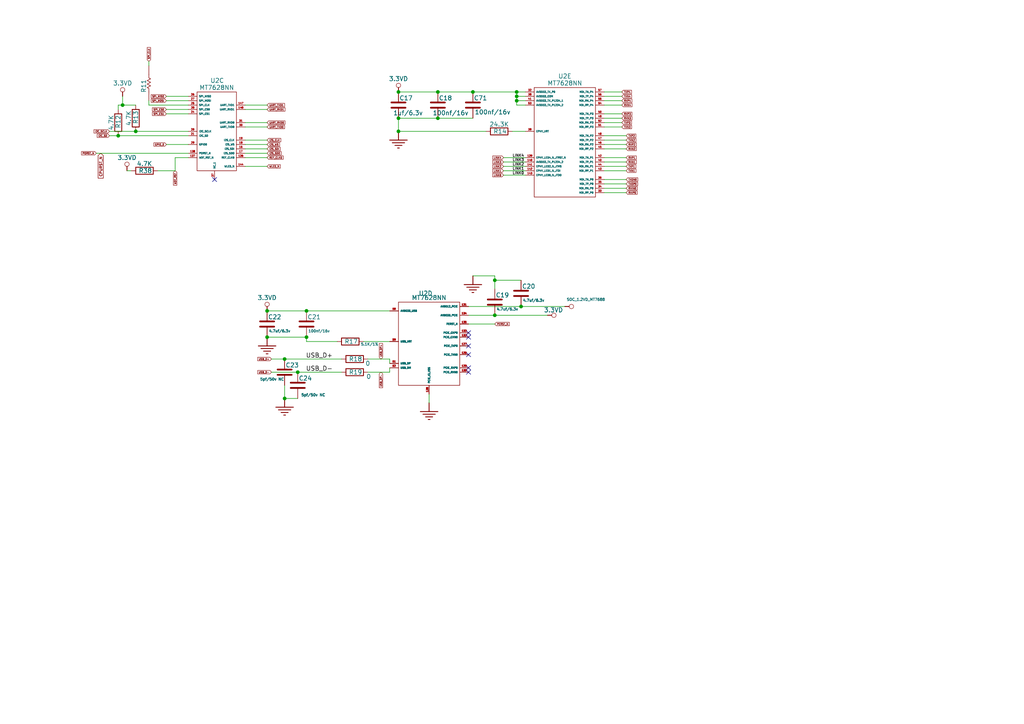
<source format=kicad_sch>
(kicad_sch
	(version 20250114)
	(generator "eeschema")
	(generator_version "9.0")
	(uuid "392968c6-d38e-4b7c-9f42-4be20b493140")
	(paper "A4")
	(lib_symbols
		(symbol "Device:C"
			(pin_numbers
				(hide yes)
			)
			(pin_names
				(offset 0.254)
			)
			(exclude_from_sim no)
			(in_bom yes)
			(on_board yes)
			(property "Reference" "C"
				(at 0.635 2.54 0)
				(effects
					(font
						(size 1.27 1.27)
					)
					(justify left)
				)
			)
			(property "Value" "C"
				(at 0.635 -2.54 0)
				(effects
					(font
						(size 1.27 1.27)
					)
					(justify left)
				)
			)
			(property "Footprint" ""
				(at 0.9652 -3.81 0)
				(effects
					(font
						(size 1.27 1.27)
					)
					(hide yes)
				)
			)
			(property "Datasheet" "~"
				(at 0 0 0)
				(effects
					(font
						(size 1.27 1.27)
					)
					(hide yes)
				)
			)
			(property "Description" "Unpolarized capacitor"
				(at 0 0 0)
				(effects
					(font
						(size 1.27 1.27)
					)
					(hide yes)
				)
			)
			(property "ki_keywords" "cap capacitor"
				(at 0 0 0)
				(effects
					(font
						(size 1.27 1.27)
					)
					(hide yes)
				)
			)
			(property "ki_fp_filters" "C_*"
				(at 0 0 0)
				(effects
					(font
						(size 1.27 1.27)
					)
					(hide yes)
				)
			)
			(symbol "C_0_1"
				(polyline
					(pts
						(xy -2.032 0.762) (xy 2.032 0.762)
					)
					(stroke
						(width 0.508)
						(type default)
					)
					(fill
						(type none)
					)
				)
				(polyline
					(pts
						(xy -2.032 -0.762) (xy 2.032 -0.762)
					)
					(stroke
						(width 0.508)
						(type default)
					)
					(fill
						(type none)
					)
				)
			)
			(symbol "C_1_1"
				(pin passive line
					(at 0 3.81 270)
					(length 2.794)
					(name "~"
						(effects
							(font
								(size 1.27 1.27)
							)
						)
					)
					(number "1"
						(effects
							(font
								(size 1.27 1.27)
							)
						)
					)
				)
				(pin passive line
					(at 0 -3.81 90)
					(length 2.794)
					(name "~"
						(effects
							(font
								(size 1.27 1.27)
							)
						)
					)
					(number "2"
						(effects
							(font
								(size 1.27 1.27)
							)
						)
					)
				)
			)
			(embedded_fonts no)
		)
		(symbol "Device:R"
			(pin_numbers
				(hide yes)
			)
			(pin_names
				(offset 0)
			)
			(exclude_from_sim no)
			(in_bom yes)
			(on_board yes)
			(property "Reference" "R"
				(at 2.032 0 90)
				(effects
					(font
						(size 1.27 1.27)
					)
				)
			)
			(property "Value" "R"
				(at 0 0 90)
				(effects
					(font
						(size 1.27 1.27)
					)
				)
			)
			(property "Footprint" ""
				(at -1.778 0 90)
				(effects
					(font
						(size 1.27 1.27)
					)
					(hide yes)
				)
			)
			(property "Datasheet" "~"
				(at 0 0 0)
				(effects
					(font
						(size 1.27 1.27)
					)
					(hide yes)
				)
			)
			(property "Description" "Resistor"
				(at 0 0 0)
				(effects
					(font
						(size 1.27 1.27)
					)
					(hide yes)
				)
			)
			(property "ki_keywords" "R res resistor"
				(at 0 0 0)
				(effects
					(font
						(size 1.27 1.27)
					)
					(hide yes)
				)
			)
			(property "ki_fp_filters" "R_*"
				(at 0 0 0)
				(effects
					(font
						(size 1.27 1.27)
					)
					(hide yes)
				)
			)
			(symbol "R_0_1"
				(rectangle
					(start -1.016 -2.54)
					(end 1.016 2.54)
					(stroke
						(width 0.254)
						(type default)
					)
					(fill
						(type none)
					)
				)
			)
			(symbol "R_1_1"
				(pin passive line
					(at 0 3.81 270)
					(length 1.27)
					(name "~"
						(effects
							(font
								(size 1.27 1.27)
							)
						)
					)
					(number "1"
						(effects
							(font
								(size 1.27 1.27)
							)
						)
					)
				)
				(pin passive line
					(at 0 -3.81 90)
					(length 1.27)
					(name "~"
						(effects
							(font
								(size 1.27 1.27)
							)
						)
					)
					(number "2"
						(effects
							(font
								(size 1.27 1.27)
							)
						)
					)
				)
			)
			(embedded_fonts no)
		)
		(symbol "MT7688AN_Power-altium-import:3.3VD_CIRCLE"
			(power)
			(exclude_from_sim no)
			(in_bom yes)
			(on_board yes)
			(property "Reference" "#PWR"
				(at 0 0 0)
				(effects
					(font
						(size 1.27 1.27)
					)
					(hide yes)
				)
			)
			(property "Value" "3.3VD"
				(at 0 -3.81 0)
				(effects
					(font
						(size 1.27 1.27)
					)
				)
			)
			(property "Footprint" ""
				(at 0 0 0)
				(effects
					(font
						(size 1.27 1.27)
					)
					(hide yes)
				)
			)
			(property "Datasheet" ""
				(at 0 0 0)
				(effects
					(font
						(size 1.27 1.27)
					)
					(hide yes)
				)
			)
			(property "Description" "Power symbol creates a global label with name '3.3VD'"
				(at 0 0 0)
				(effects
					(font
						(size 1.27 1.27)
					)
					(hide yes)
				)
			)
			(property "ki_keywords" "power-flag"
				(at 0 0 0)
				(effects
					(font
						(size 1.27 1.27)
					)
					(hide yes)
				)
			)
			(symbol "3.3VD_CIRCLE_0_0"
				(polyline
					(pts
						(xy 0 0) (xy 0 -1.27)
					)
					(stroke
						(width 0.254)
						(type solid)
					)
					(fill
						(type none)
					)
				)
				(circle
					(center 0 -1.905)
					(radius 0.635)
					(stroke
						(width 0.127)
						(type solid)
					)
					(fill
						(type none)
					)
				)
				(pin power_in line
					(at 0 0 0)
					(length 0)
					(hide yes)
					(name "3.3VD"
						(effects
							(font
								(size 1.27 1.27)
							)
						)
					)
					(number ""
						(effects
							(font
								(size 1.27 1.27)
							)
						)
					)
				)
			)
			(embedded_fonts no)
		)
		(symbol "MT7688AN_Power-altium-import:GND_POWER_GROUND"
			(power)
			(exclude_from_sim no)
			(in_bom yes)
			(on_board yes)
			(property "Reference" "#PWR"
				(at 0 0 0)
				(effects
					(font
						(size 1.27 1.27)
					)
					(hide yes)
				)
			)
			(property "Value" "GND"
				(at 0 -6.35 0)
				(effects
					(font
						(size 1.27 1.27)
					)
				)
			)
			(property "Footprint" ""
				(at 0 0 0)
				(effects
					(font
						(size 1.27 1.27)
					)
					(hide yes)
				)
			)
			(property "Datasheet" ""
				(at 0 0 0)
				(effects
					(font
						(size 1.27 1.27)
					)
					(hide yes)
				)
			)
			(property "Description" "Power symbol creates a global label with name 'GND'"
				(at 0 0 0)
				(effects
					(font
						(size 1.27 1.27)
					)
					(hide yes)
				)
			)
			(property "ki_keywords" "power-flag"
				(at 0 0 0)
				(effects
					(font
						(size 1.27 1.27)
					)
					(hide yes)
				)
			)
			(symbol "GND_POWER_GROUND_0_0"
				(polyline
					(pts
						(xy -2.54 -2.54) (xy 2.54 -2.54)
					)
					(stroke
						(width 0.254)
						(type solid)
					)
					(fill
						(type none)
					)
				)
				(polyline
					(pts
						(xy -1.778 -3.302) (xy 1.778 -3.302)
					)
					(stroke
						(width 0.254)
						(type solid)
					)
					(fill
						(type none)
					)
				)
				(polyline
					(pts
						(xy -1.016 -4.064) (xy 1.016 -4.064)
					)
					(stroke
						(width 0.254)
						(type solid)
					)
					(fill
						(type none)
					)
				)
				(polyline
					(pts
						(xy -0.254 -4.826) (xy 0.254 -4.826)
					)
					(stroke
						(width 0.254)
						(type solid)
					)
					(fill
						(type none)
					)
				)
				(polyline
					(pts
						(xy 0 0) (xy 0 -2.54)
					)
					(stroke
						(width 0.254)
						(type solid)
					)
					(fill
						(type none)
					)
				)
				(pin power_in line
					(at 0 0 0)
					(length 0)
					(hide yes)
					(name "GND"
						(effects
							(font
								(size 1.27 1.27)
							)
						)
					)
					(number ""
						(effects
							(font
								(size 1.27 1.27)
							)
						)
					)
				)
			)
			(embedded_fonts no)
		)
		(symbol "MT7688AN_Reset-altium-import:root_2_Res1_Miscellaneous Devices.SchLib"
			(pin_numbers
				(hide yes)
			)
			(pin_names
				(hide yes)
			)
			(exclude_from_sim no)
			(in_bom yes)
			(on_board yes)
			(property "Reference" ""
				(at 0 0 0)
				(effects
					(font
						(size 1.27 1.27)
					)
				)
			)
			(property "Value" ""
				(at 0 0 0)
				(effects
					(font
						(size 1.27 1.27)
					)
				)
			)
			(property "Footprint" ""
				(at 0 0 0)
				(effects
					(font
						(size 1.27 1.27)
					)
					(hide yes)
				)
			)
			(property "Datasheet" ""
				(at 0 0 0)
				(effects
					(font
						(size 1.27 1.27)
					)
					(hide yes)
				)
			)
			(property "Description" "Resistor"
				(at 0 0 0)
				(effects
					(font
						(size 1.27 1.27)
					)
					(hide yes)
				)
			)
			(property "ki_fp_filters" "*0402_R*"
				(at 0 0 0)
				(effects
					(font
						(size 1.27 1.27)
					)
					(hide yes)
				)
			)
			(symbol "root_2_Res1_Miscellaneous Devices.SchLib_1_0"
				(polyline
					(pts
						(xy -5.08 2.54) (xy -4.064 2.54) (xy -3.81 3.048) (xy -3.302 2.032) (xy -2.794 3.048) (xy -2.286 2.032)
						(xy -1.778 3.048) (xy -1.27 2.032) (xy -1.016 2.54) (xy 0 2.54)
					)
					(stroke
						(width 0)
						(type solid)
					)
					(fill
						(type none)
					)
				)
				(pin passive line
					(at -7.62 2.54 0)
					(length 2.54)
					(name "2"
						(effects
							(font
								(size 1.27 1.27)
							)
						)
					)
					(number "2"
						(effects
							(font
								(size 1.27 1.27)
							)
						)
					)
				)
				(pin passive line
					(at 2.54 2.54 180)
					(length 2.54)
					(name "1"
						(effects
							(font
								(size 1.27 1.27)
							)
						)
					)
					(number "1"
						(effects
							(font
								(size 1.27 1.27)
							)
						)
					)
				)
			)
			(embedded_fonts no)
		)
		(symbol "mt7628_222:MT7628_*"
			(exclude_from_sim no)
			(in_bom yes)
			(on_board yes)
			(property "Reference" "U1"
				(at -1.016 13.97 0)
				(effects
					(font
						(size 1.27 1.27)
					)
					(hide yes)
				)
			)
			(property "Value" ""
				(at 0 0 0)
				(effects
					(font
						(size 1.27 1.27)
					)
				)
			)
			(property "Footprint" ""
				(at 0 0 0)
				(effects
					(font
						(size 1.27 1.27)
					)
					(hide yes)
				)
			)
			(property "Datasheet" ""
				(at 0 0 0)
				(effects
					(font
						(size 1.27 1.27)
					)
					(hide yes)
				)
			)
			(property "Description" ""
				(at 0 0 0)
				(effects
					(font
						(size 1.27 1.27)
					)
					(hide yes)
				)
			)
			(property "ki_locked" ""
				(at 0 0 0)
				(effects
					(font
						(size 1.27 1.27)
					)
				)
			)
			(symbol "MT7628_*_1_1"
				(rectangle
					(start -6.35 6.35)
					(end 7.62 -34.29)
					(stroke
						(width 0)
						(type default)
					)
					(fill
						(type none)
					)
				)
				(pin power_in line
					(at -8.89 2.54 0)
					(length 2.54)
					(name "AVDD33_WF_RFDIG"
						(effects
							(font
								(size 0.508 0.508)
							)
						)
					)
					(number "149"
						(effects
							(font
								(size 0.508 0.508)
							)
						)
					)
				)
				(pin power_in line
					(at -8.89 -2.54 0)
					(length 2.54)
					(name "AVDD33_WF_SX"
						(effects
							(font
								(size 0.508 0.508)
							)
						)
					)
					(number "154"
						(effects
							(font
								(size 0.508 0.508)
							)
						)
					)
				)
				(pin power_in line
					(at -8.89 -7.62 0)
					(length 2.54)
					(name "AVDD33_XTAL"
						(effects
							(font
								(size 0.508 0.508)
							)
						)
					)
					(number "150"
						(effects
							(font
								(size 0.508 0.508)
							)
						)
					)
				)
				(pin input line
					(at -8.89 -13.97 0)
					(length 2.54)
					(name "XTALIN"
						(effects
							(font
								(size 0.508 0.508)
							)
						)
					)
					(number "151"
						(effects
							(font
								(size 0.508 0.508)
							)
						)
					)
				)
				(pin power_in line
					(at -8.89 -20.32 0)
					(length 2.54)
					(name "AVSS33_XTAL"
						(effects
							(font
								(size 0.508 0.508)
							)
						)
					)
					(number "152"
						(effects
							(font
								(size 0.508 0.508)
							)
						)
					)
				)
				(pin output line
					(at -8.89 -26.67 0)
					(length 2.54)
					(name "CLKOUTP"
						(effects
							(font
								(size 0.508 0.508)
							)
						)
					)
					(number "153"
						(effects
							(font
								(size 0.508 0.508)
							)
						)
					)
				)
				(pin bidirectional line
					(at 10.16 3.81 180)
					(length 2.54)
					(name "WF0_LNA_EXT"
						(effects
							(font
								(size 0.508 0.508)
							)
						)
					)
					(number "156"
						(effects
							(font
								(size 0.508 0.508)
							)
						)
					)
				)
				(pin bidirectional line
					(at 10.16 2.54 180)
					(length 2.54)
					(name "WF1_LNA_EXT"
						(effects
							(font
								(size 0.508 0.508)
							)
						)
					)
					(number "9"
						(effects
							(font
								(size 0.508 0.508)
							)
						)
					)
				)
				(pin bidirectional line
					(at 10.16 0 180)
					(length 2.54)
					(name "AVSS33_RF_3"
						(effects
							(font
								(size 0.508 0.508)
							)
						)
					)
					(number "7"
						(effects
							(font
								(size 0.508 0.508)
							)
						)
					)
				)
				(pin bidirectional line
					(at 10.16 -2.54 180)
					(length 2.54)
					(name "WF0_RFIOP_1"
						(effects
							(font
								(size 0.508 0.508)
							)
						)
					)
					(number "5"
						(effects
							(font
								(size 0.508 0.508)
							)
						)
					)
				)
				(pin bidirectional line
					(at 10.16 -3.81 180)
					(length 2.54)
					(name "WF0_RFIOP_2"
						(effects
							(font
								(size 0.508 0.508)
							)
						)
					)
					(number "6"
						(effects
							(font
								(size 0.508 0.508)
							)
						)
					)
				)
				(pin bidirectional line
					(at 10.16 -6.35 180)
					(length 2.54)
					(name "WF0_RFION_1"
						(effects
							(font
								(size 0.508 0.508)
							)
						)
					)
					(number "3"
						(effects
							(font
								(size 0.508 0.508)
							)
						)
					)
				)
				(pin bidirectional line
					(at 10.16 -7.62 180)
					(length 2.54)
					(name "WF0_RFION_2"
						(effects
							(font
								(size 0.508 0.508)
							)
						)
					)
					(number "4"
						(effects
							(font
								(size 0.508 0.508)
							)
						)
					)
				)
				(pin bidirectional line
					(at 10.16 -10.16 180)
					(length 2.54)
					(name "AVSS33_RF_1"
						(effects
							(font
								(size 0.508 0.508)
							)
						)
					)
					(number "1"
						(effects
							(font
								(size 0.508 0.508)
							)
						)
					)
				)
				(pin bidirectional line
					(at 10.16 -11.43 180)
					(length 2.54)
					(name "AVSS33_RF_2"
						(effects
							(font
								(size 0.508 0.508)
							)
						)
					)
					(number "2"
						(effects
							(font
								(size 0.508 0.508)
							)
						)
					)
				)
				(pin bidirectional line
					(at 10.16 -13.97 180)
					(length 2.54)
					(name "AVSS33_RF_5"
						(effects
							(font
								(size 0.508 0.508)
							)
						)
					)
					(number "13"
						(effects
							(font
								(size 0.508 0.508)
							)
						)
					)
				)
				(pin bidirectional line
					(at 10.16 -16.51 180)
					(length 2.54)
					(name "WF1_RFIOP"
						(effects
							(font
								(size 0.508 0.508)
							)
						)
					)
					(number "12"
						(effects
							(font
								(size 0.508 0.508)
							)
						)
					)
				)
				(pin bidirectional line
					(at 10.16 -19.05 180)
					(length 2.54)
					(name "WF1_RFION"
						(effects
							(font
								(size 0.508 0.508)
							)
						)
					)
					(number "11"
						(effects
							(font
								(size 0.508 0.508)
							)
						)
					)
				)
				(pin bidirectional line
					(at 10.16 -21.59 180)
					(length 2.54)
					(name "AVSS33_RF_4"
						(effects
							(font
								(size 0.508 0.508)
							)
						)
					)
					(number "10"
						(effects
							(font
								(size 0.508 0.508)
							)
						)
					)
				)
				(pin bidirectional line
					(at 10.16 -24.13 180)
					(length 2.54)
					(name "AVDD33_WF0_TX"
						(effects
							(font
								(size 0.508 0.508)
							)
						)
					)
					(number "8"
						(effects
							(font
								(size 0.508 0.508)
							)
						)
					)
				)
				(pin power_in line
					(at 10.16 -26.67 180)
					(length 2.54)
					(name "AVDD33_WF1_TX"
						(effects
							(font
								(size 0.508 0.508)
							)
						)
					)
					(number "14"
						(effects
							(font
								(size 0.508 0.508)
							)
						)
					)
				)
				(pin power_in line
					(at 10.16 -29.21 180)
					(length 2.54)
					(name "AVDD33_WF0_TRX"
						(effects
							(font
								(size 0.508 0.508)
							)
						)
					)
					(number "155"
						(effects
							(font
								(size 0.508 0.508)
							)
						)
					)
				)
				(pin power_out line
					(at 10.16 -31.75 180)
					(length 2.54)
					(name "AVDD33_WF1_TRX"
						(effects
							(font
								(size 0.508 0.508)
							)
						)
					)
					(number "15"
						(effects
							(font
								(size 0.508 0.508)
							)
						)
					)
				)
			)
			(symbol "MT7628_*_2_1"
				(rectangle
					(start -8.89 11.43)
					(end 8.89 -34.29)
					(stroke
						(width 0)
						(type default)
					)
					(fill
						(type none)
					)
				)
				(pin bidirectional line
					(at -11.43 10.16 0)
					(length 2.54)
					(name "MD0"
						(effects
							(font
								(size 0.508 0.508)
							)
						)
					)
					(number "71"
						(effects
							(font
								(size 0.508 0.508)
							)
						)
					)
				)
				(pin bidirectional line
					(at -11.43 8.89 0)
					(length 2.54)
					(name "MD1"
						(effects
							(font
								(size 0.508 0.508)
							)
						)
					)
					(number "107"
						(effects
							(font
								(size 0.508 0.508)
							)
						)
					)
				)
				(pin bidirectional line
					(at -11.43 7.62 0)
					(length 2.54)
					(name "MD2"
						(effects
							(font
								(size 0.508 0.508)
							)
						)
					)
					(number "69"
						(effects
							(font
								(size 0.508 0.508)
							)
						)
					)
				)
				(pin bidirectional line
					(at -11.43 6.35 0)
					(length 2.54)
					(name "MD3"
						(effects
							(font
								(size 0.508 0.508)
							)
						)
					)
					(number "105"
						(effects
							(font
								(size 0.508 0.508)
							)
						)
					)
				)
				(pin bidirectional line
					(at -11.43 5.08 0)
					(length 2.54)
					(name "MD4"
						(effects
							(font
								(size 0.508 0.508)
							)
						)
					)
					(number "106"
						(effects
							(font
								(size 0.508 0.508)
							)
						)
					)
				)
				(pin bidirectional line
					(at -11.43 3.81 0)
					(length 2.54)
					(name "MD5"
						(effects
							(font
								(size 0.508 0.508)
							)
						)
					)
					(number "73"
						(effects
							(font
								(size 0.508 0.508)
							)
						)
					)
				)
				(pin bidirectional line
					(at -11.43 2.54 0)
					(length 2.54)
					(name "MD6"
						(effects
							(font
								(size 0.508 0.508)
							)
						)
					)
					(number "109"
						(effects
							(font
								(size 0.508 0.508)
							)
						)
					)
				)
				(pin bidirectional line
					(at -11.43 1.27 0)
					(length 2.54)
					(name "MD7"
						(effects
							(font
								(size 0.508 0.508)
							)
						)
					)
					(number "70"
						(effects
							(font
								(size 0.508 0.508)
							)
						)
					)
				)
				(pin bidirectional line
					(at -11.43 0 0)
					(length 2.54)
					(name "MD8"
						(effects
							(font
								(size 0.508 0.508)
							)
						)
					)
					(number "66"
						(effects
							(font
								(size 0.508 0.508)
							)
						)
					)
				)
				(pin bidirectional line
					(at -11.43 -1.27 0)
					(length 2.54)
					(name "MD9"
						(effects
							(font
								(size 0.508 0.508)
							)
						)
					)
					(number "112"
						(effects
							(font
								(size 0.508 0.508)
							)
						)
					)
				)
				(pin bidirectional line
					(at -11.43 -2.54 0)
					(length 2.54)
					(name "MD10"
						(effects
							(font
								(size 0.508 0.508)
							)
						)
					)
					(number "68"
						(effects
							(font
								(size 0.508 0.508)
							)
						)
					)
				)
				(pin bidirectional line
					(at -11.43 -3.81 0)
					(length 2.54)
					(name "MD11"
						(effects
							(font
								(size 0.508 0.508)
							)
						)
					)
					(number "110"
						(effects
							(font
								(size 0.508 0.508)
							)
						)
					)
				)
				(pin bidirectional line
					(at -11.43 -5.08 0)
					(length 2.54)
					(name "MD12"
						(effects
							(font
								(size 0.508 0.508)
							)
						)
					)
					(number "111"
						(effects
							(font
								(size 0.508 0.508)
							)
						)
					)
				)
				(pin bidirectional line
					(at -11.43 -6.35 0)
					(length 2.54)
					(name "MD13"
						(effects
							(font
								(size 0.508 0.508)
							)
						)
					)
					(number "67"
						(effects
							(font
								(size 0.508 0.508)
							)
						)
					)
				)
				(pin bidirectional line
					(at -11.43 -7.62 0)
					(length 2.54)
					(name "MD14"
						(effects
							(font
								(size 0.508 0.508)
							)
						)
					)
					(number "114"
						(effects
							(font
								(size 0.508 0.508)
							)
						)
					)
				)
				(pin bidirectional line
					(at -11.43 -8.89 0)
					(length 2.54)
					(name "MD15"
						(effects
							(font
								(size 0.508 0.508)
							)
						)
					)
					(number "65"
						(effects
							(font
								(size 0.508 0.508)
							)
						)
					)
				)
				(pin bidirectional line
					(at -11.43 -15.24 0)
					(length 2.54)
					(name "DDR_IO_1V8D_1"
						(effects
							(font
								(size 0.508 0.508)
							)
						)
					)
					(number "79"
						(effects
							(font
								(size 0.508 0.508)
							)
						)
					)
				)
				(pin bidirectional line
					(at -11.43 -16.51 0)
					(length 2.54)
					(name "DDR_IO_1V8D_2"
						(effects
							(font
								(size 0.508 0.508)
							)
						)
					)
					(number "98"
						(effects
							(font
								(size 0.508 0.508)
							)
						)
					)
				)
				(pin bidirectional line
					(at -11.43 -17.78 0)
					(length 2.54)
					(name "DDR_IO_1V8D_3"
						(effects
							(font
								(size 0.508 0.508)
							)
						)
					)
					(number "116"
						(effects
							(font
								(size 0.508 0.508)
							)
						)
					)
				)
				(pin bidirectional line
					(at -11.43 -25.4 0)
					(length 2.54)
					(name "DDR_IO_VREF_1"
						(effects
							(font
								(size 0.508 0.508)
							)
						)
					)
					(number "90"
						(effects
							(font
								(size 0.508 0.508)
							)
						)
					)
				)
				(pin bidirectional line
					(at -11.43 -26.67 0)
					(length 2.54)
					(name "DDR_IO_VREF_2"
						(effects
							(font
								(size 0.508 0.508)
							)
						)
					)
					(number "104"
						(effects
							(font
								(size 0.508 0.508)
							)
						)
					)
				)
				(pin power_in line
					(at -1.27 -36.83 90)
					(length 2.54)
					(name "DDR_IO_VSS_1"
						(effects
							(font
								(size 0.508 0.508)
							)
						)
					)
					(number "63"
						(effects
							(font
								(size 0.508 0.508)
							)
						)
					)
				)
				(pin power_in line
					(at 0 -36.83 90)
					(length 2.54)
					(name "DDR_IO_VSS_2"
						(effects
							(font
								(size 0.508 0.508)
							)
						)
					)
					(number "115"
						(effects
							(font
								(size 0.508 0.508)
							)
						)
					)
				)
				(pin bidirectional line
					(at 11.43 10.16 180)
					(length 2.54)
					(name "MA0"
						(effects
							(font
								(size 0.508 0.508)
							)
						)
					)
					(number "80"
						(effects
							(font
								(size 0.508 0.508)
							)
						)
					)
				)
				(pin bidirectional line
					(at 11.43 8.89 180)
					(length 2.54)
					(name "MA1"
						(effects
							(font
								(size 0.508 0.508)
							)
						)
					)
					(number "88"
						(effects
							(font
								(size 0.508 0.508)
							)
						)
					)
				)
				(pin bidirectional line
					(at 11.43 7.62 180)
					(length 2.54)
					(name "MA2"
						(effects
							(font
								(size 0.508 0.508)
							)
						)
					)
					(number "87"
						(effects
							(font
								(size 0.508 0.508)
							)
						)
					)
				)
				(pin bidirectional line
					(at 11.43 6.35 180)
					(length 2.54)
					(name "MA3"
						(effects
							(font
								(size 0.508 0.508)
							)
						)
					)
					(number "97"
						(effects
							(font
								(size 0.508 0.508)
							)
						)
					)
				)
				(pin bidirectional line
					(at 11.43 5.08 180)
					(length 2.54)
					(name "MA4"
						(effects
							(font
								(size 0.508 0.508)
							)
						)
					)
					(number "82"
						(effects
							(font
								(size 0.508 0.508)
							)
						)
					)
				)
				(pin bidirectional line
					(at 11.43 3.81 180)
					(length 2.54)
					(name "MA5"
						(effects
							(font
								(size 0.508 0.508)
							)
						)
					)
					(number "93"
						(effects
							(font
								(size 0.508 0.508)
							)
						)
					)
				)
				(pin bidirectional line
					(at 11.43 2.54 180)
					(length 2.54)
					(name "MA6"
						(effects
							(font
								(size 0.508 0.508)
							)
						)
					)
					(number "86"
						(effects
							(font
								(size 0.508 0.508)
							)
						)
					)
				)
				(pin bidirectional line
					(at 11.43 1.27 180)
					(length 2.54)
					(name "MA7"
						(effects
							(font
								(size 0.508 0.508)
							)
						)
					)
					(number "95"
						(effects
							(font
								(size 0.508 0.508)
							)
						)
					)
				)
				(pin bidirectional line
					(at 11.43 0 180)
					(length 2.54)
					(name "MA8"
						(effects
							(font
								(size 0.508 0.508)
							)
						)
					)
					(number "84"
						(effects
							(font
								(size 0.508 0.508)
							)
						)
					)
				)
				(pin bidirectional line
					(at 11.43 -1.27 180)
					(length 2.54)
					(name "MA9"
						(effects
							(font
								(size 0.508 0.508)
							)
						)
					)
					(number "94"
						(effects
							(font
								(size 0.508 0.508)
							)
						)
					)
				)
				(pin bidirectional line
					(at 11.43 -2.54 180)
					(length 2.54)
					(name "MA10"
						(effects
							(font
								(size 0.508 0.508)
							)
						)
					)
					(number "92"
						(effects
							(font
								(size 0.508 0.508)
							)
						)
					)
				)
				(pin bidirectional line
					(at 11.43 -3.81 180)
					(length 2.54)
					(name "MA11"
						(effects
							(font
								(size 0.508 0.508)
							)
						)
					)
					(number "85"
						(effects
							(font
								(size 0.508 0.508)
							)
						)
					)
				)
				(pin bidirectional line
					(at 11.43 -5.08 180)
					(length 2.54)
					(name "MA12"
						(effects
							(font
								(size 0.508 0.508)
							)
						)
					)
					(number "96"
						(effects
							(font
								(size 0.508 0.508)
							)
						)
					)
				)
				(pin bidirectional line
					(at 11.43 -6.35 180)
					(length 2.54)
					(name "MA13"
						(effects
							(font
								(size 0.508 0.508)
							)
						)
					)
					(number "83"
						(effects
							(font
								(size 0.508 0.508)
							)
						)
					)
				)
				(pin bidirectional line
					(at 11.43 -8.89 180)
					(length 2.54)
					(name "MDQS0"
						(effects
							(font
								(size 0.508 0.508)
							)
						)
					)
					(number "113"
						(effects
							(font
								(size 0.508 0.508)
							)
						)
					)
				)
				(pin bidirectional line
					(at 11.43 -10.16 180)
					(length 2.54)
					(name "MDQS1"
						(effects
							(font
								(size 0.508 0.508)
							)
						)
					)
					(number "72"
						(effects
							(font
								(size 0.508 0.508)
							)
						)
					)
				)
				(pin bidirectional line
					(at 11.43 -12.7 180)
					(length 2.54)
					(name "MDQM0"
						(effects
							(font
								(size 0.508 0.508)
							)
						)
					)
					(number "108"
						(effects
							(font
								(size 0.508 0.508)
							)
						)
					)
				)
				(pin bidirectional line
					(at 11.43 -13.97 180)
					(length 2.54)
					(name "MDQM1"
						(effects
							(font
								(size 0.508 0.508)
							)
						)
					)
					(number "64"
						(effects
							(font
								(size 0.508 0.508)
							)
						)
					)
				)
				(pin bidirectional line
					(at 11.43 -16.51 180)
					(length 2.54)
					(name "MBA0"
						(effects
							(font
								(size 0.508 0.508)
							)
						)
					)
					(number "100"
						(effects
							(font
								(size 0.508 0.508)
							)
						)
					)
				)
				(pin bidirectional line
					(at 11.43 -17.78 180)
					(length 2.54)
					(name "MBA1"
						(effects
							(font
								(size 0.508 0.508)
							)
						)
					)
					(number "99"
						(effects
							(font
								(size 0.508 0.508)
							)
						)
					)
				)
				(pin bidirectional line
					(at 11.43 -19.05 180)
					(length 2.54)
					(name "MBA2"
						(effects
							(font
								(size 0.508 0.508)
							)
						)
					)
					(number "101"
						(effects
							(font
								(size 0.508 0.508)
							)
						)
					)
				)
				(pin bidirectional line
					(at 11.43 -21.59 180)
					(length 2.54)
					(name "MCK_N"
						(effects
							(font
								(size 0.508 0.508)
							)
						)
					)
					(number "76"
						(effects
							(font
								(size 0.508 0.508)
							)
						)
					)
				)
				(pin bidirectional line
					(at 11.43 -22.86 180)
					(length 2.54)
					(name "MCK_P"
						(effects
							(font
								(size 0.508 0.508)
							)
						)
					)
					(number "77"
						(effects
							(font
								(size 0.508 0.508)
							)
						)
					)
				)
				(pin bidirectional line
					(at 11.43 -25.4 180)
					(length 2.54)
					(name "MCKE"
						(effects
							(font
								(size 0.508 0.508)
							)
						)
					)
					(number "103"
						(effects
							(font
								(size 0.508 0.508)
							)
						)
					)
				)
				(pin bidirectional line
					(at 11.43 -27.94 180)
					(length 2.54)
					(name "MODT"
						(effects
							(font
								(size 0.508 0.508)
							)
						)
					)
					(number "74"
						(effects
							(font
								(size 0.508 0.508)
							)
						)
					)
				)
				(pin bidirectional line
					(at 11.43 -29.21 180)
					(length 2.54)
					(name "MRAS"
						(effects
							(font
								(size 0.508 0.508)
							)
						)
					)
					(number "81"
						(effects
							(font
								(size 0.508 0.508)
							)
						)
					)
				)
				(pin bidirectional line
					(at 11.43 -30.48 180)
					(length 2.54)
					(name "MCAS"
						(effects
							(font
								(size 0.508 0.508)
							)
						)
					)
					(number "75"
						(effects
							(font
								(size 0.508 0.508)
							)
						)
					)
				)
				(pin bidirectional line
					(at 11.43 -31.75 180)
					(length 2.54)
					(name "MW_E"
						(effects
							(font
								(size 0.508 0.508)
							)
						)
					)
					(number "102"
						(effects
							(font
								(size 0.508 0.508)
							)
						)
					)
				)
				(pin bidirectional line
					(at 11.43 -33.02 180)
					(length 2.54)
					(name "MCS"
						(effects
							(font
								(size 0.508 0.508)
							)
						)
					)
					(number "78"
						(effects
							(font
								(size 0.508 0.508)
							)
						)
					)
				)
			)
			(symbol "MT7628_*_3_1"
				(rectangle
					(start -5.08 1.27)
					(end 6.35 -21.59)
					(stroke
						(width 0)
						(type default)
					)
					(fill
						(type none)
					)
				)
				(pin bidirectional line
					(at -7.62 0 0)
					(length 2.54)
					(name "SPI_MISO"
						(effects
							(font
								(size 0.508 0.508)
							)
						)
					)
					(number "26"
						(effects
							(font
								(size 0.508 0.508)
							)
						)
					)
				)
				(pin bidirectional line
					(at -7.62 -1.27 0)
					(length 2.54)
					(name "SPI_MOSI"
						(effects
							(font
								(size 0.508 0.508)
							)
						)
					)
					(number "27"
						(effects
							(font
								(size 0.508 0.508)
							)
						)
					)
				)
				(pin bidirectional line
					(at -7.62 -2.54 0)
					(length 2.54)
					(name "SPI_CLK"
						(effects
							(font
								(size 0.508 0.508)
							)
						)
					)
					(number "25"
						(effects
							(font
								(size 0.508 0.508)
							)
						)
					)
				)
				(pin bidirectional line
					(at -7.62 -3.81 0)
					(length 2.54)
					(name "SPI_CS0"
						(effects
							(font
								(size 0.508 0.508)
							)
						)
					)
					(number "28"
						(effects
							(font
								(size 0.508 0.508)
							)
						)
					)
				)
				(pin bidirectional line
					(at -7.62 -5.08 0)
					(length 2.54)
					(name "SPI_CS1"
						(effects
							(font
								(size 0.508 0.508)
							)
						)
					)
					(number "24"
						(effects
							(font
								(size 0.508 0.508)
							)
						)
					)
				)
				(pin bidirectional line
					(at -7.62 -10.16 0)
					(length 2.54)
					(name "I2C_SCLK"
						(effects
							(font
								(size 0.508 0.508)
							)
						)
					)
					(number "20"
						(effects
							(font
								(size 0.508 0.508)
							)
						)
					)
				)
				(pin bidirectional line
					(at -7.62 -11.43 0)
					(length 2.54)
					(name "I2C_SD"
						(effects
							(font
								(size 0.508 0.508)
							)
						)
					)
					(number "21"
						(effects
							(font
								(size 0.508 0.508)
							)
						)
					)
				)
				(pin bidirectional line
					(at -7.62 -13.97 0)
					(length 2.54)
					(name "GPIO0"
						(effects
							(font
								(size 0.508 0.508)
							)
						)
					)
					(number "29"
						(effects
							(font
								(size 0.508 0.508)
							)
						)
					)
				)
				(pin bidirectional line
					(at -7.62 -16.51 0)
					(length 2.54)
					(name "PORST_N"
						(effects
							(font
								(size 0.508 0.508)
							)
						)
					)
					(number "138"
						(effects
							(font
								(size 0.508 0.508)
							)
						)
					)
				)
				(pin bidirectional line
					(at -7.62 -17.78 0)
					(length 2.54)
					(name "WDT_RST_N"
						(effects
							(font
								(size 0.508 0.508)
							)
						)
					)
					(number "137"
						(effects
							(font
								(size 0.508 0.508)
							)
						)
					)
				)
				(pin bidirectional line
					(at 0 -24.13 90)
					(length 2.54)
					(name "NC_1"
						(effects
							(font
								(size 0.508 0.508)
							)
						)
					)
					(number "37"
						(effects
							(font
								(size 0.508 0.508)
							)
						)
					)
				)
				(pin output line
					(at 8.89 -2.54 180)
					(length 2.54)
					(name "UART_TXD1"
						(effects
							(font
								(size 0.508 0.508)
							)
						)
					)
					(number "147"
						(effects
							(font
								(size 0.508 0.508)
							)
						)
					)
				)
				(pin input line
					(at 8.89 -3.81 180)
					(length 2.54)
					(name "UART_RXD1"
						(effects
							(font
								(size 0.508 0.508)
							)
						)
					)
					(number "148"
						(effects
							(font
								(size 0.508 0.508)
							)
						)
					)
				)
				(pin input line
					(at 8.89 -7.62 180)
					(length 2.54)
					(name "UART_RXD0"
						(effects
							(font
								(size 0.508 0.508)
							)
						)
					)
					(number "31"
						(effects
							(font
								(size 0.508 0.508)
							)
						)
					)
				)
				(pin output line
					(at 8.89 -8.89 180)
					(length 2.54)
					(name "UART_TXD0"
						(effects
							(font
								(size 0.508 0.508)
							)
						)
					)
					(number "30"
						(effects
							(font
								(size 0.508 0.508)
							)
						)
					)
				)
				(pin bidirectional line
					(at 8.89 -12.7 180)
					(length 2.54)
					(name "I2S_CLK"
						(effects
							(font
								(size 0.508 0.508)
							)
						)
					)
					(number "19"
						(effects
							(font
								(size 0.508 0.508)
							)
						)
					)
				)
				(pin output line
					(at 8.89 -13.97 180)
					(length 2.54)
					(name "I2S_WS"
						(effects
							(font
								(size 0.508 0.508)
							)
						)
					)
					(number "18"
						(effects
							(font
								(size 0.508 0.508)
							)
						)
					)
				)
				(pin output line
					(at 8.89 -15.24 180)
					(length 2.54)
					(name "I2S_SDI"
						(effects
							(font
								(size 0.508 0.508)
							)
						)
					)
					(number "16"
						(effects
							(font
								(size 0.508 0.508)
							)
						)
					)
				)
				(pin bidirectional line
					(at 8.89 -16.51 180)
					(length 2.54)
					(name "I2S_SDO"
						(effects
							(font
								(size 0.508 0.508)
							)
						)
					)
					(number "17"
						(effects
							(font
								(size 0.508 0.508)
							)
						)
					)
				)
				(pin bidirectional line
					(at 8.89 -17.78 180)
					(length 2.54)
					(name "REF_CLK0"
						(effects
							(font
								(size 0.508 0.508)
							)
						)
					)
					(number "136"
						(effects
							(font
								(size 0.508 0.508)
							)
						)
					)
				)
				(pin bidirectional line
					(at 8.89 -20.32 180)
					(length 2.54)
					(name "WLED_N"
						(effects
							(font
								(size 0.508 0.508)
							)
						)
					)
					(number "144"
						(effects
							(font
								(size 0.508 0.508)
							)
						)
					)
				)
			)
			(symbol "MT7628_*_4_1"
				(rectangle
					(start -8.89 11.43)
					(end 8.89 -12.7)
					(stroke
						(width 0)
						(type default)
					)
					(fill
						(type none)
					)
				)
				(pin power_in line
					(at -11.43 8.89 0)
					(length 2.54)
					(name "AVDD33_USB"
						(effects
							(font
								(size 0.508 0.508)
							)
						)
					)
					(number "60"
						(effects
							(font
								(size 0.508 0.508)
							)
						)
					)
				)
				(pin bidirectional line
					(at -11.43 0 0)
					(length 2.54)
					(name "USB_VRT"
						(effects
							(font
								(size 0.508 0.508)
							)
						)
					)
					(number "59"
						(effects
							(font
								(size 0.508 0.508)
							)
						)
					)
				)
				(pin bidirectional line
					(at -11.43 -6.35 0)
					(length 2.54)
					(name "USB_DP"
						(effects
							(font
								(size 0.508 0.508)
							)
						)
					)
					(number "61"
						(effects
							(font
								(size 0.508 0.508)
							)
						)
					)
				)
				(pin bidirectional line
					(at -11.43 -7.62 0)
					(length 2.54)
					(name "USB_DM"
						(effects
							(font
								(size 0.508 0.508)
							)
						)
					)
					(number "62"
						(effects
							(font
								(size 0.508 0.508)
							)
						)
					)
				)
				(pin power_in line
					(at 0 -15.24 90)
					(length 2.54)
					(name "PCIE_IO_VSS"
						(effects
							(font
								(size 0.508 0.508)
							)
						)
					)
					(number "128"
						(effects
							(font
								(size 0.508 0.508)
							)
						)
					)
				)
				(pin bidirectional line
					(at 11.43 10.16 180)
					(length 2.54)
					(name "AVDD12_PCIE"
						(effects
							(font
								(size 0.508 0.508)
							)
						)
					)
					(number "131"
						(effects
							(font
								(size 0.508 0.508)
							)
						)
					)
				)
				(pin bidirectional line
					(at 11.43 7.62 180)
					(length 2.54)
					(name "AVDD33_PCIE"
						(effects
							(font
								(size 0.508 0.508)
							)
						)
					)
					(number "134"
						(effects
							(font
								(size 0.508 0.508)
							)
						)
					)
				)
				(pin bidirectional line
					(at 11.43 5.08 180)
					(length 2.54)
					(name "PERST_N"
						(effects
							(font
								(size 0.508 0.508)
							)
						)
					)
					(number "135"
						(effects
							(font
								(size 0.508 0.508)
							)
						)
					)
				)
				(pin bidirectional line
					(at 11.43 2.54 180)
					(length 2.54)
					(name "PCIE_CKP0"
						(effects
							(font
								(size 0.508 0.508)
							)
						)
					)
					(number "133"
						(effects
							(font
								(size 0.508 0.508)
							)
						)
					)
				)
				(pin bidirectional line
					(at 11.43 1.27 180)
					(length 2.54)
					(name "PCIE_CKN0"
						(effects
							(font
								(size 0.508 0.508)
							)
						)
					)
					(number "132"
						(effects
							(font
								(size 0.508 0.508)
							)
						)
					)
				)
				(pin bidirectional line
					(at 11.43 -1.27 180)
					(length 2.54)
					(name "PCIE_TXP0"
						(effects
							(font
								(size 0.508 0.508)
							)
						)
					)
					(number "127"
						(effects
							(font
								(size 0.508 0.508)
							)
						)
					)
				)
				(pin bidirectional line
					(at 11.43 -3.81 180)
					(length 2.54)
					(name "PCIE_TXN0"
						(effects
							(font
								(size 0.508 0.508)
							)
						)
					)
					(number "126"
						(effects
							(font
								(size 0.508 0.508)
							)
						)
					)
				)
				(pin bidirectional line
					(at 11.43 -7.62 180)
					(length 2.54)
					(name "PCIE_RXP0"
						(effects
							(font
								(size 0.508 0.508)
							)
						)
					)
					(number "129"
						(effects
							(font
								(size 0.508 0.508)
							)
						)
					)
				)
				(pin bidirectional line
					(at 11.43 -8.89 180)
					(length 2.54)
					(name "PCIE_RXN0"
						(effects
							(font
								(size 0.508 0.508)
							)
						)
					)
					(number "130"
						(effects
							(font
								(size 0.508 0.508)
							)
						)
					)
				)
			)
			(symbol "MT7628_*_5_1"
				(rectangle
					(start -8.89 17.78)
					(end 8.89 -13.97)
					(stroke
						(width 0)
						(type default)
					)
					(fill
						(type none)
					)
				)
				(pin power_in line
					(at -11.43 16.51 0)
					(length 2.54)
					(name "AVDD33_TX_P0"
						(effects
							(font
								(size 0.508 0.508)
							)
						)
					)
					(number "32"
						(effects
							(font
								(size 0.508 0.508)
							)
						)
					)
				)
				(pin power_in line
					(at -11.43 15.24 0)
					(length 2.54)
					(name "AVDD33_COM"
						(effects
							(font
								(size 0.508 0.508)
							)
						)
					)
					(number "38"
						(effects
							(font
								(size 0.508 0.508)
							)
						)
					)
				)
				(pin power_in line
					(at -11.43 13.97 0)
					(length 2.54)
					(name "AVDD33_TX_P1234_1"
						(effects
							(font
								(size 0.508 0.508)
							)
						)
					)
					(number "41"
						(effects
							(font
								(size 0.508 0.508)
							)
						)
					)
				)
				(pin power_in line
					(at -11.43 12.7 0)
					(length 2.54)
					(name "AVDD33_TX_P1234_2"
						(effects
							(font
								(size 0.508 0.508)
							)
						)
					)
					(number "53"
						(effects
							(font
								(size 0.508 0.508)
							)
						)
					)
				)
				(pin bidirectional line
					(at -11.43 5.08 0)
					(length 2.54)
					(name "EPHY_VRT"
						(effects
							(font
								(size 0.508 0.508)
							)
						)
					)
					(number "39"
						(effects
							(font
								(size 0.508 0.508)
							)
						)
					)
				)
				(pin bidirectional line
					(at -11.43 -2.54 0)
					(length 2.54)
					(name "EPHY_LED4_N_JTRST_N"
						(effects
							(font
								(size 0.508 0.508)
							)
						)
					)
					(number "139"
						(effects
							(font
								(size 0.508 0.508)
							)
						)
					)
				)
				(pin bidirectional line
					(at -11.43 -3.81 0)
					(length 2.54)
					(name "AVDD33_TX_P1234_2"
						(effects
							(font
								(size 0.508 0.508)
							)
						)
					)
					(number "140"
						(effects
							(font
								(size 0.508 0.508)
							)
						)
					)
				)
				(pin bidirectional line
					(at -11.43 -5.08 0)
					(length 2.54)
					(name "EPHY_LED2_N_JTMS"
						(effects
							(font
								(size 0.508 0.508)
							)
						)
					)
					(number "141"
						(effects
							(font
								(size 0.508 0.508)
							)
						)
					)
				)
				(pin bidirectional line
					(at -11.43 -6.35 0)
					(length 2.54)
					(name "EPHY_LED1_N_JTDI"
						(effects
							(font
								(size 0.508 0.508)
							)
						)
					)
					(number "142"
						(effects
							(font
								(size 0.508 0.508)
							)
						)
					)
				)
				(pin bidirectional line
					(at -11.43 -7.62 0)
					(length 2.54)
					(name "EPHY_LED0_N_JTDO"
						(effects
							(font
								(size 0.508 0.508)
							)
						)
					)
					(number "143"
						(effects
							(font
								(size 0.508 0.508)
							)
						)
					)
				)
				(pin bidirectional line
					(at 11.43 16.51 180)
					(length 2.54)
					(name "MDI_TN_P4"
						(effects
							(font
								(size 0.508 0.508)
							)
						)
					)
					(number "57"
						(effects
							(font
								(size 0.508 0.508)
							)
						)
					)
				)
				(pin bidirectional line
					(at 11.43 15.24 180)
					(length 2.54)
					(name "MDI_TP_P4"
						(effects
							(font
								(size 0.508 0.508)
							)
						)
					)
					(number "56"
						(effects
							(font
								(size 0.508 0.508)
							)
						)
					)
				)
				(pin bidirectional line
					(at 11.43 13.97 180)
					(length 2.54)
					(name "MDI_RN_P4"
						(effects
							(font
								(size 0.508 0.508)
							)
						)
					)
					(number "55"
						(effects
							(font
								(size 0.508 0.508)
							)
						)
					)
				)
				(pin bidirectional line
					(at 11.43 12.7 180)
					(length 2.54)
					(name "MDI_RP_P4"
						(effects
							(font
								(size 0.508 0.508)
							)
						)
					)
					(number "54"
						(effects
							(font
								(size 0.508 0.508)
							)
						)
					)
				)
				(pin bidirectional line
					(at 11.43 10.16 180)
					(length 2.54)
					(name "MDI_TN_P3"
						(effects
							(font
								(size 0.508 0.508)
							)
						)
					)
					(number "50"
						(effects
							(font
								(size 0.508 0.508)
							)
						)
					)
				)
				(pin bidirectional line
					(at 11.43 8.89 180)
					(length 2.54)
					(name "MDI_TP_P3"
						(effects
							(font
								(size 0.508 0.508)
							)
						)
					)
					(number "49"
						(effects
							(font
								(size 0.508 0.508)
							)
						)
					)
				)
				(pin bidirectional line
					(at 11.43 7.62 180)
					(length 2.54)
					(name "MDI_RN_P3"
						(effects
							(font
								(size 0.508 0.508)
							)
						)
					)
					(number "52"
						(effects
							(font
								(size 0.508 0.508)
							)
						)
					)
				)
				(pin bidirectional line
					(at 11.43 6.35 180)
					(length 2.54)
					(name "MDI_RP_P3"
						(effects
							(font
								(size 0.508 0.508)
							)
						)
					)
					(number "51"
						(effects
							(font
								(size 0.508 0.508)
							)
						)
					)
				)
				(pin bidirectional line
					(at 11.43 3.81 180)
					(length 2.54)
					(name "MDI_TN_P2"
						(effects
							(font
								(size 0.508 0.508)
							)
						)
					)
					(number "48"
						(effects
							(font
								(size 0.508 0.508)
							)
						)
					)
				)
				(pin bidirectional line
					(at 11.43 2.54 180)
					(length 2.54)
					(name "MDI_TP_P2"
						(effects
							(font
								(size 0.508 0.508)
							)
						)
					)
					(number "47"
						(effects
							(font
								(size 0.508 0.508)
							)
						)
					)
				)
				(pin bidirectional line
					(at 11.43 1.27 180)
					(length 2.54)
					(name "MDI_RN_P2"
						(effects
							(font
								(size 0.508 0.508)
							)
						)
					)
					(number "46"
						(effects
							(font
								(size 0.508 0.508)
							)
						)
					)
				)
				(pin bidirectional line
					(at 11.43 0 180)
					(length 2.54)
					(name "MDI_RP_P2"
						(effects
							(font
								(size 0.508 0.508)
							)
						)
					)
					(number "45"
						(effects
							(font
								(size 0.508 0.508)
							)
						)
					)
				)
				(pin bidirectional line
					(at 11.43 -2.54 180)
					(length 2.54)
					(name "MDI_TN_P1"
						(effects
							(font
								(size 0.508 0.508)
							)
						)
					)
					(number "42"
						(effects
							(font
								(size 0.508 0.508)
							)
						)
					)
				)
				(pin bidirectional line
					(at 11.43 -3.81 180)
					(length 2.54)
					(name "MDI_TP_P1"
						(effects
							(font
								(size 0.508 0.508)
							)
						)
					)
					(number "40"
						(effects
							(font
								(size 0.508 0.508)
							)
						)
					)
				)
				(pin bidirectional line
					(at 11.43 -5.08 180)
					(length 2.54)
					(name "MDI_RN_P1"
						(effects
							(font
								(size 0.508 0.508)
							)
						)
					)
					(number "44"
						(effects
							(font
								(size 0.508 0.508)
							)
						)
					)
				)
				(pin bidirectional line
					(at 11.43 -6.35 180)
					(length 2.54)
					(name "MDI_RP_P1"
						(effects
							(font
								(size 0.508 0.508)
							)
						)
					)
					(number "43"
						(effects
							(font
								(size 0.508 0.508)
							)
						)
					)
				)
				(pin bidirectional line
					(at 11.43 -8.89 180)
					(length 2.54)
					(name "MDI_TN_P0"
						(effects
							(font
								(size 0.508 0.508)
							)
						)
					)
					(number "36"
						(effects
							(font
								(size 0.508 0.508)
							)
						)
					)
				)
				(pin bidirectional line
					(at 11.43 -10.16 180)
					(length 2.54)
					(name "MDI_TP_P0"
						(effects
							(font
								(size 0.508 0.508)
							)
						)
					)
					(number "35"
						(effects
							(font
								(size 0.508 0.508)
							)
						)
					)
				)
				(pin bidirectional line
					(at 11.43 -11.43 180)
					(length 2.54)
					(name "MDI_RN_P0"
						(effects
							(font
								(size 0.508 0.508)
							)
						)
					)
					(number "34"
						(effects
							(font
								(size 0.508 0.508)
							)
						)
					)
				)
				(pin bidirectional line
					(at 11.43 -12.7 180)
					(length 2.54)
					(name "MDI_RP_P0"
						(effects
							(font
								(size 0.508 0.508)
							)
						)
					)
					(number "33"
						(effects
							(font
								(size 0.508 0.508)
							)
						)
					)
				)
			)
			(symbol "MT7628_*_6_1"
				(rectangle
					(start -8.89 8.89)
					(end 7.62 -11.43)
					(stroke
						(width 0)
						(type default)
					)
					(fill
						(type none)
					)
				)
				(pin bidirectional line
					(at -11.43 7.62 0)
					(length 2.54)
					(name "SOC_IO_V33D_1"
						(effects
							(font
								(size 0.508 0.508)
							)
						)
					)
					(number "23"
						(effects
							(font
								(size 0.508 0.508)
							)
						)
					)
				)
				(pin bidirectional line
					(at -11.43 6.35 0)
					(length 2.54)
					(name "SOC_IO_V33D_2"
						(effects
							(font
								(size 0.508 0.508)
							)
						)
					)
					(number "146"
						(effects
							(font
								(size 0.508 0.508)
							)
						)
					)
				)
				(pin bidirectional line
					(at -11.43 -2.54 0)
					(length 2.54)
					(name "SOC_CO_V12D_1"
						(effects
							(font
								(size 0.508 0.508)
							)
						)
					)
					(number "22"
						(effects
							(font
								(size 0.508 0.508)
							)
						)
					)
				)
				(pin bidirectional line
					(at -11.43 -3.81 0)
					(length 2.54)
					(name "SOC_CO_V12D_2"
						(effects
							(font
								(size 0.508 0.508)
							)
						)
					)
					(number "58"
						(effects
							(font
								(size 0.508 0.508)
							)
						)
					)
				)
				(pin bidirectional line
					(at -11.43 -5.08 0)
					(length 2.54)
					(name "SOC_CO_V12D_3"
						(effects
							(font
								(size 0.508 0.508)
							)
						)
					)
					(number "89"
						(effects
							(font
								(size 0.508 0.508)
							)
						)
					)
				)
				(pin bidirectional line
					(at -11.43 -6.35 0)
					(length 2.54)
					(name "SOC_CO_V12D_4"
						(effects
							(font
								(size 0.508 0.508)
							)
						)
					)
					(number "91"
						(effects
							(font
								(size 0.508 0.508)
							)
						)
					)
				)
				(pin bidirectional line
					(at -11.43 -7.62 0)
					(length 2.54)
					(name "SOC_CO_V12D_5"
						(effects
							(font
								(size 0.508 0.508)
							)
						)
					)
					(number "145"
						(effects
							(font
								(size 0.508 0.508)
							)
						)
					)
				)
				(pin power_in line
					(at -1.27 -13.97 90)
					(length 2.54)
					(name "EPAD"
						(effects
							(font
								(size 0.508 0.508)
							)
						)
					)
					(number "157"
						(effects
							(font
								(size 0.508 0.508)
							)
						)
					)
				)
				(pin power_in line
					(at 10.16 7.62 180)
					(length 2.54)
					(name "AVDD33_SMPS"
						(effects
							(font
								(size 0.508 0.508)
							)
						)
					)
					(number "117"
						(effects
							(font
								(size 0.508 0.508)
							)
						)
					)
				)
				(pin bidirectional line
					(at 10.16 3.81 180)
					(length 2.54)
					(name "LXBK_1"
						(effects
							(font
								(size 0.508 0.508)
							)
						)
					)
					(number "118"
						(effects
							(font
								(size 0.508 0.508)
							)
						)
					)
				)
				(pin bidirectional line
					(at 10.16 2.54 180)
					(length 2.54)
					(name "LXBK_2"
						(effects
							(font
								(size 0.508 0.508)
							)
						)
					)
					(number "119"
						(effects
							(font
								(size 0.508 0.508)
							)
						)
					)
				)
				(pin bidirectional line
					(at 10.16 0 180)
					(length 2.54)
					(name "VOUT_FB"
						(effects
							(font
								(size 0.508 0.508)
							)
						)
					)
					(number "122"
						(effects
							(font
								(size 0.508 0.508)
							)
						)
					)
				)
				(pin bidirectional line
					(at 10.16 -2.54 180)
					(length 2.54)
					(name "AVSS33_SMPS_1"
						(effects
							(font
								(size 0.508 0.508)
							)
						)
					)
					(number "120"
						(effects
							(font
								(size 0.508 0.508)
							)
						)
					)
				)
				(pin bidirectional line
					(at 10.16 -3.81 180)
					(length 2.54)
					(name "AVSS33_SMPS_2"
						(effects
							(font
								(size 0.508 0.508)
							)
						)
					)
					(number "121"
						(effects
							(font
								(size 0.508 0.508)
							)
						)
					)
				)
				(pin bidirectional line
					(at 10.16 -6.35 180)
					(length 2.54)
					(name "AVDD33_DDRLDO_1"
						(effects
							(font
								(size 0.508 0.508)
							)
						)
					)
					(number "123"
						(effects
							(font
								(size 0.508 0.508)
							)
						)
					)
				)
				(pin bidirectional line
					(at 10.16 -7.62 180)
					(length 2.54)
					(name "AVDD33_DDRLDO_2"
						(effects
							(font
								(size 0.508 0.508)
							)
						)
					)
					(number "124"
						(effects
							(font
								(size 0.508 0.508)
							)
						)
					)
				)
				(pin bidirectional line
					(at 10.16 -10.16 180)
					(length 2.54)
					(name "DDRLDO"
						(effects
							(font
								(size 0.508 0.508)
							)
						)
					)
					(number "125"
						(effects
							(font
								(size 0.508 0.508)
							)
						)
					)
				)
			)
			(embedded_fonts no)
		)
	)
	(junction
		(at 127 26.67)
		(diameter 0)
		(color 0 0 0 0)
		(uuid "01dec4e0-1311-41b4-919d-869509293b7b")
	)
	(junction
		(at 151.13 88.9)
		(diameter 0)
		(color 0 0 0 0)
		(uuid "07b824d0-b89c-499e-a41a-24b79abcadc3")
	)
	(junction
		(at 77.47 97.79)
		(diameter 0)
		(color 0 0 0 0)
		(uuid "08603f67-d394-4171-a5b7-ab4369e416f6")
	)
	(junction
		(at 115.57 26.67)
		(diameter 0)
		(color 0 0 0 0)
		(uuid "088c0364-287f-4201-a6ca-28ae25e3bc20")
	)
	(junction
		(at 88.9 97.79)
		(diameter 0)
		(color 0 0 0 0)
		(uuid "2d348674-c4ed-47cc-82b9-d73a598b954d")
	)
	(junction
		(at 88.9 90.17)
		(diameter 0)
		(color 0 0 0 0)
		(uuid "410ca38d-cafe-44cf-82ad-ac32627c0de4")
	)
	(junction
		(at 143.51 81.28)
		(diameter 0)
		(color 0 0 0 0)
		(uuid "41d26fde-bcc9-4057-9b00-e24d7805b6c5")
	)
	(junction
		(at 86.36 107.95)
		(diameter 0)
		(color 0 0 0 0)
		(uuid "59472894-0ece-426f-9f7d-8a55c3214ac8")
	)
	(junction
		(at 137.16 26.67)
		(diameter 0)
		(color 0 0 0 0)
		(uuid "5d21cb9e-787f-439e-8281-ee39df7560eb")
	)
	(junction
		(at 127 34.29)
		(diameter 0)
		(color 0 0 0 0)
		(uuid "7c0443f5-65b1-4690-95c2-956bebadc34f")
	)
	(junction
		(at 77.47 90.17)
		(diameter 0)
		(color 0 0 0 0)
		(uuid "7ec0d7bf-ae24-4e6d-b74c-5662220787e2")
	)
	(junction
		(at 115.57 34.29)
		(diameter 0)
		(color 0 0 0 0)
		(uuid "8c5b68fd-bfe8-42bb-8914-78917c783a1b")
	)
	(junction
		(at 39.37 38.1)
		(diameter 0)
		(color 0 0 0 0)
		(uuid "a2241860-130a-496a-b20d-8201bd72d847")
	)
	(junction
		(at 115.57 38.1)
		(diameter 0)
		(color 0 0 0 0)
		(uuid "a2b912ec-b88a-4a33-81eb-b62984f37fe5")
	)
	(junction
		(at 34.29 39.37)
		(diameter 0)
		(color 0 0 0 0)
		(uuid "c168ea73-518c-4083-96f5-2987ab6d089b")
	)
	(junction
		(at 35.56 30.48)
		(diameter 0)
		(color 0 0 0 0)
		(uuid "c528acd3-8d19-4524-9685-669c105d940e")
	)
	(junction
		(at 149.86 29.21)
		(diameter 0)
		(color 0 0 0 0)
		(uuid "d014c072-da4d-4de5-b4a1-e44139e075a7")
	)
	(junction
		(at 82.55 104.14)
		(diameter 0)
		(color 0 0 0 0)
		(uuid "dd78b2d3-51ed-4e13-b0d1-27436853c0c4")
	)
	(junction
		(at 149.86 26.67)
		(diameter 0)
		(color 0 0 0 0)
		(uuid "e0e271e1-1262-4a6c-8b78-977797d03c18")
	)
	(junction
		(at 82.55 115.57)
		(diameter 0)
		(color 0 0 0 0)
		(uuid "e0fa65a4-2ea7-48b1-9e43-e158779e27ce")
	)
	(junction
		(at 143.51 91.44)
		(diameter 0)
		(color 0 0 0 0)
		(uuid "e584fd6d-e299-4fd3-9a77-3f99d51a1498")
	)
	(junction
		(at 149.86 27.94)
		(diameter 0)
		(color 0 0 0 0)
		(uuid "edc6ee66-3ec1-4357-adaa-c16f526ec584")
	)
	(no_connect
		(at 62.23 52.07)
		(uuid "117e6ae8-1053-41e1-b8ea-9220e0940a69")
	)
	(no_connect
		(at 135.89 102.87)
		(uuid "2430956f-bf72-4bb7-bac6-756e8700afdd")
	)
	(no_connect
		(at 135.89 100.33)
		(uuid "30839486-c851-48a9-8d86-a1195054ba9b")
	)
	(no_connect
		(at 135.89 106.68)
		(uuid "5d7febca-8b9c-498e-aa04-29e50163650a")
	)
	(no_connect
		(at 135.89 97.79)
		(uuid "93276f1d-d356-4b6f-9ac9-b08c1a25f2ed")
	)
	(no_connect
		(at 135.89 96.52)
		(uuid "9a28a806-9045-4171-be49-9acafb69f02d")
	)
	(no_connect
		(at 135.89 107.95)
		(uuid "dd39b766-a2c6-4cee-8a2a-ecf751090b66")
	)
	(wire
		(pts
			(xy 48.26 27.94) (xy 54.61 27.94)
		)
		(stroke
			(width 0)
			(type default)
		)
		(uuid "00a04167-9cb7-4188-a11a-6ddde564b53e")
	)
	(wire
		(pts
			(xy 127 34.29) (xy 137.16 34.29)
		)
		(stroke
			(width 0)
			(type default)
		)
		(uuid "08d50492-6091-4eb7-b385-537aa9dfb9b5")
	)
	(wire
		(pts
			(xy 180.34 30.48) (xy 175.26 30.48)
		)
		(stroke
			(width 0)
			(type default)
		)
		(uuid "114617ea-46ac-4706-aa66-ba074d3a7246")
	)
	(wire
		(pts
			(xy 115.57 26.67) (xy 127 26.67)
		)
		(stroke
			(width 0)
			(type default)
		)
		(uuid "12978bc8-87e9-4694-b445-8a39e79ceb28")
	)
	(wire
		(pts
			(xy 180.34 26.67) (xy 175.26 26.67)
		)
		(stroke
			(width 0)
			(type default)
		)
		(uuid "21cc764c-c448-457c-b97d-bd9620649912")
	)
	(wire
		(pts
			(xy 43.18 29.21) (xy 43.18 30.48)
		)
		(stroke
			(width 0)
			(type default)
		)
		(uuid "24b802e8-a07e-4c0a-8857-3294096a3501")
	)
	(wire
		(pts
			(xy 31.75 39.37) (xy 34.29 39.37)
		)
		(stroke
			(width 0)
			(type default)
		)
		(uuid "25cd3f1e-8d4e-48f9-a4f4-6fc9403776f5")
	)
	(wire
		(pts
			(xy 180.34 36.83) (xy 175.26 36.83)
		)
		(stroke
			(width 0)
			(type default)
		)
		(uuid "25e9ace2-7e79-47a4-b09e-36a56e7e33b3")
	)
	(wire
		(pts
			(xy 82.55 115.57) (xy 86.36 115.57)
		)
		(stroke
			(width 0)
			(type default)
		)
		(uuid "287c3dbd-af50-442d-9dab-d5b4a6d0dfb1")
	)
	(wire
		(pts
			(xy 77.47 31.75) (xy 71.12 31.75)
		)
		(stroke
			(width 0)
			(type default)
		)
		(uuid "2c86224c-02e8-477d-8f08-cc8e96b5a57c")
	)
	(wire
		(pts
			(xy 97.79 99.06) (xy 88.9 99.06)
		)
		(stroke
			(width 0)
			(type default)
		)
		(uuid "31390363-446f-4c3e-8d1e-f9010ed24ba9")
	)
	(wire
		(pts
			(xy 180.34 34.29) (xy 175.26 34.29)
		)
		(stroke
			(width 0)
			(type default)
		)
		(uuid "31b2b82c-4b61-4a40-9b13-f24d5187acec")
	)
	(wire
		(pts
			(xy 50.8 49.53) (xy 45.72 49.53)
		)
		(stroke
			(width 0)
			(type default)
		)
		(uuid "32ebda63-c6eb-467a-bbe9-5e30f7d7bb2b")
	)
	(wire
		(pts
			(xy 143.51 81.28) (xy 143.51 83.82)
		)
		(stroke
			(width 0)
			(type default)
		)
		(uuid "347fd9a8-3625-4de5-830d-11a32be8dadb")
	)
	(wire
		(pts
			(xy 77.47 30.48) (xy 71.12 30.48)
		)
		(stroke
			(width 0)
			(type default)
		)
		(uuid "38cae470-edd4-4540-b6f1-4f2be674adfa")
	)
	(wire
		(pts
			(xy 151.13 88.9) (xy 135.89 88.9)
		)
		(stroke
			(width 0)
			(type default)
		)
		(uuid "38cbec9f-4c0d-4f09-81d6-df5a4dc3dd0f")
	)
	(wire
		(pts
			(xy 39.37 38.1) (xy 54.61 38.1)
		)
		(stroke
			(width 0)
			(type default)
		)
		(uuid "39a20962-9430-4c9a-8f71-d2662016eef6")
	)
	(wire
		(pts
			(xy 137.16 26.67) (xy 149.86 26.67)
		)
		(stroke
			(width 0)
			(type default)
		)
		(uuid "39db37f0-8400-45e8-9d84-b69c1afe312e")
	)
	(wire
		(pts
			(xy 77.47 45.72) (xy 71.12 45.72)
		)
		(stroke
			(width 0)
			(type default)
		)
		(uuid "3f0401e9-d404-44f5-95e5-fc11ee1bc2ca")
	)
	(wire
		(pts
			(xy 127 26.67) (xy 137.16 26.67)
		)
		(stroke
			(width 0)
			(type default)
		)
		(uuid "420c4122-b186-4296-9694-9be78d891317")
	)
	(wire
		(pts
			(xy 181.61 55.88) (xy 175.26 55.88)
		)
		(stroke
			(width 0)
			(type default)
		)
		(uuid "47f0b0a6-872f-448c-9c87-498745de950a")
	)
	(wire
		(pts
			(xy 43.18 17.78) (xy 43.18 19.05)
		)
		(stroke
			(width 0)
			(type default)
		)
		(uuid "495442a2-825f-423b-8c48-d5b40eef885b")
	)
	(wire
		(pts
			(xy 115.57 34.29) (xy 127 34.29)
		)
		(stroke
			(width 0)
			(type default)
		)
		(uuid "4f7ca90f-a756-4b08-b907-5af836d665fb")
	)
	(wire
		(pts
			(xy 43.18 30.48) (xy 54.61 30.48)
		)
		(stroke
			(width 0)
			(type default)
		)
		(uuid "508527bd-c12b-4e70-9f2b-974d5dc76586")
	)
	(wire
		(pts
			(xy 149.86 29.21) (xy 152.4 29.21)
		)
		(stroke
			(width 0)
			(type default)
		)
		(uuid "51e04e60-2fd7-4e14-9143-60ee7259aed4")
	)
	(wire
		(pts
			(xy 35.56 27.94) (xy 35.56 30.48)
		)
		(stroke
			(width 0)
			(type default)
		)
		(uuid "5332dac7-86b9-47a2-ad40-d8e1c3417eef")
	)
	(wire
		(pts
			(xy 152.4 30.48) (xy 149.86 30.48)
		)
		(stroke
			(width 0)
			(type default)
		)
		(uuid "5a21707a-4c8e-4be5-8033-c93c2477507d")
	)
	(wire
		(pts
			(xy 88.9 90.17) (xy 113.03 90.17)
		)
		(stroke
			(width 0)
			(type default)
		)
		(uuid "5dd8fd73-0f2f-46bc-bdf4-edb6c439ec1a")
	)
	(wire
		(pts
			(xy 113.03 107.95) (xy 113.03 106.68)
		)
		(stroke
			(width 0)
			(type default)
		)
		(uuid "6208ec35-cbed-43f9-add4-cd5bc2086b4e")
	)
	(wire
		(pts
			(xy 35.56 30.48) (xy 34.29 30.48)
		)
		(stroke
			(width 0)
			(type default)
		)
		(uuid "62d4835d-e14b-4315-8f04-e2d5c943f8ae")
	)
	(wire
		(pts
			(xy 115.57 38.1) (xy 140.97 38.1)
		)
		(stroke
			(width 0)
			(type default)
		)
		(uuid "64c03a68-b83e-44d8-beab-8645bb2bf822")
	)
	(wire
		(pts
			(xy 180.34 27.94) (xy 175.26 27.94)
		)
		(stroke
			(width 0)
			(type default)
		)
		(uuid "67077f44-c8bf-4c00-a8b6-61c197391958")
	)
	(wire
		(pts
			(xy 31.75 38.1) (xy 39.37 38.1)
		)
		(stroke
			(width 0)
			(type default)
		)
		(uuid "68b6da84-8d40-46a8-a17b-41da1e56a35c")
	)
	(wire
		(pts
			(xy 146.05 50.8) (xy 152.4 50.8)
		)
		(stroke
			(width 0)
			(type default)
		)
		(uuid "68d28b86-a576-403e-9eed-4f3a4b00326b")
	)
	(wire
		(pts
			(xy 34.29 30.48) (xy 34.29 31.75)
		)
		(stroke
			(width 0)
			(type default)
		)
		(uuid "68e118c0-e6b6-4733-847d-cfcb1982f028")
	)
	(wire
		(pts
			(xy 180.34 29.21) (xy 175.26 29.21)
		)
		(stroke
			(width 0)
			(type default)
		)
		(uuid "694fe632-693f-46ff-9154-8331ef07d600")
	)
	(wire
		(pts
			(xy 180.34 35.56) (xy 175.26 35.56)
		)
		(stroke
			(width 0)
			(type default)
		)
		(uuid "6b4cf7e0-417c-43f8-b517-c145252553d8")
	)
	(wire
		(pts
			(xy 180.34 33.02) (xy 175.26 33.02)
		)
		(stroke
			(width 0)
			(type default)
		)
		(uuid "6c8a1912-e89e-450f-a310-8299a2db446a")
	)
	(wire
		(pts
			(xy 48.26 41.91) (xy 54.61 41.91)
		)
		(stroke
			(width 0)
			(type default)
		)
		(uuid "6fb4f857-99c5-47fd-94fc-f4e6daac6f4d")
	)
	(wire
		(pts
			(xy 149.86 27.94) (xy 152.4 27.94)
		)
		(stroke
			(width 0)
			(type default)
		)
		(uuid "72b158f7-2070-4d46-85dc-45d53bbd15dd")
	)
	(wire
		(pts
			(xy 54.61 45.72) (xy 50.8 45.72)
		)
		(stroke
			(width 0)
			(type default)
		)
		(uuid "730fc63c-b5a2-4ca1-ad43-317846f418f3")
	)
	(wire
		(pts
			(xy 151.13 81.28) (xy 143.51 81.28)
		)
		(stroke
			(width 0)
			(type default)
		)
		(uuid "737d56ba-76ea-41e1-a666-ddc4a155f234")
	)
	(wire
		(pts
			(xy 149.86 26.67) (xy 152.4 26.67)
		)
		(stroke
			(width 0)
			(type default)
		)
		(uuid "790680b2-8640-4ff4-9036-50a00f53dcde")
	)
	(wire
		(pts
			(xy 181.61 43.18) (xy 175.26 43.18)
		)
		(stroke
			(width 0)
			(type default)
		)
		(uuid "794ab2c9-d5ae-4c71-aa73-9b7b399075f0")
	)
	(wire
		(pts
			(xy 181.61 41.91) (xy 175.26 41.91)
		)
		(stroke
			(width 0)
			(type default)
		)
		(uuid "794e1213-e4f1-49ca-87ee-02382822bbe6")
	)
	(wire
		(pts
			(xy 146.05 45.72) (xy 152.4 45.72)
		)
		(stroke
			(width 0)
			(type default)
		)
		(uuid "8295ffb6-d2d1-4a40-985d-ae122ec6b8f0")
	)
	(wire
		(pts
			(xy 149.86 30.48) (xy 149.86 29.21)
		)
		(stroke
			(width 0)
			(type default)
		)
		(uuid "8513c0ff-3cd0-4fb6-a04f-b2bff35ae508")
	)
	(wire
		(pts
			(xy 106.68 107.95) (xy 113.03 107.95)
		)
		(stroke
			(width 0)
			(type default)
		)
		(uuid "8534afbb-a68c-4244-b560-e8a24b21fb1c")
	)
	(wire
		(pts
			(xy 48.26 31.75) (xy 54.61 31.75)
		)
		(stroke
			(width 0)
			(type default)
		)
		(uuid "8b60a1ad-f1eb-4b7a-979d-c0b388ed2405")
	)
	(wire
		(pts
			(xy 77.47 44.45) (xy 71.12 44.45)
		)
		(stroke
			(width 0)
			(type default)
		)
		(uuid "8c0bb97f-251e-4926-9799-b5d057675a98")
	)
	(wire
		(pts
			(xy 181.61 49.53) (xy 175.26 49.53)
		)
		(stroke
			(width 0)
			(type default)
		)
		(uuid "8c4790b1-199b-4046-a576-20093ac90a1d")
	)
	(wire
		(pts
			(xy 181.61 53.34) (xy 175.26 53.34)
		)
		(stroke
			(width 0)
			(type default)
		)
		(uuid "9147e4c9-0b76-4b33-8aa1-00f38a7be38a")
	)
	(wire
		(pts
			(xy 181.61 48.26) (xy 175.26 48.26)
		)
		(stroke
			(width 0)
			(type default)
		)
		(uuid "93a761df-1f78-4454-a793-565c760ee55f")
	)
	(wire
		(pts
			(xy 27.94 44.45) (xy 54.61 44.45)
		)
		(stroke
			(width 0)
			(type default)
		)
		(uuid "99bcc958-bc6d-47bf-bd65-2081e7f7a90c")
	)
	(wire
		(pts
			(xy 149.86 27.94) (xy 149.86 26.67)
		)
		(stroke
			(width 0)
			(type default)
		)
		(uuid "9bf883e6-4b39-488c-90df-df163f8562d8")
	)
	(wire
		(pts
			(xy 181.61 39.37) (xy 175.26 39.37)
		)
		(stroke
			(width 0)
			(type default)
		)
		(uuid "a093411f-567b-47b0-a2a5-2356ed9be914")
	)
	(wire
		(pts
			(xy 78.74 104.14) (xy 82.55 104.14)
		)
		(stroke
			(width 0)
			(type default)
		)
		(uuid "a19aa4e0-975b-46f3-b1d8-074ff62bf925")
	)
	(wire
		(pts
			(xy 77.47 35.56) (xy 71.12 35.56)
		)
		(stroke
			(width 0)
			(type default)
		)
		(uuid "a39309fa-c6e1-42d7-b006-341c011b67c0")
	)
	(wire
		(pts
			(xy 78.74 107.95) (xy 86.36 107.95)
		)
		(stroke
			(width 0)
			(type default)
		)
		(uuid "a60812e6-bb0e-4581-8c14-b4a73b62011c")
	)
	(wire
		(pts
			(xy 124.46 116.84) (xy 124.46 114.3)
		)
		(stroke
			(width 0)
			(type default)
		)
		(uuid "a70afe0a-81c7-4555-8604-63925972c575")
	)
	(wire
		(pts
			(xy 77.47 97.79) (xy 88.9 97.79)
		)
		(stroke
			(width 0)
			(type default)
		)
		(uuid "a7111323-552c-43f4-aba4-9952985faf9e")
	)
	(wire
		(pts
			(xy 106.68 104.14) (xy 113.03 104.14)
		)
		(stroke
			(width 0)
			(type default)
		)
		(uuid "a9dad8ba-92a5-4ef0-95cb-cfce7a2a9663")
	)
	(wire
		(pts
			(xy 39.37 30.48) (xy 35.56 30.48)
		)
		(stroke
			(width 0)
			(type default)
		)
		(uuid "ac663222-9635-4343-a50e-527b6493252a")
	)
	(wire
		(pts
			(xy 82.55 104.14) (xy 99.06 104.14)
		)
		(stroke
			(width 0)
			(type default)
		)
		(uuid "b3b7628b-922a-4d9a-91d5-1fb8c8442cac")
	)
	(wire
		(pts
			(xy 158.75 91.44) (xy 143.51 91.44)
		)
		(stroke
			(width 0)
			(type default)
		)
		(uuid "b506c52f-1ba5-4536-a6ef-a3e1b715b919")
	)
	(wire
		(pts
			(xy 148.59 38.1) (xy 152.4 38.1)
		)
		(stroke
			(width 0)
			(type default)
		)
		(uuid "b5cff363-c36f-4f4a-9a25-2b9950d1d6bf")
	)
	(wire
		(pts
			(xy 181.61 52.07) (xy 175.26 52.07)
		)
		(stroke
			(width 0)
			(type default)
		)
		(uuid "b5e211d9-1b07-4756-be4a-88076aa8eef2")
	)
	(wire
		(pts
			(xy 77.47 48.26) (xy 71.12 48.26)
		)
		(stroke
			(width 0)
			(type default)
		)
		(uuid "b7f8181e-d224-4c49-9b19-731fa2c5e79c")
	)
	(wire
		(pts
			(xy 146.05 49.53) (xy 152.4 49.53)
		)
		(stroke
			(width 0)
			(type default)
		)
		(uuid "b8d021fb-8ef7-4f7d-b178-b05854e24767")
	)
	(wire
		(pts
			(xy 77.47 90.17) (xy 88.9 90.17)
		)
		(stroke
			(width 0)
			(type default)
		)
		(uuid "b912167f-cc9e-4c88-a743-6d4053a116d8")
	)
	(wire
		(pts
			(xy 143.51 93.98) (xy 135.89 93.98)
		)
		(stroke
			(width 0)
			(type default)
		)
		(uuid "bde3d45a-a50c-4b1c-b4b4-77e16aefcd96")
	)
	(wire
		(pts
			(xy 105.41 99.06) (xy 113.03 99.06)
		)
		(stroke
			(width 0)
			(type default)
		)
		(uuid "c1366675-240b-4817-b1cb-2f3092ebf30b")
	)
	(wire
		(pts
			(xy 143.51 80.01) (xy 137.16 80.01)
		)
		(stroke
			(width 0)
			(type default)
		)
		(uuid "c3138d9a-f354-4238-a8b4-7bb415f3f957")
	)
	(wire
		(pts
			(xy 181.61 54.61) (xy 175.26 54.61)
		)
		(stroke
			(width 0)
			(type default)
		)
		(uuid "c398cf1e-46d6-4c7a-97bd-23d67fbd0fb2")
	)
	(wire
		(pts
			(xy 146.05 48.26) (xy 152.4 48.26)
		)
		(stroke
			(width 0)
			(type default)
		)
		(uuid "c3a4bee2-3c71-4635-931f-66a3e7f83ba7")
	)
	(wire
		(pts
			(xy 77.47 40.64) (xy 71.12 40.64)
		)
		(stroke
			(width 0)
			(type default)
		)
		(uuid "c7c65158-c496-4dd8-bc46-25c1e95481bf")
	)
	(wire
		(pts
			(xy 181.61 40.64) (xy 175.26 40.64)
		)
		(stroke
			(width 0)
			(type default)
		)
		(uuid "ca4af01b-3171-4143-992e-dd8e50d53a2b")
	)
	(wire
		(pts
			(xy 88.9 99.06) (xy 88.9 97.79)
		)
		(stroke
			(width 0)
			(type default)
		)
		(uuid "cc3983bd-dd14-49ce-96db-fef71573f90c")
	)
	(wire
		(pts
			(xy 77.47 41.91) (xy 71.12 41.91)
		)
		(stroke
			(width 0)
			(type default)
		)
		(uuid "d084ad18-2377-4b92-878e-96205e69c3de")
	)
	(wire
		(pts
			(xy 115.57 38.1) (xy 115.57 34.29)
		)
		(stroke
			(width 0)
			(type default)
		)
		(uuid "d13b0963-319f-4de4-9dbf-69d940d84b3e")
	)
	(wire
		(pts
			(xy 143.51 81.28) (xy 143.51 80.01)
		)
		(stroke
			(width 0)
			(type default)
		)
		(uuid "d5a46fa1-fdc9-4a1d-8950-86bf7ea75f03")
	)
	(wire
		(pts
			(xy 163.83 88.9) (xy 151.13 88.9)
		)
		(stroke
			(width 0)
			(type default)
		)
		(uuid "d7b28c9d-74cc-4c51-ba32-6bc414bf3fcf")
	)
	(wire
		(pts
			(xy 86.36 107.95) (xy 99.06 107.95)
		)
		(stroke
			(width 0)
			(type default)
		)
		(uuid "de50c16a-ecec-4b02-9b32-675873e7b9cc")
	)
	(wire
		(pts
			(xy 77.47 43.18) (xy 71.12 43.18)
		)
		(stroke
			(width 0)
			(type default)
		)
		(uuid "decd2f56-ff37-4c8e-bb44-6d2337bb03b9")
	)
	(wire
		(pts
			(xy 181.61 46.99) (xy 175.26 46.99)
		)
		(stroke
			(width 0)
			(type default)
		)
		(uuid "def3947e-a61d-4738-af29-f97f845caf28")
	)
	(wire
		(pts
			(xy 143.51 91.44) (xy 135.89 91.44)
		)
		(stroke
			(width 0)
			(type default)
		)
		(uuid "e3f5fcf6-ce2b-4b53-9b19-608ad5a94edc")
	)
	(wire
		(pts
			(xy 82.55 111.76) (xy 82.55 115.57)
		)
		(stroke
			(width 0)
			(type default)
		)
		(uuid "e5736344-2eeb-4d5c-a6b1-c4c0fcdbcffd")
	)
	(wire
		(pts
			(xy 113.03 104.14) (xy 113.03 105.41)
		)
		(stroke
			(width 0)
			(type default)
		)
		(uuid "e65a9da5-619a-46ae-8a41-3a8e7cb6e8f6")
	)
	(wire
		(pts
			(xy 77.47 36.83) (xy 71.12 36.83)
		)
		(stroke
			(width 0)
			(type default)
		)
		(uuid "ec1f93a7-f0b1-4e8a-9460-788210f8909d")
	)
	(wire
		(pts
			(xy 48.26 29.21) (xy 54.61 29.21)
		)
		(stroke
			(width 0)
			(type default)
		)
		(uuid "ec7d6efd-5c17-4a9c-834d-3136d5a15b91")
	)
	(wire
		(pts
			(xy 34.29 39.37) (xy 54.61 39.37)
		)
		(stroke
			(width 0)
			(type default)
		)
		(uuid "f616bf9a-973d-459e-bc66-9dac008b200f")
	)
	(wire
		(pts
			(xy 149.86 29.21) (xy 149.86 27.94)
		)
		(stroke
			(width 0)
			(type default)
		)
		(uuid "f6eb5575-1fd4-4357-90ec-bdec7a783339")
	)
	(wire
		(pts
			(xy 181.61 45.72) (xy 175.26 45.72)
		)
		(stroke
			(width 0)
			(type default)
		)
		(uuid "f95a2856-51e9-4cf7-a2e6-e89f322a87e6")
	)
	(wire
		(pts
			(xy 48.26 33.02) (xy 54.61 33.02)
		)
		(stroke
			(width 0)
			(type default)
		)
		(uuid "fab6b1fb-c70e-4ad9-9647-6a46592cb854")
	)
	(wire
		(pts
			(xy 50.8 45.72) (xy 50.8 49.53)
		)
		(stroke
			(width 0)
			(type default)
		)
		(uuid "fc694f6d-3d0a-441b-a885-ef8a24066693")
	)
	(wire
		(pts
			(xy 36.83 49.53) (xy 38.1 49.53)
		)
		(stroke
			(width 0)
			(type default)
		)
		(uuid "fcf21521-9017-4df3-b702-116601e46b11")
	)
	(wire
		(pts
			(xy 146.05 46.99) (xy 152.4 46.99)
		)
		(stroke
			(width 0)
			(type default)
		)
		(uuid "fd88cc5b-310d-41ec-91cb-866c1da3cd68")
	)
	(label "LINK1"
		(at 148.59 49.53 0)
		(effects
			(font
				(size 0.762 0.762)
			)
			(justify left bottom)
		)
		(uuid "5bb6d0c9-7c25-4208-a4ac-19c1a3828fed")
	)
	(label "USB_D+"
		(at 96.52 104.14 180)
		(effects
			(font
				(size 1.27 1.27)
			)
			(justify right bottom)
		)
		(uuid "5dc59440-88cc-4c81-9d1c-faea97f8ad81")
	)
	(label "USB_D-"
		(at 96.52 107.95 180)
		(effects
			(font
				(size 1.27 1.27)
			)
			(justify right bottom)
		)
		(uuid "8035222a-2535-4f98-a7ee-a399fd35f43f")
	)
	(label "LINK3"
		(at 148.59 46.99 0)
		(effects
			(font
				(size 0.762 0.762)
			)
			(justify left bottom)
		)
		(uuid "978ff0ea-edda-4663-a36d-119063b87ede")
	)
	(label "LINK2"
		(at 148.59 48.26 0)
		(effects
			(font
				(size 0.762 0.762)
			)
			(justify left bottom)
		)
		(uuid "b7493cf4-737f-41d8-b0e2-87e0dc86405f")
	)
	(label "LINK4"
		(at 148.59 45.72 0)
		(effects
			(font
				(size 0.762 0.762)
			)
			(justify left bottom)
		)
		(uuid "df1627ac-ef82-4dd0-bc33-682b4b307956")
	)
	(label "LINK0"
		(at 148.59 50.8 0)
		(effects
			(font
				(size 0.762 0.762)
			)
			(justify left bottom)
		)
		(uuid "e0e3f3de-ceaf-4d99-90cd-07b2a864fbf2")
	)
	(global_label "TXP1"
		(shape input)
		(at 181.61 48.26 0)
		(fields_autoplaced yes)
		(effects
			(font
				(size 0.508 0.508)
			)
			(justify left)
		)
		(uuid "007545c4-2bed-4605-ac2e-f4c7afb8aa9f")
		(property "Intersheetrefs" "${INTERSHEET_REFS}"
			(at 184.6667 48.26 0)
			(effects
				(font
					(size 1.27 1.27)
				)
				(justify left)
				(hide yes)
			)
		)
	)
	(global_label "UART_TXD1"
		(shape input)
		(at 77.47 30.48 0)
		(fields_autoplaced yes)
		(effects
			(font
				(size 0.508 0.508)
			)
			(justify left)
		)
		(uuid "04372e0f-dbb4-44c9-8036-49c3190fb45d")
		(property "Intersheetrefs" "${INTERSHEET_REFS}"
			(at 82.7763 30.48 0)
			(effects
				(font
					(size 1.27 1.27)
				)
				(justify left)
				(hide yes)
			)
		)
	)
	(global_label "WLED_N"
		(shape input)
		(at 77.47 48.26 0)
		(fields_autoplaced yes)
		(effects
			(font
				(size 0.508 0.508)
			)
			(justify left)
		)
		(uuid "0d58e037-9885-4720-9300-bfc47bc8e14e")
		(property "Intersheetrefs" "${INTERSHEET_REFS}"
			(at 81.5427 48.26 0)
			(effects
				(font
					(size 1.27 1.27)
				)
				(justify left)
				(hide yes)
			)
		)
	)
	(global_label "TXOP0"
		(shape input)
		(at 181.61 53.34 0)
		(fields_autoplaced yes)
		(effects
			(font
				(size 0.508 0.508)
			)
			(justify left)
		)
		(uuid "0f99d92d-8d00-4318-8c1f-24b0de468f84")
		(property "Intersheetrefs" "${INTERSHEET_REFS}"
			(at 185.1989 53.34 0)
			(effects
				(font
					(size 1.27 1.27)
				)
				(justify left)
				(hide yes)
			)
		)
	)
	(global_label "GPIO_0"
		(shape input)
		(at 48.26 41.91 180)
		(fields_autoplaced yes)
		(effects
			(font
				(size 0.508 0.508)
			)
			(justify right)
		)
		(uuid "13914445-ca2d-45b0-8c0a-138d4b8cc935")
		(property "Intersheetrefs" "${INTERSHEET_REFS}"
			(at 44.405 41.91 0)
			(effects
				(font
					(size 1.27 1.27)
				)
				(justify right)
				(hide yes)
			)
		)
	)
	(global_label "RXP2"
		(shape input)
		(at 181.61 41.91 0)
		(fields_autoplaced yes)
		(effects
			(font
				(size 0.508 0.508)
			)
			(justify left)
		)
		(uuid "14bef112-ca5e-4b1a-9c19-3640c07ea002")
		(property "Intersheetrefs" "${INTERSHEET_REFS}"
			(at 184.7877 41.91 0)
			(effects
				(font
					(size 1.27 1.27)
				)
				(justify left)
				(hide yes)
			)
		)
	)
	(global_label "RXP4"
		(shape input)
		(at 180.34 29.21 0)
		(fields_autoplaced yes)
		(effects
			(font
				(size 0.508 0.508)
			)
			(justify left)
		)
		(uuid "1f9aed6d-8338-4c71-9930-319cd5a2d8d8")
		(property "Intersheetrefs" "${INTERSHEET_REFS}"
			(at 183.5177 29.21 0)
			(effects
				(font
					(size 1.27 1.27)
				)
				(justify left)
				(hide yes)
			)
		)
	)
	(global_label "SPI_MOSI"
		(shape input)
		(at 48.26 29.21 180)
		(fields_autoplaced yes)
		(effects
			(font
				(size 0.508 0.508)
			)
			(justify right)
		)
		(uuid "3a14236f-c5f7-465f-bb11-fc9e9d28ddea")
		(property "Intersheetrefs" "${INTERSHEET_REFS}"
			(at 43.6067 29.21 0)
			(effects
				(font
					(size 1.27 1.27)
				)
				(justify right)
				(hide yes)
			)
		)
	)
	(global_label "LINK3"
		(shape input)
		(at 146.05 46.99 180)
		(fields_autoplaced yes)
		(effects
			(font
				(size 0.508 0.508)
			)
			(justify right)
		)
		(uuid "3df3e610-2f9b-468a-b335-3f23076e0943")
		(property "Intersheetrefs" "${INTERSHEET_REFS}"
			(at 142.6788 46.99 0)
			(effects
				(font
					(size 1.27 1.27)
				)
				(justify right)
				(hide yes)
			)
		)
	)
	(global_label "SPI_CS0"
		(shape input)
		(at 48.26 31.75 180)
		(fields_autoplaced yes)
		(effects
			(font
				(size 0.508 0.508)
			)
			(justify right)
		)
		(uuid "478cc86a-23ca-44e2-a9a9-25c65addca9d")
		(property "Intersheetrefs" "${INTERSHEET_REFS}"
			(at 43.9696 31.75 0)
			(effects
				(font
					(size 1.27 1.27)
				)
				(justify right)
				(hide yes)
			)
		)
	)
	(global_label "I2S_CLK"
		(shape input)
		(at 77.47 40.64 0)
		(fields_autoplaced yes)
		(effects
			(font
				(size 0.508 0.508)
			)
			(justify left)
		)
		(uuid "4f6d94ea-e95a-477c-bc17-d5c5268f6574")
		(property "Intersheetrefs" "${INTERSHEET_REFS}"
			(at 81.6878 40.64 0)
			(effects
				(font
					(size 1.27 1.27)
				)
				(justify left)
				(hide yes)
			)
		)
	)
	(global_label "I2C_SD"
		(shape input)
		(at 31.75 39.37 180)
		(fields_autoplaced yes)
		(effects
			(font
				(size 0.508 0.508)
			)
			(justify right)
		)
		(uuid "53138b82-adc2-412d-8dd2-3401709ed099")
		(property "Intersheetrefs" "${INTERSHEET_REFS}"
			(at 27.9434 39.37 0)
			(effects
				(font
					(size 1.27 1.27)
				)
				(justify right)
				(hide yes)
			)
		)
	)
	(global_label "RXP1"
		(shape input)
		(at 181.61 45.72 0)
		(fields_autoplaced yes)
		(effects
			(font
				(size 0.508 0.508)
			)
			(justify left)
		)
		(uuid "58f2756b-3c8e-4e98-8207-a4c2cf5e0b7f")
		(property "Intersheetrefs" "${INTERSHEET_REFS}"
			(at 184.7877 45.72 0)
			(effects
				(font
					(size 1.27 1.27)
				)
				(justify left)
				(hide yes)
			)
		)
	)
	(global_label "TXN2"
		(shape input)
		(at 181.61 40.64 0)
		(fields_autoplaced yes)
		(effects
			(font
				(size 0.508 0.508)
			)
			(justify left)
		)
		(uuid "5e830df2-b311-4530-8906-bd760994ae0a")
		(property "Intersheetrefs" "${INTERSHEET_REFS}"
			(at 184.6909 40.64 0)
			(effects
				(font
					(size 1.27 1.27)
				)
				(justify left)
				(hide yes)
			)
		)
	)
	(global_label "LINK2"
		(shape input)
		(at 146.05 48.26 180)
		(fields_autoplaced yes)
		(effects
			(font
				(size 0.508 0.508)
			)
			(justify right)
		)
		(uuid "5fd11810-0a08-48ad-9bfa-7ed4977ebdc0")
		(property "Intersheetrefs" "${INTERSHEET_REFS}"
			(at 142.6788 48.26 0)
			(effects
				(font
					(size 1.27 1.27)
				)
				(justify right)
				(hide yes)
			)
		)
	)
	(global_label "TXN4"
		(shape input)
		(at 180.34 27.94 0)
		(fields_autoplaced yes)
		(effects
			(font
				(size 0.508 0.508)
			)
			(justify left)
		)
		(uuid "6af94b8b-4b6e-4c74-bf76-40310d8bfa22")
		(property "Intersheetrefs" "${INTERSHEET_REFS}"
			(at 183.4209 27.94 0)
			(effects
				(font
					(size 1.27 1.27)
				)
				(justify left)
				(hide yes)
			)
		)
	)
	(global_label "PORST_N"
		(shape input)
		(at 27.94 44.45 180)
		(fields_autoplaced yes)
		(effects
			(font
				(size 0.508 0.508)
			)
			(justify right)
		)
		(uuid "6e2915d6-dd86-4e9c-b9e1-ba9c9e43118c")
		(property "Intersheetrefs" "${INTERSHEET_REFS}"
			(at 23.4077 44.45 0)
			(effects
				(font
					(size 1.27 1.27)
				)
				(justify right)
				(hide yes)
			)
		)
	)
	(global_label "SPI_CLK"
		(shape input)
		(at 43.18 17.78 90)
		(fields_autoplaced yes)
		(effects
			(font
				(size 0.508 0.508)
			)
			(justify left)
		)
		(uuid "6ed18661-0453-416b-b4f8-bfadbafe7f0f")
		(property "Intersheetrefs" "${INTERSHEET_REFS}"
			(at 43.18 13.538 90)
			(effects
				(font
					(size 1.27 1.27)
				)
				(justify left)
				(hide yes)
			)
		)
	)
	(global_label "RXN4"
		(shape input)
		(at 180.34 30.48 0)
		(fields_autoplaced yes)
		(effects
			(font
				(size 0.508 0.508)
			)
			(justify left)
		)
		(uuid "7463a727-643a-4d13-a262-7f17a634eeac")
		(property "Intersheetrefs" "${INTERSHEET_REFS}"
			(at 183.5419 30.48 0)
			(effects
				(font
					(size 1.27 1.27)
				)
				(justify left)
				(hide yes)
			)
		)
	)
	(global_label "PERST_N"
		(shape input)
		(at 143.51 93.98 0)
		(fields_autoplaced yes)
		(effects
			(font
				(size 0.508 0.508)
			)
			(justify left)
		)
		(uuid "7748f20c-5cf6-443a-8840-a7319951de04")
		(property "Intersheetrefs" "${INTERSHEET_REFS}"
			(at 147.9697 93.98 0)
			(effects
				(font
					(size 1.27 1.27)
				)
				(justify left)
				(hide yes)
			)
		)
	)
	(global_label "LINK1"
		(shape input)
		(at 146.05 49.53 180)
		(fields_autoplaced yes)
		(effects
			(font
				(size 0.508 0.508)
			)
			(justify right)
		)
		(uuid "79711fef-352c-4937-a905-c2038c3da078")
		(property "Intersheetrefs" "${INTERSHEET_REFS}"
			(at 142.6788 49.53 0)
			(effects
				(font
					(size 1.27 1.27)
				)
				(justify right)
				(hide yes)
			)
		)
	)
	(global_label "TXP2"
		(shape input)
		(at 181.61 39.37 0)
		(fields_autoplaced yes)
		(effects
			(font
				(size 0.508 0.508)
			)
			(justify left)
		)
		(uuid "7a1270f4-e6c7-4403-b107-076065bbd994")
		(property "Intersheetrefs" "${INTERSHEET_REFS}"
			(at 184.6667 39.37 0)
			(effects
				(font
					(size 1.27 1.27)
				)
				(justify left)
				(hide yes)
			)
		)
	)
	(global_label "WDT_RST"
		(shape input)
		(at 50.8 49.53 270)
		(fields_autoplaced yes)
		(effects
			(font
				(size 0.508 0.508)
			)
			(justify right)
		)
		(uuid "7e5cd812-3d2a-4ee0-8b78-af2b7261f246")
		(property "Intersheetrefs" "${INTERSHEET_REFS}"
			(at 50.8 53.9655 90)
			(effects
				(font
					(size 1.27 1.27)
				)
				(justify right)
				(hide yes)
			)
		)
	)
	(global_label "UART_RXD1"
		(shape input)
		(at 77.47 31.75 0)
		(fields_autoplaced yes)
		(effects
			(font
				(size 0.508 0.508)
			)
			(justify left)
		)
		(uuid "8425813e-349f-4a3c-bc26-a2e3763a2605")
		(property "Intersheetrefs" "${INTERSHEET_REFS}"
			(at 82.8973 31.75 0)
			(effects
				(font
					(size 1.27 1.27)
				)
				(justify left)
				(hide yes)
			)
		)
	)
	(global_label "RXN3"
		(shape input)
		(at 180.34 34.29 0)
		(fields_autoplaced yes)
		(effects
			(font
				(size 0.508 0.508)
			)
			(justify left)
		)
		(uuid "8a38ec3f-e0e9-4aaf-86b9-123cc65e9b09")
		(property "Intersheetrefs" "${INTERSHEET_REFS}"
			(at 183.5419 34.29 0)
			(effects
				(font
					(size 1.27 1.27)
				)
				(justify left)
				(hide yes)
			)
		)
	)
	(global_label "USB_DP+"
		(shape input)
		(at 110.49 104.14 90)
		(fields_autoplaced yes)
		(effects
			(font
				(size 0.508 0.508)
			)
			(justify left)
		)
		(uuid "8c8489d8-b865-45d5-bd32-8e604ca65bfd")
		(property "Intersheetrefs" "${INTERSHEET_REFS}"
			(at 110.49 99.3899 90)
			(effects
				(font
					(size 1.27 1.27)
				)
				(justify left)
				(hide yes)
			)
		)
	)
	(global_label "UART_TXD0"
		(shape input)
		(at 77.47 36.83 0)
		(fields_autoplaced yes)
		(effects
			(font
				(size 0.508 0.508)
			)
			(justify left)
		)
		(uuid "8ec66284-5fb2-4429-8667-01749760ffd8")
		(property "Intersheetrefs" "${INTERSHEET_REFS}"
			(at 82.7763 36.83 0)
			(effects
				(font
					(size 1.27 1.27)
				)
				(justify left)
				(hide yes)
			)
		)
	)
	(global_label "REF_CLK0"
		(shape input)
		(at 77.47 45.72 0)
		(fields_autoplaced yes)
		(effects
			(font
				(size 0.508 0.508)
			)
			(justify left)
		)
		(uuid "92df2e73-e962-4219-8376-707db20d899e")
		(property "Intersheetrefs" "${INTERSHEET_REFS}"
			(at 82.3651 45.72 0)
			(effects
				(font
					(size 1.27 1.27)
				)
				(justify left)
				(hide yes)
			)
		)
	)
	(global_label "I2S_SDI"
		(shape input)
		(at 77.47 43.18 0)
		(fields_autoplaced yes)
		(effects
			(font
				(size 0.508 0.508)
			)
			(justify left)
		)
		(uuid "aec2a315-9312-48bb-bed7-b4e015190a65")
		(property "Intersheetrefs" "${INTERSHEET_REFS}"
			(at 81.4943 43.18 0)
			(effects
				(font
					(size 1.27 1.27)
				)
				(justify left)
				(hide yes)
			)
		)
	)
	(global_label "TXP4"
		(shape input)
		(at 180.34 26.67 0)
		(fields_autoplaced yes)
		(effects
			(font
				(size 0.508 0.508)
			)
			(justify left)
		)
		(uuid "afd6e59c-d547-4311-b5a8-c5a8d0897b62")
		(property "Intersheetrefs" "${INTERSHEET_REFS}"
			(at 183.3967 26.67 0)
			(effects
				(font
					(size 1.27 1.27)
				)
				(justify left)
				(hide yes)
			)
		)
	)
	(global_label "SPI_MISO"
		(shape input)
		(at 48.26 27.94 180)
		(fields_autoplaced yes)
		(effects
			(font
				(size 0.508 0.508)
			)
			(justify right)
		)
		(uuid "b1d987eb-c8ba-4af3-810c-6f350470c3ef")
		(property "Intersheetrefs" "${INTERSHEET_REFS}"
			(at 43.6067 27.94 0)
			(effects
				(font
					(size 1.27 1.27)
				)
				(justify right)
				(hide yes)
			)
		)
	)
	(global_label "TXN3"
		(shape input)
		(at 180.34 36.83 0)
		(fields_autoplaced yes)
		(effects
			(font
				(size 0.508 0.508)
			)
			(justify left)
		)
		(uuid "b2007f63-0392-4495-bf63-482bf9c6f437")
		(property "Intersheetrefs" "${INTERSHEET_REFS}"
			(at 183.4209 36.83 0)
			(effects
				(font
					(size 1.27 1.27)
				)
				(justify left)
				(hide yes)
			)
		)
	)
	(global_label "TXON0"
		(shape input)
		(at 181.61 52.07 0)
		(fields_autoplaced yes)
		(effects
			(font
				(size 0.508 0.508)
			)
			(justify left)
		)
		(uuid "bb1809ec-d7d2-41fe-a616-4cfab000096a")
		(property "Intersheetrefs" "${INTERSHEET_REFS}"
			(at 185.2231 52.07 0)
			(effects
				(font
					(size 1.27 1.27)
				)
				(justify left)
				(hide yes)
			)
		)
	)
	(global_label "TXN1"
		(shape input)
		(at 181.61 49.53 0)
		(fields_autoplaced yes)
		(effects
			(font
				(size 0.508 0.508)
			)
			(justify left)
		)
		(uuid "c02ee240-d986-4c93-995d-439c987714f0")
		(property "Intersheetrefs" "${INTERSHEET_REFS}"
			(at 184.6909 49.53 0)
			(effects
				(font
					(size 1.27 1.27)
				)
				(justify left)
				(hide yes)
			)
		)
	)
	(global_label "LINK4"
		(shape input)
		(at 146.05 45.72 180)
		(fields_autoplaced yes)
		(effects
			(font
				(size 0.508 0.508)
			)
			(justify right)
		)
		(uuid "c31b1d12-3f39-4444-b2cf-acb972802dfa")
		(property "Intersheetrefs" "${INTERSHEET_REFS}"
			(at 142.6788 45.72 0)
			(effects
				(font
					(size 1.27 1.27)
				)
				(justify right)
				(hide yes)
			)
		)
	)
	(global_label "RXN1"
		(shape input)
		(at 181.61 46.99 0)
		(fields_autoplaced yes)
		(effects
			(font
				(size 0.508 0.508)
			)
			(justify left)
		)
		(uuid "cc0c0a88-a44f-48d2-8d97-5c1e2a66b880")
		(property "Intersheetrefs" "${INTERSHEET_REFS}"
			(at 184.8119 46.99 0)
			(effects
				(font
					(size 1.27 1.27)
				)
				(justify left)
				(hide yes)
			)
		)
	)
	(global_label "I2S_WS"
		(shape input)
		(at 77.47 41.91 0)
		(fields_autoplaced yes)
		(effects
			(font
				(size 0.508 0.508)
			)
			(justify left)
		)
		(uuid "cd7b2809-d9d6-4ad8-b0a3-5da84f9c7ac6")
		(property "Intersheetrefs" "${INTERSHEET_REFS}"
			(at 81.325 41.91 0)
			(effects
				(font
					(size 1.27 1.27)
				)
				(justify left)
				(hide yes)
			)
		)
	)
	(global_label "RXN2"
		(shape input)
		(at 181.61 43.18 0)
		(fields_autoplaced yes)
		(effects
			(font
				(size 0.508 0.508)
			)
			(justify left)
		)
		(uuid "d26ec167-4e79-48c2-94f7-306ce4814437")
		(property "Intersheetrefs" "${INTERSHEET_REFS}"
			(at 184.8119 43.18 0)
			(effects
				(font
					(size 1.27 1.27)
				)
				(justify left)
				(hide yes)
			)
		)
	)
	(global_label "USB_D-"
		(shape input)
		(at 78.74 107.95 180)
		(fields_autoplaced yes)
		(effects
			(font
				(size 0.508 0.508)
			)
			(justify right)
		)
		(uuid "d315e171-7801-4c57-831b-194ac1ba1c7e")
		(property "Intersheetrefs" "${INTERSHEET_REFS}"
			(at 74.4979 107.95 0)
			(effects
				(font
					(size 1.27 1.27)
				)
				(justify right)
				(hide yes)
			)
		)
	)
	(global_label "CPURST_N"
		(shape input)
		(at 29.21 44.45 270)
		(fields_autoplaced yes)
		(effects
			(font
				(size 0.762 0.762)
			)
			(justify right)
		)
		(uuid "d35ed72f-868a-4b91-8a40-9e0ff754ea2b")
		(property "Intersheetrefs" "${INTERSHEET_REFS}"
			(at 29.21 52.0109 90)
			(effects
				(font
					(size 1.27 1.27)
				)
				(justify right)
				(hide yes)
			)
		)
	)
	(global_label "I2C_SCLK"
		(shape input)
		(at 31.75 38.1 180)
		(fields_autoplaced yes)
		(effects
			(font
				(size 0.508 0.508)
			)
			(justify right)
		)
		(uuid "d768a7a6-449a-4186-9183-39e76a2242a9")
		(property "Intersheetrefs" "${INTERSHEET_REFS}"
			(at 27.0242 38.1 0)
			(effects
				(font
					(size 1.27 1.27)
				)
				(justify right)
				(hide yes)
			)
		)
	)
	(global_label "UART_RXD0"
		(shape input)
		(at 77.47 35.56 0)
		(fields_autoplaced yes)
		(effects
			(font
				(size 0.508 0.508)
			)
			(justify left)
		)
		(uuid "dfa9c566-c1ea-4771-88d9-ad2ce621a60b")
		(property "Intersheetrefs" "${INTERSHEET_REFS}"
			(at 82.8973 35.56 0)
			(effects
				(font
					(size 1.27 1.27)
				)
				(justify left)
				(hide yes)
			)
		)
	)
	(global_label "TXP3"
		(shape input)
		(at 180.34 35.56 0)
		(fields_autoplaced yes)
		(effects
			(font
				(size 0.508 0.508)
			)
			(justify left)
		)
		(uuid "e19f3e95-c682-472d-9ff5-83a93a5eee20")
		(property "Intersheetrefs" "${INTERSHEET_REFS}"
			(at 183.3967 35.56 0)
			(effects
				(font
					(size 1.27 1.27)
				)
				(justify left)
				(hide yes)
			)
		)
	)
	(global_label "I2S_SDO"
		(shape input)
		(at 77.47 44.45 0)
		(fields_autoplaced yes)
		(effects
			(font
				(size 0.508 0.508)
			)
			(justify left)
		)
		(uuid "e2782fe8-219a-43b2-9792-ef926005ba0f")
		(property "Intersheetrefs" "${INTERSHEET_REFS}"
			(at 81.7846 44.45 0)
			(effects
				(font
					(size 1.27 1.27)
				)
				(justify left)
				(hide yes)
			)
		)
	)
	(global_label "LINK0"
		(shape input)
		(at 146.05 50.8 180)
		(fields_autoplaced yes)
		(effects
			(font
				(size 0.508 0.508)
			)
			(justify right)
		)
		(uuid "e744f9dd-89b1-4dc7-ae44-726786d268ec")
		(property "Intersheetrefs" "${INTERSHEET_REFS}"
			(at 142.6788 50.8 0)
			(effects
				(font
					(size 1.27 1.27)
				)
				(justify right)
				(hide yes)
			)
		)
	)
	(global_label "USB_D+"
		(shape input)
		(at 78.74 104.14 180)
		(fields_autoplaced yes)
		(effects
			(font
				(size 0.508 0.508)
			)
			(justify right)
		)
		(uuid "e7760b4f-67b9-4166-a44b-b7a78b728ddf")
		(property "Intersheetrefs" "${INTERSHEET_REFS}"
			(at 74.4979 104.14 0)
			(effects
				(font
					(size 1.27 1.27)
				)
				(justify right)
				(hide yes)
			)
		)
	)
	(global_label "RXIP0"
		(shape input)
		(at 181.61 55.88 0)
		(fields_autoplaced yes)
		(effects
			(font
				(size 0.508 0.508)
			)
			(justify left)
		)
		(uuid "ed49bed8-1b69-4c64-9613-1e8a2dc3e024")
		(property "Intersheetrefs" "${INTERSHEET_REFS}"
			(at 185.0296 55.88 0)
			(effects
				(font
					(size 1.27 1.27)
				)
				(justify left)
				(hide yes)
			)
		)
	)
	(global_label "RXP3"
		(shape input)
		(at 180.34 33.02 0)
		(fields_autoplaced yes)
		(effects
			(font
				(size 0.508 0.508)
			)
			(justify left)
		)
		(uuid "edb30f84-cf06-41af-9fe8-a5248bc6907b")
		(property "Intersheetrefs" "${INTERSHEET_REFS}"
			(at 183.5177 33.02 0)
			(effects
				(font
					(size 1.27 1.27)
				)
				(justify left)
				(hide yes)
			)
		)
	)
	(global_label "USB_DP-"
		(shape input)
		(at 110.49 107.95 270)
		(fields_autoplaced yes)
		(effects
			(font
				(size 0.508 0.508)
			)
			(justify right)
		)
		(uuid "ef3ed6ef-3137-44eb-8a0c-b9357a32f227")
		(property "Intersheetrefs" "${INTERSHEET_REFS}"
			(at 110.49 112.7001 90)
			(effects
				(font
					(size 1.27 1.27)
				)
				(justify right)
				(hide yes)
			)
		)
	)
	(global_label "RXIN0"
		(shape input)
		(at 181.61 54.61 0)
		(fields_autoplaced yes)
		(effects
			(font
				(size 0.508 0.508)
			)
			(justify left)
		)
		(uuid "f1e7d145-8793-4660-bf1f-e9feff0f1c96")
		(property "Intersheetrefs" "${INTERSHEET_REFS}"
			(at 185.0538 54.61 0)
			(effects
				(font
					(size 1.27 1.27)
				)
				(justify left)
				(hide yes)
			)
		)
	)
	(global_label "SPI_CS1"
		(shape input)
		(at 48.26 33.02 180)
		(fields_autoplaced yes)
		(effects
			(font
				(size 0.508 0.508)
			)
			(justify right)
		)
		(uuid "f34057fa-ec59-4fa4-b9a2-088063db5b55")
		(property "Intersheetrefs" "${INTERSHEET_REFS}"
			(at 43.9696 33.02 0)
			(effects
				(font
					(size 1.27 1.27)
				)
				(justify right)
				(hide yes)
			)
		)
	)
	(symbol
		(lib_id "Device:C")
		(at 127 30.48 0)
		(unit 1)
		(exclude_from_sim no)
		(in_bom yes)
		(on_board yes)
		(dnp no)
		(uuid "02511501-92a8-47a1-a7ba-02ec1bdb7be4")
		(property "Reference" "C18"
			(at 127.254 28.448 0)
			(effects
				(font
					(size 1.27 1.27)
				)
				(justify left)
			)
		)
		(property "Value" "100nf/16v"
			(at 125.476 32.766 0)
			(effects
				(font
					(size 1.27 1.27)
				)
				(justify left)
			)
		)
		(property "Footprint" "Capacitor_SMD:C_0402_1005Metric"
			(at 127.9652 34.29 0)
			(effects
				(font
					(size 1.27 1.27)
				)
				(hide yes)
			)
		)
		(property "Datasheet" "~"
			(at 127 30.48 0)
			(effects
				(font
					(size 1.27 1.27)
				)
				(hide yes)
			)
		)
		(property "Description" "Unpolarized capacitor"
			(at 127 30.48 0)
			(effects
				(font
					(size 1.27 1.27)
				)
				(hide yes)
			)
		)
		(property "LCSC" "C1525"
			(at 127 30.48 0)
			(effects
				(font
					(size 1.27 1.27)
				)
				(hide yes)
			)
		)
		(pin "2"
			(uuid "a075b1b0-4670-4b97-9d33-b1f77de256ba")
		)
		(pin "1"
			(uuid "e2eb1739-0929-48f6-be30-eb130c002ecd")
		)
		(instances
			(project "mt7628v1"
				(path "/144686d4-2b77-460c-9924-cc86faff7e9d/218ba002-e319-46e9-a80e-651bdbb44c2c"
					(reference "C18")
					(unit 1)
				)
			)
		)
	)
	(symbol
		(lib_id "MT7688AN_Power-altium-import:GND_POWER_GROUND")
		(at 124.46 116.84 0)
		(unit 1)
		(exclude_from_sim no)
		(in_bom yes)
		(on_board yes)
		(dnp no)
		(uuid "0b1513d4-63a0-43fb-acff-98eebceac87c")
		(property "Reference" "#PWR030"
			(at 124.46 116.84 0)
			(effects
				(font
					(size 1.27 1.27)
				)
				(hide yes)
			)
		)
		(property "Value" "GND"
			(at 124.46 123.19 0)
			(effects
				(font
					(size 1.27 1.27)
				)
				(hide yes)
			)
		)
		(property "Footprint" ""
			(at 124.46 116.84 0)
			(effects
				(font
					(size 1.27 1.27)
				)
			)
		)
		(property "Datasheet" ""
			(at 124.46 116.84 0)
			(effects
				(font
					(size 1.27 1.27)
				)
			)
		)
		(property "Description" ""
			(at 124.46 116.84 0)
			(effects
				(font
					(size 1.27 1.27)
				)
			)
		)
		(pin ""
			(uuid "9d1aebb6-5b7b-4674-a722-9a9ffda7dfd2")
		)
		(instances
			(project "mt7628v1"
				(path "/144686d4-2b77-460c-9924-cc86faff7e9d/218ba002-e319-46e9-a80e-651bdbb44c2c"
					(reference "#PWR030")
					(unit 1)
				)
			)
		)
	)
	(symbol
		(lib_id "Device:R")
		(at 41.91 49.53 90)
		(unit 1)
		(exclude_from_sim no)
		(in_bom yes)
		(on_board yes)
		(dnp no)
		(uuid "0c1c2cf1-4190-4614-a4d7-917ebdd8b85c")
		(property "Reference" "R38"
			(at 42.164 49.53 90)
			(effects
				(font
					(size 1.27 1.27)
				)
			)
		)
		(property "Value" "4.7K"
			(at 41.91 47.498 90)
			(effects
				(font
					(size 1.27 1.27)
				)
			)
		)
		(property "Footprint" "Resistor_SMD:R_0402_1005Metric"
			(at 41.91 51.308 90)
			(effects
				(font
					(size 1.27 1.27)
				)
				(hide yes)
			)
		)
		(property "Datasheet" "~"
			(at 41.91 49.53 0)
			(effects
				(font
					(size 1.27 1.27)
				)
				(hide yes)
			)
		)
		(property "Description" "Resistor"
			(at 41.91 49.53 0)
			(effects
				(font
					(size 1.27 1.27)
				)
				(hide yes)
			)
		)
		(property "LCSC" "C25900"
			(at 41.91 49.53 90)
			(effects
				(font
					(size 1.27 1.27)
				)
				(hide yes)
			)
		)
		(pin "2"
			(uuid "a50c246e-f6c4-4597-8c4f-4d874e86c0f4")
		)
		(pin "1"
			(uuid "fe413c32-66f8-4d38-8b57-e35c8148608b")
		)
		(instances
			(project ""
				(path "/144686d4-2b77-460c-9924-cc86faff7e9d/218ba002-e319-46e9-a80e-651bdbb44c2c"
					(reference "R38")
					(unit 1)
				)
			)
		)
	)
	(symbol
		(lib_id "Device:R")
		(at 102.87 104.14 90)
		(unit 1)
		(exclude_from_sim no)
		(in_bom yes)
		(on_board yes)
		(dnp no)
		(uuid "0eaa747d-4b04-4f56-b9ea-aa74b3c22630")
		(property "Reference" "R18"
			(at 103.124 104.14 90)
			(effects
				(font
					(size 1.27 1.27)
				)
			)
		)
		(property "Value" "0"
			(at 106.68 105.41 90)
			(effects
				(font
					(size 1.27 1.27)
				)
			)
		)
		(property "Footprint" "Resistor_SMD:R_0402_1005Metric"
			(at 102.87 105.918 90)
			(effects
				(font
					(size 1.27 1.27)
				)
				(hide yes)
			)
		)
		(property "Datasheet" "~"
			(at 102.87 104.14 0)
			(effects
				(font
					(size 1.27 1.27)
				)
				(hide yes)
			)
		)
		(property "Description" "Resistor"
			(at 102.87 104.14 0)
			(effects
				(font
					(size 1.27 1.27)
				)
				(hide yes)
			)
		)
		(property "LCSC" "C17168"
			(at 102.87 104.14 90)
			(effects
				(font
					(size 1.27 1.27)
				)
				(hide yes)
			)
		)
		(pin "2"
			(uuid "2b4bc0ba-6290-47bb-98f7-1a468f1c9098")
		)
		(pin "1"
			(uuid "dec07d35-74a9-4075-8042-1a715da27dfa")
		)
		(instances
			(project "mt7628v1"
				(path "/144686d4-2b77-460c-9924-cc86faff7e9d/218ba002-e319-46e9-a80e-651bdbb44c2c"
					(reference "R18")
					(unit 1)
				)
			)
		)
	)
	(symbol
		(lib_id "MT7688AN_Power-altium-import:GND_POWER_GROUND")
		(at 77.47 97.79 0)
		(unit 1)
		(exclude_from_sim no)
		(in_bom yes)
		(on_board yes)
		(dnp no)
		(uuid "148acebb-3687-4351-99f1-f4897c58fbe5")
		(property "Reference" "#PWR028"
			(at 77.47 97.79 0)
			(effects
				(font
					(size 1.27 1.27)
				)
				(hide yes)
			)
		)
		(property "Value" "GND"
			(at 77.47 104.14 0)
			(effects
				(font
					(size 1.27 1.27)
				)
				(hide yes)
			)
		)
		(property "Footprint" ""
			(at 77.47 97.79 0)
			(effects
				(font
					(size 1.27 1.27)
				)
			)
		)
		(property "Datasheet" ""
			(at 77.47 97.79 0)
			(effects
				(font
					(size 1.27 1.27)
				)
			)
		)
		(property "Description" ""
			(at 77.47 97.79 0)
			(effects
				(font
					(size 1.27 1.27)
				)
			)
		)
		(pin ""
			(uuid "79499ae4-6372-4fe1-81f4-d6567ccc9427")
		)
		(instances
			(project "mt7628v1"
				(path "/144686d4-2b77-460c-9924-cc86faff7e9d/218ba002-e319-46e9-a80e-651bdbb44c2c"
					(reference "#PWR028")
					(unit 1)
				)
			)
		)
	)
	(symbol
		(lib_id "mt7628_222:MT7628_*")
		(at 62.23 27.94 0)
		(unit 3)
		(exclude_from_sim no)
		(in_bom yes)
		(on_board yes)
		(dnp no)
		(uuid "1c1de92b-a58a-43ef-a7b7-34b072ee60ec")
		(property "Reference" "U2"
			(at 62.992 23.368 0)
			(effects
				(font
					(size 1.27 1.27)
				)
			)
		)
		(property "Value" "MT7628NN"
			(at 62.865 25.4 0)
			(effects
				(font
					(size 1.27 1.27)
				)
			)
		)
		(property "Footprint" "Library:MT7628_footprint"
			(at 62.23 27.94 0)
			(effects
				(font
					(size 1.27 1.27)
				)
				(hide yes)
			)
		)
		(property "Datasheet" ""
			(at 62.23 27.94 0)
			(effects
				(font
					(size 1.27 1.27)
				)
				(hide yes)
			)
		)
		(property "Description" ""
			(at 62.23 27.94 0)
			(effects
				(font
					(size 1.27 1.27)
				)
				(hide yes)
			)
		)
		(property "LCSC" "C2762437"
			(at 62.23 27.94 0)
			(effects
				(font
					(size 1.27 1.27)
				)
				(hide yes)
			)
		)
		(pin "157"
			(uuid "51d2e8e2-f689-4bda-b565-377194aa95a1")
		)
		(pin "45"
			(uuid "9d9fd1df-4355-4092-9b65-c98b75a19a26")
		)
		(pin "54"
			(uuid "442f25a0-eb23-4614-b6fa-31556950a94e")
		)
		(pin "145"
			(uuid "b90dbdd0-14a0-4ad5-886a-19136ac0147b")
		)
		(pin "146"
			(uuid "cd59da1d-98ea-4452-918f-c6f25eb93a4f")
		)
		(pin "44"
			(uuid "3180ce01-780d-4005-ad4b-acc054726c0a")
		)
		(pin "33"
			(uuid "dd01aa62-46cf-40a6-9069-347cb33fda53")
		)
		(pin "47"
			(uuid "d330b12c-f9c7-4de5-9042-7f8aa2f7bff5")
		)
		(pin "117"
			(uuid "1ec9ccf7-2160-4cef-9b13-2061bb368da3")
		)
		(pin "119"
			(uuid "499b2f84-e73d-4dfc-adbb-edbe2b3ed6bd")
		)
		(pin "58"
			(uuid "ef6c2ef9-7550-4bcb-910e-17aec3f4c5e4")
		)
		(pin "46"
			(uuid "b39a30ff-ea85-436b-9ba6-d6fe2726f6c5")
		)
		(pin "36"
			(uuid "8a270b32-dce7-40ef-a5e0-c7d63bf33d1a")
		)
		(pin "125"
			(uuid "37af8242-2900-4d53-b482-c78d76c48a89")
		)
		(pin "34"
			(uuid "bcaf4d4d-2990-46ce-8503-35c805b1d3ef")
		)
		(pin "123"
			(uuid "e1d1aa8b-f76e-4751-ae0b-4aca9016e06f")
		)
		(pin "40"
			(uuid "3f36111a-772b-4828-a8a3-3d77f2c06b32")
		)
		(pin "52"
			(uuid "0bf7a331-2e87-4ab6-91e3-f7eb64bb03f4")
		)
		(pin "51"
			(uuid "6633b4b0-045c-43f9-a860-142869d86493")
		)
		(pin "35"
			(uuid "bb3fd827-f169-4c0c-a6a3-1f24d11a727b")
		)
		(pin "23"
			(uuid "1f1f330b-32a7-47c8-bcf7-a928ab1d7cc8")
		)
		(pin "48"
			(uuid "67224c91-2013-41f6-b879-6b84d2b5991a")
		)
		(pin "50"
			(uuid "e3f13c24-5ade-4c20-a1cb-c57b4e488514")
		)
		(pin "22"
			(uuid "06b9de11-c4de-4757-b6e2-d1efad524d92")
		)
		(pin "122"
			(uuid "bf61dc9f-259b-45dc-af49-71e6dcb204be")
		)
		(pin "121"
			(uuid "0e9293e8-6b0e-459d-bf18-6f6f76869913")
		)
		(pin "42"
			(uuid "32f63522-3599-4cdf-9d57-fb16c6d556c0")
		)
		(pin "89"
			(uuid "9ada7641-2d92-4912-9d97-afae0e68376a")
		)
		(pin "56"
			(uuid "8d8e8df3-b5c3-4227-a2a2-09269ea54ac9")
		)
		(pin "118"
			(uuid "6b8dfb27-de77-42d0-a981-6d039105aca7")
		)
		(pin "43"
			(uuid "e028b909-0622-43d0-b9c1-546a902b60cc")
		)
		(pin "55"
			(uuid "da1b4dee-ca79-4e0e-8cb0-634dd30fa782")
		)
		(pin "120"
			(uuid "c54a1c2b-39a9-4317-862b-19375a274220")
		)
		(pin "124"
			(uuid "b1f04c16-7ca0-47ff-b5bd-27b7e44ac0b5")
		)
		(pin "91"
			(uuid "856b4ba1-da34-4903-902a-f56d78cec73e")
		)
		(pin "49"
			(uuid "29bad4e9-047a-40a9-8268-0d2d2971551f")
		)
		(pin "73"
			(uuid "24b869bf-00c1-4203-b59c-3ce1973ab329")
		)
		(pin "107"
			(uuid "60c21b6f-3f00-4cb5-97f5-a9ee37eb9654")
		)
		(pin "116"
			(uuid "a3f0235e-243f-4f66-9a86-10627602433f")
		)
		(pin "150"
			(uuid "7a9390d7-0846-4292-9e60-1b29696d2e96")
		)
		(pin "13"
			(uuid "3a73fd11-e5a5-4f55-b352-edf19c2e69b0")
		)
		(pin "14"
			(uuid "f83c640e-9447-4422-8942-eb171376c691")
		)
		(pin "69"
			(uuid "be1fdb33-59fc-4f16-9f2d-aefc9c7ef641")
		)
		(pin "149"
			(uuid "48e402b0-2538-4d35-b164-f8a9b0f82d50")
		)
		(pin "10"
			(uuid "d26fbf21-5756-4335-b8ea-929d8d14d5ce")
		)
		(pin "3"
			(uuid "b8c857ea-3dda-4d2f-a5da-2e2ce26bcee1")
		)
		(pin "111"
			(uuid "85663663-e000-47fe-a1e8-8ec8726ea1b7")
		)
		(pin "68"
			(uuid "2c80feeb-07a9-41a2-a05c-80be3508046b")
		)
		(pin "112"
			(uuid "901f57fe-0bc0-4413-bf91-9ca21b042076")
		)
		(pin "67"
			(uuid "a6081947-076a-44ca-a4a6-47a5a2bff9c2")
		)
		(pin "2"
			(uuid "62fc2180-6aa6-44b4-91a0-9f7519937952")
		)
		(pin "65"
			(uuid "c0cc7c71-1f02-400d-994b-69c7714656ea")
		)
		(pin "105"
			(uuid "a676acb0-ea77-41c0-9be6-a809c41feba6")
		)
		(pin "155"
			(uuid "2e256134-d94d-4d38-8458-d484409e3a47")
		)
		(pin "79"
			(uuid "4dd67b2b-d105-48a6-95e4-3379cdca2142")
		)
		(pin "154"
			(uuid "e85c1864-021e-4f15-9052-d81707987fa7")
		)
		(pin "151"
			(uuid "1cd67a5c-fcce-4f4c-a47d-2a0095e67193")
		)
		(pin "152"
			(uuid "547ccf57-7a85-4862-a10d-b903ef99bac9")
		)
		(pin "9"
			(uuid "0548dafd-ff79-48a8-b656-3a42992ba687")
		)
		(pin "1"
			(uuid "9e6f8521-29e2-4c3d-8bbe-39b700dd68a3")
		)
		(pin "11"
			(uuid "716aa19d-9308-4cd4-98ff-8dced0011bb5")
		)
		(pin "5"
			(uuid "19247c0c-0461-482a-8268-caae0352e737")
		)
		(pin "15"
			(uuid "2c1265b4-c3c4-4647-b74c-a252bf5e9ae4")
		)
		(pin "71"
			(uuid "8706ea77-16f9-447e-9418-dd1b61c18af9")
		)
		(pin "110"
			(uuid "e414c4fd-2103-4ed9-b88a-50efa813460f")
		)
		(pin "98"
			(uuid "8e5ee7e7-6d46-44e2-b2e9-55179ace9b0f")
		)
		(pin "115"
			(uuid "125fdc6c-af0c-4e62-a0d8-51e009b66bed")
		)
		(pin "86"
			(uuid "5ed723f0-efc4-4c3d-8451-cea0c53d3904")
		)
		(pin "104"
			(uuid "f9d6ba73-5142-4a7b-ab4b-db2790f235ab")
		)
		(pin "7"
			(uuid "baec4b65-fd9a-4018-81ec-0b91da8d6ba7")
		)
		(pin "12"
			(uuid "19288c84-8d6d-439b-a9fa-678a5646e3e6")
		)
		(pin "96"
			(uuid "a1b824da-4812-4f7f-92f7-2f7974ba40d3")
		)
		(pin "94"
			(uuid "da157b1a-b060-438f-a288-3f4b1914a7d5")
		)
		(pin "83"
			(uuid "0a62e131-8a53-44a3-ac21-332cb5bfb0eb")
		)
		(pin "64"
			(uuid "bbf19e12-a7d3-4a94-82e0-4634d5164bd7")
		)
		(pin "156"
			(uuid "fe425af8-20b0-408a-bb48-32e7b88809f9")
		)
		(pin "6"
			(uuid "56503ca0-eecc-4351-aa6c-98c3f64d6af3")
		)
		(pin "8"
			(uuid "f99517d9-20d9-4174-a923-c2abb08d6ca7")
		)
		(pin "106"
			(uuid "c9185c94-c12d-4cd2-943b-d3db01e69295")
		)
		(pin "70"
			(uuid "2cab147b-def1-4dd0-8ef5-e74689104665")
		)
		(pin "109"
			(uuid "4f8d4f78-802b-4dde-bd5d-8bae6a893003")
		)
		(pin "80"
			(uuid "0c4ff306-7bf8-43b2-95dc-d4b97a9592bc")
		)
		(pin "153"
			(uuid "a67d2b7c-15ed-4dce-95c7-73e9c780e4a8")
		)
		(pin "88"
			(uuid "c80241eb-f3a2-4fe5-8704-343a0b34de09")
		)
		(pin "63"
			(uuid "4438a159-4fbe-4a05-b514-e23f6913c43a")
		)
		(pin "4"
			(uuid "67d7319b-8379-430c-811c-7b706f565fcc")
		)
		(pin "114"
			(uuid "738693d5-379b-4e25-a0c3-407939b4769c")
		)
		(pin "66"
			(uuid "cf613e1e-536c-4f74-9ac4-f93aa2653812")
		)
		(pin "90"
			(uuid "0f18779b-0ae1-4548-9369-53563815eadd")
		)
		(pin "87"
			(uuid "6085207d-f08e-422a-9f09-42f7581adff7")
		)
		(pin "97"
			(uuid "a6b08637-022b-421a-966a-7fec8bbbe1e8")
		)
		(pin "82"
			(uuid "a4a5a60b-2d65-416b-9858-f15d6ccd1c3e")
		)
		(pin "93"
			(uuid "77a81d81-4b4f-4021-ba0e-44a8156bf2e5")
		)
		(pin "95"
			(uuid "ea7503d5-8d81-4e08-87ed-e151d0ef774f")
		)
		(pin "84"
			(uuid "315a5786-bf40-4a6c-b6a1-3aa1eb4f45fc")
		)
		(pin "92"
			(uuid "64e624d8-537a-4172-bf82-40245bb59402")
		)
		(pin "85"
			(uuid "9bcf9095-008c-44c7-8f6c-0daafb44fa78")
		)
		(pin "113"
			(uuid "5c008af6-70d8-486c-9ad9-ca8580b8f759")
		)
		(pin "72"
			(uuid "4b15f5b5-5edd-425b-b71f-4a3bdf6b1aa4")
		)
		(pin "108"
			(uuid "9695de42-0ed9-4eec-a6ac-6a7cb47ecfde")
		)
		(pin "28"
			(uuid "fd5cd30b-f125-477c-9b95-cfba0a6cc6d3")
		)
		(pin "74"
			(uuid "ae6b9ec6-3225-4b66-b362-3bf9b4bfc1aa")
		)
		(pin "29"
			(uuid "5c655490-a363-49cf-bfa8-8378d571eb6f")
		)
		(pin "128"
			(uuid "de9bcb90-b15c-4672-b2cb-7a45de8cf7e3")
		)
		(pin "27"
			(uuid "e12c856d-494e-4b72-bd1c-6509834f631b")
		)
		(pin "61"
			(uuid "9657622f-fa63-46e8-b661-466c9517e32d")
		)
		(pin "81"
			(uuid "0f93036f-672e-4ee4-ab3c-df355785b7ef")
		)
		(pin "17"
			(uuid "edcf36d8-4385-40e6-b474-962dc536210b")
		)
		(pin "25"
			(uuid "885654da-1184-4eae-8906-362f4db2ebc2")
		)
		(pin "21"
			(uuid "86580f59-2df1-4c9a-a654-f32063f908d4")
		)
		(pin "18"
			(uuid "9a50be25-9f67-4e29-a80b-e79d983a9554")
		)
		(pin "136"
			(uuid "99154526-47af-4540-b44c-1e841cb7c30a")
		)
		(pin "75"
			(uuid "603e4e67-1271-416c-b958-df7be4ca7030")
		)
		(pin "144"
			(uuid "81200de0-d9aa-4764-9e69-4ed609731791")
		)
		(pin "99"
			(uuid "a05c6473-2d77-410c-b019-84f31a0fd0bc")
		)
		(pin "76"
			(uuid "08047194-3ea1-4cb3-9269-6e060a42b587")
		)
		(pin "77"
			(uuid "c4a825b5-9413-4988-8f36-074b89b28729")
		)
		(pin "20"
			(uuid "f73f1763-35e7-435b-b099-ceb21c59b991")
		)
		(pin "138"
			(uuid "131e5e6b-87c2-4016-807f-2b696802a061")
		)
		(pin "103"
			(uuid "82a3511c-1a27-441e-942d-424792503bda")
		)
		(pin "148"
			(uuid "162962ab-208c-4e70-9ad3-ac428e4563b8")
		)
		(pin "26"
			(uuid "4645ccec-e5c4-4ef8-8ebf-7ec9d27e25e1")
		)
		(pin "100"
			(uuid "703cae25-b103-433a-9845-b29deaf0a5dd")
		)
		(pin "101"
			(uuid "490f7afd-01aa-4192-b605-18ae26d2a475")
		)
		(pin "137"
			(uuid "466ef63b-2a25-4aa8-955b-33989fa6b5b5")
		)
		(pin "147"
			(uuid "1b555948-27b8-462b-a121-5928e2711fb5")
		)
		(pin "102"
			(uuid "8c85d277-bfb0-4a02-9723-734483d48bce")
		)
		(pin "31"
			(uuid "7fe81a22-e3d5-4e15-8ecf-88b230fc4ea9")
		)
		(pin "30"
			(uuid "8b8d0537-c316-4cba-b61c-6760b5c411ef")
		)
		(pin "19"
			(uuid "24b16555-7214-4236-ad62-14ab8d9e92f7")
		)
		(pin "16"
			(uuid "6f28f45b-7e7b-47c3-afb9-87f4176c3173")
		)
		(pin "60"
			(uuid "624e5b21-b8e4-466a-b3bf-3033da41e70d")
		)
		(pin "62"
			(uuid "1dbd927e-0172-4a14-b897-3a754d5196e5")
		)
		(pin "37"
			(uuid "b91ac697-345c-4700-b1c6-4f41610b7b78")
		)
		(pin "78"
			(uuid "8f609557-bac9-4724-ae58-256f1f46f29d")
		)
		(pin "24"
			(uuid "d7344630-51a5-4d30-bbed-c8367a16ade2")
		)
		(pin "59"
			(uuid "3c1e7a68-20be-475e-8b8d-585bcd4cc2ac")
		)
		(pin "131"
			(uuid "ed346f1e-9a5a-46d4-8aa0-1f9fcbfea1a5")
		)
		(pin "134"
			(uuid "084ec34a-ecf9-4be8-ab04-56c725f09e8d")
		)
		(pin "135"
			(uuid "0373cc04-fb11-4b46-b26f-5266c185567e")
		)
		(pin "133"
			(uuid "738371f9-bea2-4d39-8a4a-0b01bebc2d33")
		)
		(pin "126"
			(uuid "8d452695-266d-4165-9b0d-3cc587e9e29c")
		)
		(pin "32"
			(uuid "b1493b3c-552c-4bca-9a35-606e4fd52595")
		)
		(pin "38"
			(uuid "9f986137-293a-4028-96be-5a8ee04b0b62")
		)
		(pin "53"
			(uuid "6e6fd556-5662-4f9f-bd8d-e93e9f2caded")
		)
		(pin "39"
			(uuid "b1ff7582-f991-441e-847f-3310d54d8936")
		)
		(pin "139"
			(uuid "66874552-d2e2-4cdc-a510-c5d889ba1788")
		)
		(pin "130"
			(uuid "9e72055a-0939-4453-8185-28ef4175f432")
		)
		(pin "141"
			(uuid "3775b387-f478-4081-9d19-3e76c70e54d9")
		)
		(pin "143"
			(uuid "186a4490-9983-4b28-b641-f2e3a6647023")
		)
		(pin "129"
			(uuid "e09f41ad-0476-4ef4-9b80-d9220e673285")
		)
		(pin "57"
			(uuid "534e3a68-8ac4-4400-836b-4e5cd3fee7dd")
		)
		(pin "41"
			(uuid "b731ef6e-e4d8-48ae-946d-ca28a1d2b377")
		)
		(pin "142"
			(uuid "0393f253-a338-4120-a11f-78299281b5be")
		)
		(pin "140"
			(uuid "927319a3-2753-47ed-845a-8ee02ffb11c6")
		)
		(pin "132"
			(uuid "318432e4-091a-4f95-85c3-7f496ac0f8a3")
		)
		(pin "127"
			(uuid "70a2db5e-9797-4805-bda1-09d713659e08")
		)
		(instances
			(project ""
				(path "/144686d4-2b77-460c-9924-cc86faff7e9d/218ba002-e319-46e9-a80e-651bdbb44c2c"
					(reference "U2")
					(unit 3)
				)
			)
		)
	)
	(symbol
		(lib_id "mt7628_222:MT7628_*")
		(at 163.83 43.18 0)
		(unit 5)
		(exclude_from_sim no)
		(in_bom yes)
		(on_board yes)
		(dnp no)
		(uuid "32fb13f7-9740-4bba-9134-73edf2ff471a")
		(property "Reference" "U2"
			(at 163.83 22.098 0)
			(effects
				(font
					(size 1.27 1.27)
				)
			)
		)
		(property "Value" "MT7628NN"
			(at 163.83 24.13 0)
			(effects
				(font
					(size 1.27 1.27)
				)
			)
		)
		(property "Footprint" "Library:MT7628_footprint"
			(at 163.83 43.18 0)
			(effects
				(font
					(size 1.27 1.27)
				)
				(hide yes)
			)
		)
		(property "Datasheet" ""
			(at 163.83 43.18 0)
			(effects
				(font
					(size 1.27 1.27)
				)
				(hide yes)
			)
		)
		(property "Description" ""
			(at 163.83 43.18 0)
			(effects
				(font
					(size 1.27 1.27)
				)
				(hide yes)
			)
		)
		(property "LCSC" "C2762437"
			(at 163.83 43.18 0)
			(effects
				(font
					(size 1.27 1.27)
				)
				(hide yes)
			)
		)
		(pin "157"
			(uuid "51d2e8e2-f689-4bda-b565-377194aa95a2")
		)
		(pin "45"
			(uuid "9d9fd1df-4355-4092-9b65-c98b75a19a27")
		)
		(pin "54"
			(uuid "442f25a0-eb23-4614-b6fa-31556950a94f")
		)
		(pin "145"
			(uuid "b90dbdd0-14a0-4ad5-886a-19136ac0147c")
		)
		(pin "146"
			(uuid "cd59da1d-98ea-4452-918f-c6f25eb93a50")
		)
		(pin "44"
			(uuid "3180ce01-780d-4005-ad4b-acc054726c0b")
		)
		(pin "33"
			(uuid "dd01aa62-46cf-40a6-9069-347cb33fda54")
		)
		(pin "47"
			(uuid "d330b12c-f9c7-4de5-9042-7f8aa2f7bff6")
		)
		(pin "117"
			(uuid "1ec9ccf7-2160-4cef-9b13-2061bb368da4")
		)
		(pin "119"
			(uuid "499b2f84-e73d-4dfc-adbb-edbe2b3ed6be")
		)
		(pin "58"
			(uuid "ef6c2ef9-7550-4bcb-910e-17aec3f4c5e5")
		)
		(pin "46"
			(uuid "b39a30ff-ea85-436b-9ba6-d6fe2726f6c6")
		)
		(pin "36"
			(uuid "8a270b32-dce7-40ef-a5e0-c7d63bf33d1b")
		)
		(pin "125"
			(uuid "37af8242-2900-4d53-b482-c78d76c48a8a")
		)
		(pin "34"
			(uuid "bcaf4d4d-2990-46ce-8503-35c805b1d3f0")
		)
		(pin "123"
			(uuid "e1d1aa8b-f76e-4751-ae0b-4aca9016e070")
		)
		(pin "40"
			(uuid "3f36111a-772b-4828-a8a3-3d77f2c06b33")
		)
		(pin "52"
			(uuid "0bf7a331-2e87-4ab6-91e3-f7eb64bb03f5")
		)
		(pin "51"
			(uuid "6633b4b0-045c-43f9-a860-142869d86494")
		)
		(pin "35"
			(uuid "bb3fd827-f169-4c0c-a6a3-1f24d11a727c")
		)
		(pin "23"
			(uuid "1f1f330b-32a7-47c8-bcf7-a928ab1d7cc9")
		)
		(pin "48"
			(uuid "67224c91-2013-41f6-b879-6b84d2b5991b")
		)
		(pin "50"
			(uuid "e3f13c24-5ade-4c20-a1cb-c57b4e488515")
		)
		(pin "22"
			(uuid "06b9de11-c4de-4757-b6e2-d1efad524d93")
		)
		(pin "122"
			(uuid "bf61dc9f-259b-45dc-af49-71e6dcb204bf")
		)
		(pin "121"
			(uuid "0e9293e8-6b0e-459d-bf18-6f6f76869914")
		)
		(pin "42"
			(uuid "32f63522-3599-4cdf-9d57-fb16c6d556c1")
		)
		(pin "89"
			(uuid "9ada7641-2d92-4912-9d97-afae0e68376b")
		)
		(pin "56"
			(uuid "8d8e8df3-b5c3-4227-a2a2-09269ea54aca")
		)
		(pin "118"
			(uuid "6b8dfb27-de77-42d0-a981-6d039105aca8")
		)
		(pin "43"
			(uuid "e028b909-0622-43d0-b9c1-546a902b60cd")
		)
		(pin "55"
			(uuid "da1b4dee-ca79-4e0e-8cb0-634dd30fa783")
		)
		(pin "120"
			(uuid "c54a1c2b-39a9-4317-862b-19375a274221")
		)
		(pin "124"
			(uuid "b1f04c16-7ca0-47ff-b5bd-27b7e44ac0b6")
		)
		(pin "91"
			(uuid "856b4ba1-da34-4903-902a-f56d78cec73f")
		)
		(pin "49"
			(uuid "29bad4e9-047a-40a9-8268-0d2d29715520")
		)
		(pin "73"
			(uuid "24b869bf-00c1-4203-b59c-3ce1973ab32a")
		)
		(pin "107"
			(uuid "60c21b6f-3f00-4cb5-97f5-a9ee37eb9655")
		)
		(pin "116"
			(uuid "a3f0235e-243f-4f66-9a86-106276024340")
		)
		(pin "150"
			(uuid "7a9390d7-0846-4292-9e60-1b29696d2e97")
		)
		(pin "13"
			(uuid "3a73fd11-e5a5-4f55-b352-edf19c2e69b1")
		)
		(pin "14"
			(uuid "f83c640e-9447-4422-8942-eb171376c692")
		)
		(pin "69"
			(uuid "be1fdb33-59fc-4f16-9f2d-aefc9c7ef642")
		)
		(pin "149"
			(uuid "48e402b0-2538-4d35-b164-f8a9b0f82d51")
		)
		(pin "10"
			(uuid "d26fbf21-5756-4335-b8ea-929d8d14d5cf")
		)
		(pin "3"
			(uuid "b8c857ea-3dda-4d2f-a5da-2e2ce26bcee2")
		)
		(pin "111"
			(uuid "85663663-e000-47fe-a1e8-8ec8726ea1b8")
		)
		(pin "68"
			(uuid "2c80feeb-07a9-41a2-a05c-80be3508046c")
		)
		(pin "112"
			(uuid "901f57fe-0bc0-4413-bf91-9ca21b042077")
		)
		(pin "67"
			(uuid "a6081947-076a-44ca-a4a6-47a5a2bff9c3")
		)
		(pin "2"
			(uuid "62fc2180-6aa6-44b4-91a0-9f7519937953")
		)
		(pin "65"
			(uuid "c0cc7c71-1f02-400d-994b-69c7714656eb")
		)
		(pin "105"
			(uuid "a676acb0-ea77-41c0-9be6-a809c41feba7")
		)
		(pin "155"
			(uuid "2e256134-d94d-4d38-8458-d484409e3a48")
		)
		(pin "79"
			(uuid "4dd67b2b-d105-48a6-95e4-3379cdca2143")
		)
		(pin "154"
			(uuid "e85c1864-021e-4f15-9052-d81707987fa8")
		)
		(pin "151"
			(uuid "1cd67a5c-fcce-4f4c-a47d-2a0095e67194")
		)
		(pin "152"
			(uuid "547ccf57-7a85-4862-a10d-b903ef99baca")
		)
		(pin "9"
			(uuid "0548dafd-ff79-48a8-b656-3a42992ba688")
		)
		(pin "1"
			(uuid "9e6f8521-29e2-4c3d-8bbe-39b700dd68a4")
		)
		(pin "11"
			(uuid "716aa19d-9308-4cd4-98ff-8dced0011bb6")
		)
		(pin "5"
			(uuid "19247c0c-0461-482a-8268-caae0352e738")
		)
		(pin "15"
			(uuid "2c1265b4-c3c4-4647-b74c-a252bf5e9ae5")
		)
		(pin "71"
			(uuid "8706ea77-16f9-447e-9418-dd1b61c18afa")
		)
		(pin "110"
			(uuid "e414c4fd-2103-4ed9-b88a-50efa8134610")
		)
		(pin "98"
			(uuid "8e5ee7e7-6d46-44e2-b2e9-55179ace9b10")
		)
		(pin "115"
			(uuid "125fdc6c-af0c-4e62-a0d8-51e009b66bee")
		)
		(pin "86"
			(uuid "5ed723f0-efc4-4c3d-8451-cea0c53d3905")
		)
		(pin "104"
			(uuid "f9d6ba73-5142-4a7b-ab4b-db2790f235ac")
		)
		(pin "7"
			(uuid "baec4b65-fd9a-4018-81ec-0b91da8d6ba8")
		)
		(pin "12"
			(uuid "19288c84-8d6d-439b-a9fa-678a5646e3e7")
		)
		(pin "96"
			(uuid "a1b824da-4812-4f7f-92f7-2f7974ba40d4")
		)
		(pin "94"
			(uuid "da157b1a-b060-438f-a288-3f4b1914a7d6")
		)
		(pin "83"
			(uuid "0a62e131-8a53-44a3-ac21-332cb5bfb0ec")
		)
		(pin "64"
			(uuid "bbf19e12-a7d3-4a94-82e0-4634d5164bd8")
		)
		(pin "156"
			(uuid "fe425af8-20b0-408a-bb48-32e7b88809fa")
		)
		(pin "6"
			(uuid "56503ca0-eecc-4351-aa6c-98c3f64d6af4")
		)
		(pin "8"
			(uuid "f99517d9-20d9-4174-a923-c2abb08d6ca8")
		)
		(pin "106"
			(uuid "c9185c94-c12d-4cd2-943b-d3db01e69296")
		)
		(pin "70"
			(uuid "2cab147b-def1-4dd0-8ef5-e74689104666")
		)
		(pin "109"
			(uuid "4f8d4f78-802b-4dde-bd5d-8bae6a893004")
		)
		(pin "80"
			(uuid "0c4ff306-7bf8-43b2-95dc-d4b97a9592bd")
		)
		(pin "153"
			(uuid "a67d2b7c-15ed-4dce-95c7-73e9c780e4a9")
		)
		(pin "88"
			(uuid "c80241eb-f3a2-4fe5-8704-343a0b34de0a")
		)
		(pin "63"
			(uuid "4438a159-4fbe-4a05-b514-e23f6913c43b")
		)
		(pin "4"
			(uuid "67d7319b-8379-430c-811c-7b706f565fcd")
		)
		(pin "114"
			(uuid "738693d5-379b-4e25-a0c3-407939b4769d")
		)
		(pin "66"
			(uuid "cf613e1e-536c-4f74-9ac4-f93aa2653813")
		)
		(pin "90"
			(uuid "0f18779b-0ae1-4548-9369-53563815eade")
		)
		(pin "87"
			(uuid "6085207d-f08e-422a-9f09-42f7581adff8")
		)
		(pin "97"
			(uuid "a6b08637-022b-421a-966a-7fec8bbbe1e9")
		)
		(pin "82"
			(uuid "a4a5a60b-2d65-416b-9858-f15d6ccd1c3f")
		)
		(pin "93"
			(uuid "77a81d81-4b4f-4021-ba0e-44a8156bf2e6")
		)
		(pin "95"
			(uuid "ea7503d5-8d81-4e08-87ed-e151d0ef7750")
		)
		(pin "84"
			(uuid "315a5786-bf40-4a6c-b6a1-3aa1eb4f45fd")
		)
		(pin "92"
			(uuid "64e624d8-537a-4172-bf82-40245bb59403")
		)
		(pin "85"
			(uuid "9bcf9095-008c-44c7-8f6c-0daafb44fa79")
		)
		(pin "113"
			(uuid "5c008af6-70d8-486c-9ad9-ca8580b8f75a")
		)
		(pin "72"
			(uuid "4b15f5b5-5edd-425b-b71f-4a3bdf6b1aa5")
		)
		(pin "108"
			(uuid "9695de42-0ed9-4eec-a6ac-6a7cb47ecfdf")
		)
		(pin "28"
			(uuid "fd5cd30b-f125-477c-9b95-cfba0a6cc6d4")
		)
		(pin "74"
			(uuid "ae6b9ec6-3225-4b66-b362-3bf9b4bfc1ab")
		)
		(pin "29"
			(uuid "5c655490-a363-49cf-bfa8-8378d571eb70")
		)
		(pin "128"
			(uuid "de9bcb90-b15c-4672-b2cb-7a45de8cf7e4")
		)
		(pin "27"
			(uuid "e12c856d-494e-4b72-bd1c-6509834f631c")
		)
		(pin "61"
			(uuid "9657622f-fa63-46e8-b661-466c9517e32e")
		)
		(pin "81"
			(uuid "0f93036f-672e-4ee4-ab3c-df355785b7f0")
		)
		(pin "17"
			(uuid "edcf36d8-4385-40e6-b474-962dc536210c")
		)
		(pin "25"
			(uuid "885654da-1184-4eae-8906-362f4db2ebc3")
		)
		(pin "21"
			(uuid "86580f59-2df1-4c9a-a654-f32063f908d5")
		)
		(pin "18"
			(uuid "9a50be25-9f67-4e29-a80b-e79d983a9555")
		)
		(pin "136"
			(uuid "99154526-47af-4540-b44c-1e841cb7c30b")
		)
		(pin "75"
			(uuid "603e4e67-1271-416c-b958-df7be4ca7031")
		)
		(pin "144"
			(uuid "81200de0-d9aa-4764-9e69-4ed609731792")
		)
		(pin "99"
			(uuid "a05c6473-2d77-410c-b019-84f31a0fd0bd")
		)
		(pin "76"
			(uuid "08047194-3ea1-4cb3-9269-6e060a42b588")
		)
		(pin "77"
			(uuid "c4a825b5-9413-4988-8f36-074b89b2872a")
		)
		(pin "20"
			(uuid "f73f1763-35e7-435b-b099-ceb21c59b992")
		)
		(pin "138"
			(uuid "131e5e6b-87c2-4016-807f-2b696802a062")
		)
		(pin "103"
			(uuid "82a3511c-1a27-441e-942d-424792503bdb")
		)
		(pin "148"
			(uuid "162962ab-208c-4e70-9ad3-ac428e4563b9")
		)
		(pin "26"
			(uuid "4645ccec-e5c4-4ef8-8ebf-7ec9d27e25e2")
		)
		(pin "100"
			(uuid "703cae25-b103-433a-9845-b29deaf0a5de")
		)
		(pin "101"
			(uuid "490f7afd-01aa-4192-b605-18ae26d2a476")
		)
		(pin "137"
			(uuid "466ef63b-2a25-4aa8-955b-33989fa6b5b6")
		)
		(pin "147"
			(uuid "1b555948-27b8-462b-a121-5928e2711fb6")
		)
		(pin "102"
			(uuid "8c85d277-bfb0-4a02-9723-734483d48bcf")
		)
		(pin "31"
			(uuid "7fe81a22-e3d5-4e15-8ecf-88b230fc4eaa")
		)
		(pin "30"
			(uuid "8b8d0537-c316-4cba-b61c-6760b5c411f0")
		)
		(pin "19"
			(uuid "24b16555-7214-4236-ad62-14ab8d9e92f8")
		)
		(pin "16"
			(uuid "6f28f45b-7e7b-47c3-afb9-87f4176c3174")
		)
		(pin "60"
			(uuid "624e5b21-b8e4-466a-b3bf-3033da41e70e")
		)
		(pin "62"
			(uuid "1dbd927e-0172-4a14-b897-3a754d5196e6")
		)
		(pin "37"
			(uuid "b91ac697-345c-4700-b1c6-4f41610b7b79")
		)
		(pin "78"
			(uuid "8f609557-bac9-4724-ae58-256f1f46f29e")
		)
		(pin "24"
			(uuid "d7344630-51a5-4d30-bbed-c8367a16ade3")
		)
		(pin "59"
			(uuid "3c1e7a68-20be-475e-8b8d-585bcd4cc2ad")
		)
		(pin "131"
			(uuid "ed346f1e-9a5a-46d4-8aa0-1f9fcbfea1a6")
		)
		(pin "134"
			(uuid "084ec34a-ecf9-4be8-ab04-56c725f09e8e")
		)
		(pin "135"
			(uuid "0373cc04-fb11-4b46-b26f-5266c185567f")
		)
		(pin "133"
			(uuid "738371f9-bea2-4d39-8a4a-0b01bebc2d34")
		)
		(pin "126"
			(uuid "8d452695-266d-4165-9b0d-3cc587e9e29d")
		)
		(pin "32"
			(uuid "b1493b3c-552c-4bca-9a35-606e4fd52596")
		)
		(pin "38"
			(uuid "9f986137-293a-4028-96be-5a8ee04b0b63")
		)
		(pin "53"
			(uuid "6e6fd556-5662-4f9f-bd8d-e93e9f2cadee")
		)
		(pin "39"
			(uuid "b1ff7582-f991-441e-847f-3310d54d8937")
		)
		(pin "139"
			(uuid "66874552-d2e2-4cdc-a510-c5d889ba1789")
		)
		(pin "130"
			(uuid "9e72055a-0939-4453-8185-28ef4175f433")
		)
		(pin "141"
			(uuid "3775b387-f478-4081-9d19-3e76c70e54da")
		)
		(pin "143"
			(uuid "186a4490-9983-4b28-b641-f2e3a6647024")
		)
		(pin "129"
			(uuid "e09f41ad-0476-4ef4-9b80-d9220e673286")
		)
		(pin "57"
			(uuid "534e3a68-8ac4-4400-836b-4e5cd3fee7de")
		)
		(pin "41"
			(uuid "b731ef6e-e4d8-48ae-946d-ca28a1d2b378")
		)
		(pin "142"
			(uuid "0393f253-a338-4120-a11f-78299281b5bf")
		)
		(pin "140"
			(uuid "927319a3-2753-47ed-845a-8ee02ffb11c7")
		)
		(pin "132"
			(uuid "318432e4-091a-4f95-85c3-7f496ac0f8a4")
		)
		(pin "127"
			(uuid "70a2db5e-9797-4805-bda1-09d713659e09")
		)
		(instances
			(project ""
				(path "/144686d4-2b77-460c-9924-cc86faff7e9d/218ba002-e319-46e9-a80e-651bdbb44c2c"
					(reference "U2")
					(unit 5)
				)
			)
		)
	)
	(symbol
		(lib_id "Device:R")
		(at 102.87 107.95 90)
		(unit 1)
		(exclude_from_sim no)
		(in_bom yes)
		(on_board yes)
		(dnp no)
		(uuid "35b6ac3a-0795-44e7-bcc8-3d57cf3a6a60")
		(property "Reference" "R19"
			(at 103.124 107.95 90)
			(effects
				(font
					(size 1.27 1.27)
				)
			)
		)
		(property "Value" "0"
			(at 106.934 109.22 90)
			(effects
				(font
					(size 1.27 1.27)
				)
			)
		)
		(property "Footprint" "Resistor_SMD:R_0402_1005Metric"
			(at 102.87 109.728 90)
			(effects
				(font
					(size 1.27 1.27)
				)
				(hide yes)
			)
		)
		(property "Datasheet" "~"
			(at 102.87 107.95 0)
			(effects
				(font
					(size 1.27 1.27)
				)
				(hide yes)
			)
		)
		(property "Description" "Resistor"
			(at 102.87 107.95 0)
			(effects
				(font
					(size 1.27 1.27)
				)
				(hide yes)
			)
		)
		(property "LCSC" "C17168"
			(at 102.87 107.95 90)
			(effects
				(font
					(size 1.27 1.27)
				)
				(hide yes)
			)
		)
		(pin "2"
			(uuid "faecbb54-5614-446d-8ab3-afb32d3bf3cb")
		)
		(pin "1"
			(uuid "14e8e3d6-539f-47a4-825e-5b967a43a278")
		)
		(instances
			(project "mt7628v1"
				(path "/144686d4-2b77-460c-9924-cc86faff7e9d/218ba002-e319-46e9-a80e-651bdbb44c2c"
					(reference "R19")
					(unit 1)
				)
			)
		)
	)
	(symbol
		(lib_id "Device:C")
		(at 86.36 111.76 0)
		(unit 1)
		(exclude_from_sim no)
		(in_bom yes)
		(on_board yes)
		(dnp no)
		(uuid "51f024da-cf36-47e2-b955-296a3638b5cb")
		(property "Reference" "C24"
			(at 86.614 109.728 0)
			(effects
				(font
					(size 1.27 1.27)
				)
				(justify left)
			)
		)
		(property "Value" "5pf/50v NC"
			(at 87.376 114.554 0)
			(effects
				(font
					(size 0.762 0.762)
				)
				(justify left)
			)
		)
		(property "Footprint" "Capacitor_SMD:C_0402_1005Metric"
			(at 87.3252 115.57 0)
			(effects
				(font
					(size 1.27 1.27)
				)
				(hide yes)
			)
		)
		(property "Datasheet" "~"
			(at 86.36 111.76 0)
			(effects
				(font
					(size 1.27 1.27)
				)
				(hide yes)
			)
		)
		(property "Description" "Unpolarized capacitor"
			(at 86.36 111.76 0)
			(effects
				(font
					(size 1.27 1.27)
				)
				(hide yes)
			)
		)
		(property "LCSC" "C1573"
			(at 86.36 111.76 0)
			(effects
				(font
					(size 1.27 1.27)
				)
				(hide yes)
			)
		)
		(pin "2"
			(uuid "5ace5d97-98bb-4586-b833-149247b2f1a2")
		)
		(pin "1"
			(uuid "514e7d49-5bed-498e-a024-5b944c4cfe74")
		)
		(instances
			(project "mt7628v1"
				(path "/144686d4-2b77-460c-9924-cc86faff7e9d/218ba002-e319-46e9-a80e-651bdbb44c2c"
					(reference "C24")
					(unit 1)
				)
			)
		)
	)
	(symbol
		(lib_id "Device:R")
		(at 34.29 35.56 180)
		(unit 1)
		(exclude_from_sim no)
		(in_bom yes)
		(on_board yes)
		(dnp no)
		(uuid "546cae78-e241-4f30-a188-aa456224f832")
		(property "Reference" "R12"
			(at 34.29 35.306 90)
			(effects
				(font
					(size 1.27 1.27)
				)
			)
		)
		(property "Value" "4.7K"
			(at 32.258 35.56 90)
			(effects
				(font
					(size 1.27 1.27)
				)
			)
		)
		(property "Footprint" "Resistor_SMD:R_0402_1005Metric"
			(at 36.068 35.56 90)
			(effects
				(font
					(size 1.27 1.27)
				)
				(hide yes)
			)
		)
		(property "Datasheet" "~"
			(at 34.29 35.56 0)
			(effects
				(font
					(size 1.27 1.27)
				)
				(hide yes)
			)
		)
		(property "Description" "Resistor"
			(at 34.29 35.56 0)
			(effects
				(font
					(size 1.27 1.27)
				)
				(hide yes)
			)
		)
		(property "LCSC" "C25900"
			(at 34.29 35.56 90)
			(effects
				(font
					(size 1.27 1.27)
				)
				(hide yes)
			)
		)
		(pin "2"
			(uuid "e867d669-3b44-4cb0-b46d-ba8ba9a3115e")
		)
		(pin "1"
			(uuid "51aa6587-1cd8-4f6b-b832-16193d1a0834")
		)
		(instances
			(project "mt7628v1"
				(path "/144686d4-2b77-460c-9924-cc86faff7e9d/218ba002-e319-46e9-a80e-651bdbb44c2c"
					(reference "R12")
					(unit 1)
				)
			)
		)
	)
	(symbol
		(lib_id "Device:C")
		(at 82.55 107.95 0)
		(unit 1)
		(exclude_from_sim no)
		(in_bom yes)
		(on_board yes)
		(dnp no)
		(uuid "57c94878-0235-405b-9067-7f83de9e5644")
		(property "Reference" "C23"
			(at 82.804 105.918 0)
			(effects
				(font
					(size 1.27 1.27)
				)
				(justify left)
			)
		)
		(property "Value" "5pf/50v NC"
			(at 75.438 109.982 0)
			(effects
				(font
					(size 0.762 0.762)
				)
				(justify left)
			)
		)
		(property "Footprint" "Capacitor_SMD:C_0402_1005Metric"
			(at 83.5152 111.76 0)
			(effects
				(font
					(size 1.27 1.27)
				)
				(hide yes)
			)
		)
		(property "Datasheet" "~"
			(at 82.55 107.95 0)
			(effects
				(font
					(size 1.27 1.27)
				)
				(hide yes)
			)
		)
		(property "Description" "Unpolarized capacitor"
			(at 82.55 107.95 0)
			(effects
				(font
					(size 1.27 1.27)
				)
				(hide yes)
			)
		)
		(property "LCSC" "C1573"
			(at 82.55 107.95 0)
			(effects
				(font
					(size 1.27 1.27)
				)
				(hide yes)
			)
		)
		(pin "2"
			(uuid "81eed0ec-1a2f-4738-a438-746798cc5979")
		)
		(pin "1"
			(uuid "c9739d5f-f87c-4ccf-8088-e58098e1f478")
		)
		(instances
			(project "mt7628v1"
				(path "/144686d4-2b77-460c-9924-cc86faff7e9d/218ba002-e319-46e9-a80e-651bdbb44c2c"
					(reference "C23")
					(unit 1)
				)
			)
		)
	)
	(symbol
		(lib_id "MT7688AN_Power-altium-import:3.3VD_CIRCLE")
		(at 77.47 90.17 180)
		(unit 1)
		(exclude_from_sim no)
		(in_bom yes)
		(on_board yes)
		(dnp no)
		(uuid "59eb2aff-f34e-4e0b-b0f3-221cb07d9d71")
		(property "Reference" "#PWR027"
			(at 77.47 90.17 0)
			(effects
				(font
					(size 1.27 1.27)
				)
				(hide yes)
			)
		)
		(property "Value" "3.3VD"
			(at 77.47 86.36 0)
			(effects
				(font
					(size 1.27 1.27)
				)
			)
		)
		(property "Footprint" ""
			(at 77.47 90.17 0)
			(effects
				(font
					(size 1.27 1.27)
				)
			)
		)
		(property "Datasheet" ""
			(at 77.47 90.17 0)
			(effects
				(font
					(size 1.27 1.27)
				)
			)
		)
		(property "Description" ""
			(at 77.47 90.17 0)
			(effects
				(font
					(size 1.27 1.27)
				)
			)
		)
		(pin ""
			(uuid "676acb56-b41d-4782-abe6-89907a5fbd13")
		)
		(instances
			(project "mt7628v1"
				(path "/144686d4-2b77-460c-9924-cc86faff7e9d/218ba002-e319-46e9-a80e-651bdbb44c2c"
					(reference "#PWR027")
					(unit 1)
				)
			)
		)
	)
	(symbol
		(lib_id "Device:C")
		(at 151.13 85.09 0)
		(unit 1)
		(exclude_from_sim no)
		(in_bom yes)
		(on_board yes)
		(dnp no)
		(uuid "6c450dfa-d81f-4366-afee-987f5632edd7")
		(property "Reference" "C20"
			(at 151.384 83.058 0)
			(effects
				(font
					(size 1.27 1.27)
				)
				(justify left)
			)
		)
		(property "Value" "4.7uf/6.3v"
			(at 151.638 87.122 0)
			(effects
				(font
					(size 0.762 0.762)
				)
				(justify left)
			)
		)
		(property "Footprint" "Capacitor_SMD:C_0603_1608Metric"
			(at 152.0952 88.9 0)
			(effects
				(font
					(size 1.27 1.27)
				)
				(hide yes)
			)
		)
		(property "Datasheet" "~"
			(at 151.13 85.09 0)
			(effects
				(font
					(size 1.27 1.27)
				)
				(hide yes)
			)
		)
		(property "Description" "Unpolarized capacitor"
			(at 151.13 85.09 0)
			(effects
				(font
					(size 1.27 1.27)
				)
				(hide yes)
			)
		)
		(property "LCSC" "C8032"
			(at 151.13 85.09 0)
			(effects
				(font
					(size 1.27 1.27)
				)
				(hide yes)
			)
		)
		(pin "2"
			(uuid "097d0aa7-bafb-45c1-9dcc-3ef45dbbcd5d")
		)
		(pin "1"
			(uuid "acd993c8-1ab5-4cba-98a1-3d6ca64ec652")
		)
		(instances
			(project "mt7628v1"
				(path "/144686d4-2b77-460c-9924-cc86faff7e9d/218ba002-e319-46e9-a80e-651bdbb44c2c"
					(reference "C20")
					(unit 1)
				)
			)
		)
	)
	(symbol
		(lib_id "MT7688AN_Power-altium-import:GND_POWER_GROUND")
		(at 137.16 80.01 0)
		(unit 1)
		(exclude_from_sim no)
		(in_bom yes)
		(on_board yes)
		(dnp no)
		(uuid "6ee75234-f674-421e-bf34-8afd7b4e97bf")
		(property "Reference" "#PWR033"
			(at 137.16 80.01 0)
			(effects
				(font
					(size 1.27 1.27)
				)
				(hide yes)
			)
		)
		(property "Value" "GND"
			(at 137.16 86.36 0)
			(effects
				(font
					(size 1.27 1.27)
				)
				(hide yes)
			)
		)
		(property "Footprint" ""
			(at 137.16 80.01 0)
			(effects
				(font
					(size 1.27 1.27)
				)
			)
		)
		(property "Datasheet" ""
			(at 137.16 80.01 0)
			(effects
				(font
					(size 1.27 1.27)
				)
			)
		)
		(property "Description" ""
			(at 137.16 80.01 0)
			(effects
				(font
					(size 1.27 1.27)
				)
			)
		)
		(pin ""
			(uuid "4a4f67aa-a779-496e-a992-7f5c649d7831")
		)
		(instances
			(project "mt7628v1"
				(path "/144686d4-2b77-460c-9924-cc86faff7e9d/218ba002-e319-46e9-a80e-651bdbb44c2c"
					(reference "#PWR033")
					(unit 1)
				)
			)
		)
	)
	(symbol
		(lib_id "MT7688AN_Reset-altium-import:root_2_Res1_Miscellaneous Devices.SchLib")
		(at 45.72 21.59 90)
		(unit 1)
		(exclude_from_sim no)
		(in_bom yes)
		(on_board yes)
		(dnp no)
		(uuid "7af016ef-e81e-41dd-81d6-91c487ae6cca")
		(property "Reference" "R11"
			(at 42.418 26.924 0)
			(effects
				(font
					(size 1.27 1.27)
				)
				(justify left bottom)
			)
		)
		(property "Value" "22"
			(at 42.418 29.718 0)
			(effects
				(font
					(size 1.27 1.27)
				)
				(justify left bottom)
				(hide yes)
			)
		)
		(property "Footprint" "Resistor_SMD:R_0402_1005Metric"
			(at 45.72 21.59 0)
			(effects
				(font
					(size 1.27 1.27)
				)
				(hide yes)
			)
		)
		(property "Datasheet" ""
			(at 45.72 21.59 0)
			(effects
				(font
					(size 1.27 1.27)
				)
				(hide yes)
			)
		)
		(property "Description" "Resistor"
			(at 45.72 21.59 0)
			(effects
				(font
					(size 1.27 1.27)
				)
				(hide yes)
			)
		)
		(property "PUBLISHED" "8-Jun-2000"
			(at 42.418 29.718 0)
			(effects
				(font
					(size 1.27 1.27)
				)
				(justify left bottom)
				(hide yes)
			)
		)
		(property "LATESTREVISIONDATE" "17-Jul-2002"
			(at 42.418 29.718 0)
			(effects
				(font
					(size 1.27 1.27)
				)
				(justify left bottom)
				(hide yes)
			)
		)
		(property "LATESTREVISIONNOTE" "Re-released for DXP Platform."
			(at 42.418 29.718 0)
			(effects
				(font
					(size 1.27 1.27)
				)
				(justify left bottom)
				(hide yes)
			)
		)
		(property "PACKAGEREFERENCE" "AXIAL-0.3"
			(at 42.418 29.718 0)
			(effects
				(font
					(size 1.27 1.27)
				)
				(justify left bottom)
				(hide yes)
			)
		)
		(property "PUBLISHER" "Altium Limited"
			(at 42.418 29.718 0)
			(effects
				(font
					(size 1.27 1.27)
				)
				(justify left bottom)
				(hide yes)
			)
		)
		(property "PACKAGEDESCRIPTION" "Axial Device, Thru-Hole; 2 Leads; 0.3 in Pin Spacing"
			(at 42.418 29.718 0)
			(effects
				(font
					(size 1.27 1.27)
				)
				(justify left bottom)
				(hide yes)
			)
		)
		(property "ALTIUM_VALUE" "22¦¸"
			(at 46.482 26.924 0)
			(effects
				(font
					(size 1.27 1.27)
				)
				(justify left bottom)
				(hide yes)
			)
		)
		(property "LCSC" "C25092"
			(at 45.72 21.59 0)
			(effects
				(font
					(size 1.27 1.27)
				)
				(hide yes)
			)
		)
		(pin "2"
			(uuid "3475996e-7910-4140-abc0-7dff73e64f81")
		)
		(pin "1"
			(uuid "1404a7b1-db0b-461e-b5e2-5784449b7a82")
		)
		(instances
			(project "mt7628v1"
				(path "/144686d4-2b77-460c-9924-cc86faff7e9d/218ba002-e319-46e9-a80e-651bdbb44c2c"
					(reference "R11")
					(unit 1)
				)
			)
		)
	)
	(symbol
		(lib_id "Device:C")
		(at 88.9 93.98 0)
		(unit 1)
		(exclude_from_sim no)
		(in_bom yes)
		(on_board yes)
		(dnp no)
		(uuid "7b3d4f07-584b-4647-9c05-32b5766e1201")
		(property "Reference" "C21"
			(at 89.154 91.948 0)
			(effects
				(font
					(size 1.27 1.27)
				)
				(justify left)
			)
		)
		(property "Value" "100nf/16v"
			(at 89.408 96.012 0)
			(effects
				(font
					(size 0.762 0.762)
				)
				(justify left)
			)
		)
		(property "Footprint" "Capacitor_SMD:C_0402_1005Metric"
			(at 89.8652 97.79 0)
			(effects
				(font
					(size 1.27 1.27)
				)
				(hide yes)
			)
		)
		(property "Datasheet" "~"
			(at 88.9 93.98 0)
			(effects
				(font
					(size 1.27 1.27)
				)
				(hide yes)
			)
		)
		(property "Description" "Unpolarized capacitor"
			(at 88.9 93.98 0)
			(effects
				(font
					(size 1.27 1.27)
				)
				(hide yes)
			)
		)
		(property "LCSC" "C1525"
			(at 88.9 93.98 0)
			(effects
				(font
					(size 1.27 1.27)
				)
				(hide yes)
			)
		)
		(pin "2"
			(uuid "4a4f3b4d-7db9-4951-904c-f16d84d271ca")
		)
		(pin "1"
			(uuid "4daed0c4-6cc3-4fc0-b22a-967c1de15b75")
		)
		(instances
			(project "mt7628v1"
				(path "/144686d4-2b77-460c-9924-cc86faff7e9d/218ba002-e319-46e9-a80e-651bdbb44c2c"
					(reference "C21")
					(unit 1)
				)
			)
		)
	)
	(symbol
		(lib_id "Device:R")
		(at 101.6 99.06 90)
		(unit 1)
		(exclude_from_sim no)
		(in_bom yes)
		(on_board yes)
		(dnp no)
		(uuid "7e78ae56-61c2-49e5-8987-446402de94bd")
		(property "Reference" "R17"
			(at 101.854 99.06 90)
			(effects
				(font
					(size 1.27 1.27)
				)
			)
		)
		(property "Value" "5.1K/1%"
			(at 107.188 99.822 90)
			(effects
				(font
					(size 0.762 0.762)
				)
			)
		)
		(property "Footprint" "Capacitor_SMD:C_0402_1005Metric"
			(at 101.6 100.838 90)
			(effects
				(font
					(size 1.27 1.27)
				)
				(hide yes)
			)
		)
		(property "Datasheet" "~"
			(at 101.6 99.06 0)
			(effects
				(font
					(size 1.27 1.27)
				)
				(hide yes)
			)
		)
		(property "Description" "Resistor"
			(at 101.6 99.06 0)
			(effects
				(font
					(size 1.27 1.27)
				)
				(hide yes)
			)
		)
		(property "LCSC" "C25905"
			(at 101.6 99.06 90)
			(effects
				(font
					(size 1.27 1.27)
				)
				(hide yes)
			)
		)
		(pin "2"
			(uuid "1c3f1073-b563-4c27-9368-4882c88ec0d2")
		)
		(pin "1"
			(uuid "4cb7ae35-f60a-4c90-8579-9522ff2cf659")
		)
		(instances
			(project "mt7628v1"
				(path "/144686d4-2b77-460c-9924-cc86faff7e9d/218ba002-e319-46e9-a80e-651bdbb44c2c"
					(reference "R17")
					(unit 1)
				)
			)
		)
	)
	(symbol
		(lib_id "Device:C")
		(at 137.16 30.48 0)
		(unit 1)
		(exclude_from_sim no)
		(in_bom yes)
		(on_board yes)
		(dnp no)
		(uuid "8359bcb6-5c35-45bf-a588-1996794abd14")
		(property "Reference" "C71"
			(at 137.414 28.448 0)
			(effects
				(font
					(size 1.27 1.27)
				)
				(justify left)
			)
		)
		(property "Value" "100nf/16v"
			(at 137.668 32.512 0)
			(effects
				(font
					(size 1.27 1.27)
				)
				(justify left)
			)
		)
		(property "Footprint" "Capacitor_SMD:C_0402_1005Metric"
			(at 138.1252 34.29 0)
			(effects
				(font
					(size 1.27 1.27)
				)
				(hide yes)
			)
		)
		(property "Datasheet" "~"
			(at 137.16 30.48 0)
			(effects
				(font
					(size 1.27 1.27)
				)
				(hide yes)
			)
		)
		(property "Description" "Unpolarized capacitor"
			(at 137.16 30.48 0)
			(effects
				(font
					(size 1.27 1.27)
				)
				(hide yes)
			)
		)
		(property "LCSC" "C1525"
			(at 137.16 30.48 0)
			(effects
				(font
					(size 1.27 1.27)
				)
				(hide yes)
			)
		)
		(pin "2"
			(uuid "fae10765-c2f0-49ee-9a9d-cf28cb430d59")
		)
		(pin "1"
			(uuid "dfb03cef-4756-436f-9d03-88a8664f0efb")
		)
		(instances
			(project ""
				(path "/144686d4-2b77-460c-9924-cc86faff7e9d/218ba002-e319-46e9-a80e-651bdbb44c2c"
					(reference "C71")
					(unit 1)
				)
			)
		)
	)
	(symbol
		(lib_id "MT7688AN_Power-altium-import:3.3VD_CIRCLE")
		(at 36.83 49.53 180)
		(unit 1)
		(exclude_from_sim no)
		(in_bom yes)
		(on_board yes)
		(dnp no)
		(uuid "8dca337f-bf5a-47af-a9fd-9c899781b906")
		(property "Reference" "#PWR022"
			(at 36.83 49.53 0)
			(effects
				(font
					(size 1.27 1.27)
				)
				(hide yes)
			)
		)
		(property "Value" "3.3VD"
			(at 36.83 45.72 0)
			(effects
				(font
					(size 1.27 1.27)
				)
			)
		)
		(property "Footprint" ""
			(at 36.83 49.53 0)
			(effects
				(font
					(size 1.27 1.27)
				)
			)
		)
		(property "Datasheet" ""
			(at 36.83 49.53 0)
			(effects
				(font
					(size 1.27 1.27)
				)
			)
		)
		(property "Description" ""
			(at 36.83 49.53 0)
			(effects
				(font
					(size 1.27 1.27)
				)
			)
		)
		(pin ""
			(uuid "ef220aab-771a-4bd1-9d94-4977d4f48f67")
		)
		(instances
			(project "mt7628v1"
				(path "/144686d4-2b77-460c-9924-cc86faff7e9d/218ba002-e319-46e9-a80e-651bdbb44c2c"
					(reference "#PWR022")
					(unit 1)
				)
			)
		)
	)
	(symbol
		(lib_id "Device:R")
		(at 144.78 38.1 90)
		(unit 1)
		(exclude_from_sim no)
		(in_bom yes)
		(on_board yes)
		(dnp no)
		(uuid "9199f285-8878-45e8-8092-957d9b107c34")
		(property "Reference" "R14"
			(at 145.034 38.1 90)
			(effects
				(font
					(size 1.27 1.27)
				)
			)
		)
		(property "Value" "24.3K"
			(at 144.78 36.068 90)
			(effects
				(font
					(size 1.27 1.27)
				)
			)
		)
		(property "Footprint" "Resistor_SMD:R_0402_1005Metric"
			(at 144.78 39.878 90)
			(effects
				(font
					(size 1.27 1.27)
				)
				(hide yes)
			)
		)
		(property "Datasheet" "~"
			(at 144.78 38.1 0)
			(effects
				(font
					(size 1.27 1.27)
				)
				(hide yes)
			)
		)
		(property "Description" "Resistor"
			(at 144.78 38.1 0)
			(effects
				(font
					(size 1.27 1.27)
				)
				(hide yes)
			)
		)
		(property "LCSC" "C102920"
			(at 144.78 38.1 90)
			(effects
				(font
					(size 1.27 1.27)
				)
				(hide yes)
			)
		)
		(pin "2"
			(uuid "9d841d7c-3f94-42ac-939c-6d1f03cedefd")
		)
		(pin "1"
			(uuid "93664958-9bbc-42d0-a44c-bfd821a74fa3")
		)
		(instances
			(project "mt7628v1"
				(path "/144686d4-2b77-460c-9924-cc86faff7e9d/218ba002-e319-46e9-a80e-651bdbb44c2c"
					(reference "R14")
					(unit 1)
				)
			)
		)
	)
	(symbol
		(lib_id "MT7688AN_Power-altium-import:3.3VD_CIRCLE")
		(at 163.83 88.9 90)
		(unit 1)
		(exclude_from_sim no)
		(in_bom yes)
		(on_board yes)
		(dnp no)
		(uuid "9e2f56bc-03eb-455c-a85d-6082a8edeb3a")
		(property "Reference" "#PWR031"
			(at 163.83 88.9 0)
			(effects
				(font
					(size 1.27 1.27)
				)
				(hide yes)
			)
		)
		(property "Value" "SOC_1.2VD_MT7688"
			(at 169.926 86.868 90)
			(effects
				(font
					(size 0.762 0.762)
				)
			)
		)
		(property "Footprint" ""
			(at 163.83 88.9 0)
			(effects
				(font
					(size 1.27 1.27)
				)
			)
		)
		(property "Datasheet" ""
			(at 163.83 88.9 0)
			(effects
				(font
					(size 1.27 1.27)
				)
			)
		)
		(property "Description" ""
			(at 163.83 88.9 0)
			(effects
				(font
					(size 1.27 1.27)
				)
			)
		)
		(pin ""
			(uuid "3cb2485f-f46c-4856-bce3-e3ec23be9b63")
		)
		(instances
			(project "mt7628v1"
				(path "/144686d4-2b77-460c-9924-cc86faff7e9d/218ba002-e319-46e9-a80e-651bdbb44c2c"
					(reference "#PWR031")
					(unit 1)
				)
			)
		)
	)
	(symbol
		(lib_id "Device:C")
		(at 115.57 30.48 0)
		(unit 1)
		(exclude_from_sim no)
		(in_bom yes)
		(on_board yes)
		(dnp no)
		(uuid "a0a781e9-4cb3-4fd7-9c3e-3440dece8246")
		(property "Reference" "C17"
			(at 115.824 28.448 0)
			(effects
				(font
					(size 1.27 1.27)
				)
				(justify left)
			)
		)
		(property "Value" "1uf/6.3v"
			(at 114.046 32.766 0)
			(effects
				(font
					(size 1.27 1.27)
				)
				(justify left)
			)
		)
		(property "Footprint" "Capacitor_SMD:C_0402_1005Metric"
			(at 116.5352 34.29 0)
			(effects
				(font
					(size 1.27 1.27)
				)
				(hide yes)
			)
		)
		(property "Datasheet" "~"
			(at 115.57 30.48 0)
			(effects
				(font
					(size 1.27 1.27)
				)
				(hide yes)
			)
		)
		(property "Description" "Unpolarized capacitor"
			(at 115.57 30.48 0)
			(effects
				(font
					(size 1.27 1.27)
				)
				(hide yes)
			)
		)
		(property "LCSC" "C15684"
			(at 115.57 30.48 0)
			(effects
				(font
					(size 1.27 1.27)
				)
				(hide yes)
			)
		)
		(pin "2"
			(uuid "8fc890bf-de9a-4c5a-8bce-63ebad87e861")
		)
		(pin "1"
			(uuid "f922723b-10e2-44d6-8794-9b1b363a2e03")
		)
		(instances
			(project "mt7628v1"
				(path "/144686d4-2b77-460c-9924-cc86faff7e9d/218ba002-e319-46e9-a80e-651bdbb44c2c"
					(reference "C17")
					(unit 1)
				)
			)
		)
	)
	(symbol
		(lib_id "MT7688AN_Power-altium-import:3.3VD_CIRCLE")
		(at 35.56 27.94 180)
		(unit 1)
		(exclude_from_sim no)
		(in_bom yes)
		(on_board yes)
		(dnp no)
		(uuid "a4b3ff32-9750-432c-9c41-405a8e92f815")
		(property "Reference" "#PWR023"
			(at 35.56 27.94 0)
			(effects
				(font
					(size 1.27 1.27)
				)
				(hide yes)
			)
		)
		(property "Value" "3.3VD"
			(at 35.56 24.13 0)
			(effects
				(font
					(size 1.27 1.27)
				)
			)
		)
		(property "Footprint" ""
			(at 35.56 27.94 0)
			(effects
				(font
					(size 1.27 1.27)
				)
			)
		)
		(property "Datasheet" ""
			(at 35.56 27.94 0)
			(effects
				(font
					(size 1.27 1.27)
				)
			)
		)
		(property "Description" ""
			(at 35.56 27.94 0)
			(effects
				(font
					(size 1.27 1.27)
				)
			)
		)
		(pin ""
			(uuid "892f0f10-d257-485c-a279-dc6b493729b5")
		)
		(instances
			(project "mt7628v1"
				(path "/144686d4-2b77-460c-9924-cc86faff7e9d/218ba002-e319-46e9-a80e-651bdbb44c2c"
					(reference "#PWR023")
					(unit 1)
				)
			)
		)
	)
	(symbol
		(lib_id "MT7688AN_Power-altium-import:GND_POWER_GROUND")
		(at 82.55 115.57 0)
		(unit 1)
		(exclude_from_sim no)
		(in_bom yes)
		(on_board yes)
		(dnp no)
		(uuid "a6692fcb-5082-44b9-80a6-a05e6960d076")
		(property "Reference" "#PWR029"
			(at 82.55 115.57 0)
			(effects
				(font
					(size 1.27 1.27)
				)
				(hide yes)
			)
		)
		(property "Value" "GND"
			(at 82.55 121.92 0)
			(effects
				(font
					(size 1.27 1.27)
				)
				(hide yes)
			)
		)
		(property "Footprint" ""
			(at 82.55 115.57 0)
			(effects
				(font
					(size 1.27 1.27)
				)
			)
		)
		(property "Datasheet" ""
			(at 82.55 115.57 0)
			(effects
				(font
					(size 1.27 1.27)
				)
			)
		)
		(property "Description" ""
			(at 82.55 115.57 0)
			(effects
				(font
					(size 1.27 1.27)
				)
			)
		)
		(pin ""
			(uuid "32b88a6c-f4f0-48f9-9ca0-c3f3b4fe1031")
		)
		(instances
			(project "mt7628v1"
				(path "/144686d4-2b77-460c-9924-cc86faff7e9d/218ba002-e319-46e9-a80e-651bdbb44c2c"
					(reference "#PWR029")
					(unit 1)
				)
			)
		)
	)
	(symbol
		(lib_id "Device:C")
		(at 143.51 87.63 0)
		(unit 1)
		(exclude_from_sim no)
		(in_bom yes)
		(on_board yes)
		(dnp no)
		(uuid "c35aef6a-80a5-422b-bdf2-32f086d0a5ce")
		(property "Reference" "C19"
			(at 143.764 85.598 0)
			(effects
				(font
					(size 1.27 1.27)
				)
				(justify left)
			)
		)
		(property "Value" "4.7uf/6.3v"
			(at 144.018 89.662 0)
			(effects
				(font
					(size 0.762 0.762)
				)
				(justify left)
			)
		)
		(property "Footprint" "Capacitor_SMD:C_0603_1608Metric"
			(at 144.4752 91.44 0)
			(effects
				(font
					(size 1.27 1.27)
				)
				(hide yes)
			)
		)
		(property "Datasheet" "~"
			(at 143.51 87.63 0)
			(effects
				(font
					(size 1.27 1.27)
				)
				(hide yes)
			)
		)
		(property "Description" "Unpolarized capacitor"
			(at 143.51 87.63 0)
			(effects
				(font
					(size 1.27 1.27)
				)
				(hide yes)
			)
		)
		(property "LCSC" "C8032"
			(at 143.51 87.63 0)
			(effects
				(font
					(size 1.27 1.27)
				)
				(hide yes)
			)
		)
		(pin "2"
			(uuid "4f4a9309-e2f0-401d-8928-bada15b68ea8")
		)
		(pin "1"
			(uuid "7062c522-ef50-4f96-bec3-7d151095f5ee")
		)
		(instances
			(project "mt7628v1"
				(path "/144686d4-2b77-460c-9924-cc86faff7e9d/218ba002-e319-46e9-a80e-651bdbb44c2c"
					(reference "C19")
					(unit 1)
				)
			)
		)
	)
	(symbol
		(lib_id "MT7688AN_Power-altium-import:3.3VD_CIRCLE")
		(at 158.75 91.44 90)
		(unit 1)
		(exclude_from_sim no)
		(in_bom yes)
		(on_board yes)
		(dnp no)
		(uuid "da53a61b-ca5e-4535-aea8-089ff5cf528c")
		(property "Reference" "#PWR032"
			(at 158.75 91.44 0)
			(effects
				(font
					(size 1.27 1.27)
				)
				(hide yes)
			)
		)
		(property "Value" "3.3VD"
			(at 160.528 89.916 90)
			(effects
				(font
					(size 1.27 1.27)
				)
			)
		)
		(property "Footprint" ""
			(at 158.75 91.44 0)
			(effects
				(font
					(size 1.27 1.27)
				)
			)
		)
		(property "Datasheet" ""
			(at 158.75 91.44 0)
			(effects
				(font
					(size 1.27 1.27)
				)
			)
		)
		(property "Description" ""
			(at 158.75 91.44 0)
			(effects
				(font
					(size 1.27 1.27)
				)
			)
		)
		(pin ""
			(uuid "315377e8-ed90-4a7a-9591-0f24ed590bb2")
		)
		(instances
			(project "mt7628v1"
				(path "/144686d4-2b77-460c-9924-cc86faff7e9d/218ba002-e319-46e9-a80e-651bdbb44c2c"
					(reference "#PWR032")
					(unit 1)
				)
			)
		)
	)
	(symbol
		(lib_id "mt7628_222:MT7628_*")
		(at 124.46 99.06 0)
		(unit 4)
		(exclude_from_sim no)
		(in_bom yes)
		(on_board yes)
		(dnp no)
		(fields_autoplaced yes)
		(uuid "e1061d14-972a-4ba3-85de-29a059de7f29")
		(property "Reference" "U2"
			(at 123.444 85.09 0)
			(effects
				(font
					(size 1.27 1.27)
				)
			)
		)
		(property "Value" "MT7628NN"
			(at 124.46 86.36 0)
			(effects
				(font
					(size 1.27 1.27)
				)
			)
		)
		(property "Footprint" "Library:MT7628_footprint"
			(at 124.46 99.06 0)
			(effects
				(font
					(size 1.27 1.27)
				)
				(hide yes)
			)
		)
		(property "Datasheet" ""
			(at 124.46 99.06 0)
			(effects
				(font
					(size 1.27 1.27)
				)
				(hide yes)
			)
		)
		(property "Description" ""
			(at 124.46 99.06 0)
			(effects
				(font
					(size 1.27 1.27)
				)
				(hide yes)
			)
		)
		(property "LCSC" "C2762437"
			(at 124.46 99.06 0)
			(effects
				(font
					(size 1.27 1.27)
				)
				(hide yes)
			)
		)
		(pin "157"
			(uuid "51d2e8e2-f689-4bda-b565-377194aa95a3")
		)
		(pin "45"
			(uuid "9d9fd1df-4355-4092-9b65-c98b75a19a28")
		)
		(pin "54"
			(uuid "442f25a0-eb23-4614-b6fa-31556950a950")
		)
		(pin "145"
			(uuid "b90dbdd0-14a0-4ad5-886a-19136ac0147d")
		)
		(pin "146"
			(uuid "cd59da1d-98ea-4452-918f-c6f25eb93a51")
		)
		(pin "44"
			(uuid "3180ce01-780d-4005-ad4b-acc054726c0c")
		)
		(pin "33"
			(uuid "dd01aa62-46cf-40a6-9069-347cb33fda55")
		)
		(pin "47"
			(uuid "d330b12c-f9c7-4de5-9042-7f8aa2f7bff7")
		)
		(pin "117"
			(uuid "1ec9ccf7-2160-4cef-9b13-2061bb368da5")
		)
		(pin "119"
			(uuid "499b2f84-e73d-4dfc-adbb-edbe2b3ed6bf")
		)
		(pin "58"
			(uuid "ef6c2ef9-7550-4bcb-910e-17aec3f4c5e6")
		)
		(pin "46"
			(uuid "b39a30ff-ea85-436b-9ba6-d6fe2726f6c7")
		)
		(pin "36"
			(uuid "8a270b32-dce7-40ef-a5e0-c7d63bf33d1c")
		)
		(pin "125"
			(uuid "37af8242-2900-4d53-b482-c78d76c48a8b")
		)
		(pin "34"
			(uuid "bcaf4d4d-2990-46ce-8503-35c805b1d3f1")
		)
		(pin "123"
			(uuid "e1d1aa8b-f76e-4751-ae0b-4aca9016e071")
		)
		(pin "40"
			(uuid "3f36111a-772b-4828-a8a3-3d77f2c06b34")
		)
		(pin "52"
			(uuid "0bf7a331-2e87-4ab6-91e3-f7eb64bb03f6")
		)
		(pin "51"
			(uuid "6633b4b0-045c-43f9-a860-142869d86495")
		)
		(pin "35"
			(uuid "bb3fd827-f169-4c0c-a6a3-1f24d11a727d")
		)
		(pin "23"
			(uuid "1f1f330b-32a7-47c8-bcf7-a928ab1d7cca")
		)
		(pin "48"
			(uuid "67224c91-2013-41f6-b879-6b84d2b5991c")
		)
		(pin "50"
			(uuid "e3f13c24-5ade-4c20-a1cb-c57b4e488516")
		)
		(pin "22"
			(uuid "06b9de11-c4de-4757-b6e2-d1efad524d94")
		)
		(pin "122"
			(uuid "bf61dc9f-259b-45dc-af49-71e6dcb204c0")
		)
		(pin "121"
			(uuid "0e9293e8-6b0e-459d-bf18-6f6f76869915")
		)
		(pin "42"
			(uuid "32f63522-3599-4cdf-9d57-fb16c6d556c2")
		)
		(pin "89"
			(uuid "9ada7641-2d92-4912-9d97-afae0e68376c")
		)
		(pin "56"
			(uuid "8d8e8df3-b5c3-4227-a2a2-09269ea54acb")
		)
		(pin "118"
			(uuid "6b8dfb27-de77-42d0-a981-6d039105aca9")
		)
		(pin "43"
			(uuid "e028b909-0622-43d0-b9c1-546a902b60ce")
		)
		(pin "55"
			(uuid "da1b4dee-ca79-4e0e-8cb0-634dd30fa784")
		)
		(pin "120"
			(uuid "c54a1c2b-39a9-4317-862b-19375a274222")
		)
		(pin "124"
			(uuid "b1f04c16-7ca0-47ff-b5bd-27b7e44ac0b7")
		)
		(pin "91"
			(uuid "856b4ba1-da34-4903-902a-f56d78cec740")
		)
		(pin "49"
			(uuid "29bad4e9-047a-40a9-8268-0d2d29715521")
		)
		(pin "73"
			(uuid "24b869bf-00c1-4203-b59c-3ce1973ab32b")
		)
		(pin "107"
			(uuid "60c21b6f-3f00-4cb5-97f5-a9ee37eb9656")
		)
		(pin "116"
			(uuid "a3f0235e-243f-4f66-9a86-106276024341")
		)
		(pin "150"
			(uuid "7a9390d7-0846-4292-9e60-1b29696d2e98")
		)
		(pin "13"
			(uuid "3a73fd11-e5a5-4f55-b352-edf19c2e69b2")
		)
		(pin "14"
			(uuid "f83c640e-9447-4422-8942-eb171376c693")
		)
		(pin "69"
			(uuid "be1fdb33-59fc-4f16-9f2d-aefc9c7ef643")
		)
		(pin "149"
			(uuid "48e402b0-2538-4d35-b164-f8a9b0f82d52")
		)
		(pin "10"
			(uuid "d26fbf21-5756-4335-b8ea-929d8d14d5d0")
		)
		(pin "3"
			(uuid "b8c857ea-3dda-4d2f-a5da-2e2ce26bcee3")
		)
		(pin "111"
			(uuid "85663663-e000-47fe-a1e8-8ec8726ea1b9")
		)
		(pin "68"
			(uuid "2c80feeb-07a9-41a2-a05c-80be3508046d")
		)
		(pin "112"
			(uuid "901f57fe-0bc0-4413-bf91-9ca21b042078")
		)
		(pin "67"
			(uuid "a6081947-076a-44ca-a4a6-47a5a2bff9c4")
		)
		(pin "2"
			(uuid "62fc2180-6aa6-44b4-91a0-9f7519937954")
		)
		(pin "65"
			(uuid "c0cc7c71-1f02-400d-994b-69c7714656ec")
		)
		(pin "105"
			(uuid "a676acb0-ea77-41c0-9be6-a809c41feba8")
		)
		(pin "155"
			(uuid "2e256134-d94d-4d38-8458-d484409e3a49")
		)
		(pin "79"
			(uuid "4dd67b2b-d105-48a6-95e4-3379cdca2144")
		)
		(pin "154"
			(uuid "e85c1864-021e-4f15-9052-d81707987fa9")
		)
		(pin "151"
			(uuid "1cd67a5c-fcce-4f4c-a47d-2a0095e67195")
		)
		(pin "152"
			(uuid "547ccf57-7a85-4862-a10d-b903ef99bacb")
		)
		(pin "9"
			(uuid "0548dafd-ff79-48a8-b656-3a42992ba689")
		)
		(pin "1"
			(uuid "9e6f8521-29e2-4c3d-8bbe-39b700dd68a5")
		)
		(pin "11"
			(uuid "716aa19d-9308-4cd4-98ff-8dced0011bb7")
		)
		(pin "5"
			(uuid "19247c0c-0461-482a-8268-caae0352e739")
		)
		(pin "15"
			(uuid "2c1265b4-c3c4-4647-b74c-a252bf5e9ae6")
		)
		(pin "71"
			(uuid "8706ea77-16f9-447e-9418-dd1b61c18afb")
		)
		(pin "110"
			(uuid "e414c4fd-2103-4ed9-b88a-50efa8134611")
		)
		(pin "98"
			(uuid "8e5ee7e7-6d46-44e2-b2e9-55179ace9b11")
		)
		(pin "115"
			(uuid "125fdc6c-af0c-4e62-a0d8-51e009b66bef")
		)
		(pin "86"
			(uuid "5ed723f0-efc4-4c3d-8451-cea0c53d3906")
		)
		(pin "104"
			(uuid "f9d6ba73-5142-4a7b-ab4b-db2790f235ad")
		)
		(pin "7"
			(uuid "baec4b65-fd9a-4018-81ec-0b91da8d6ba9")
		)
		(pin "12"
			(uuid "19288c84-8d6d-439b-a9fa-678a5646e3e8")
		)
		(pin "96"
			(uuid "a1b824da-4812-4f7f-92f7-2f7974ba40d5")
		)
		(pin "94"
			(uuid "da157b1a-b060-438f-a288-3f4b1914a7d7")
		)
		(pin "83"
			(uuid "0a62e131-8a53-44a3-ac21-332cb5bfb0ed")
		)
		(pin "64"
			(uuid "bbf19e12-a7d3-4a94-82e0-4634d5164bd9")
		)
		(pin "156"
			(uuid "fe425af8-20b0-408a-bb48-32e7b88809fb")
		)
		(pin "6"
			(uuid "56503ca0-eecc-4351-aa6c-98c3f64d6af5")
		)
		(pin "8"
			(uuid "f99517d9-20d9-4174-a923-c2abb08d6ca9")
		)
		(pin "106"
			(uuid "c9185c94-c12d-4cd2-943b-d3db01e69297")
		)
		(pin "70"
			(uuid "2cab147b-def1-4dd0-8ef5-e74689104667")
		)
		(pin "109"
			(uuid "4f8d4f78-802b-4dde-bd5d-8bae6a893005")
		)
		(pin "80"
			(uuid "0c4ff306-7bf8-43b2-95dc-d4b97a9592be")
		)
		(pin "153"
			(uuid "a67d2b7c-15ed-4dce-95c7-73e9c780e4aa")
		)
		(pin "88"
			(uuid "c80241eb-f3a2-4fe5-8704-343a0b34de0b")
		)
		(pin "63"
			(uuid "4438a159-4fbe-4a05-b514-e23f6913c43c")
		)
		(pin "4"
			(uuid "67d7319b-8379-430c-811c-7b706f565fce")
		)
		(pin "114"
			(uuid "738693d5-379b-4e25-a0c3-407939b4769e")
		)
		(pin "66"
			(uuid "cf613e1e-536c-4f74-9ac4-f93aa2653814")
		)
		(pin "90"
			(uuid "0f18779b-0ae1-4548-9369-53563815eadf")
		)
		(pin "87"
			(uuid "6085207d-f08e-422a-9f09-42f7581adff9")
		)
		(pin "97"
			(uuid "a6b08637-022b-421a-966a-7fec8bbbe1ea")
		)
		(pin "82"
			(uuid "a4a5a60b-2d65-416b-9858-f15d6ccd1c40")
		)
		(pin "93"
			(uuid "77a81d81-4b4f-4021-ba0e-44a8156bf2e7")
		)
		(pin "95"
			(uuid "ea7503d5-8d81-4e08-87ed-e151d0ef7751")
		)
		(pin "84"
			(uuid "315a5786-bf40-4a6c-b6a1-3aa1eb4f45fe")
		)
		(pin "92"
			(uuid "64e624d8-537a-4172-bf82-40245bb59404")
		)
		(pin "85"
			(uuid "9bcf9095-008c-44c7-8f6c-0daafb44fa7a")
		)
		(pin "113"
			(uuid "5c008af6-70d8-486c-9ad9-ca8580b8f75b")
		)
		(pin "72"
			(uuid "4b15f5b5-5edd-425b-b71f-4a3bdf6b1aa6")
		)
		(pin "108"
			(uuid "9695de42-0ed9-4eec-a6ac-6a7cb47ecfe0")
		)
		(pin "28"
			(uuid "fd5cd30b-f125-477c-9b95-cfba0a6cc6d5")
		)
		(pin "74"
			(uuid "ae6b9ec6-3225-4b66-b362-3bf9b4bfc1ac")
		)
		(pin "29"
			(uuid "5c655490-a363-49cf-bfa8-8378d571eb71")
		)
		(pin "128"
			(uuid "de9bcb90-b15c-4672-b2cb-7a45de8cf7e5")
		)
		(pin "27"
			(uuid "e12c856d-494e-4b72-bd1c-6509834f631d")
		)
		(pin "61"
			(uuid "9657622f-fa63-46e8-b661-466c9517e32f")
		)
		(pin "81"
			(uuid "0f93036f-672e-4ee4-ab3c-df355785b7f1")
		)
		(pin "17"
			(uuid "edcf36d8-4385-40e6-b474-962dc536210d")
		)
		(pin "25"
			(uuid "885654da-1184-4eae-8906-362f4db2ebc4")
		)
		(pin "21"
			(uuid "86580f59-2df1-4c9a-a654-f32063f908d6")
		)
		(pin "18"
			(uuid "9a50be25-9f67-4e29-a80b-e79d983a9556")
		)
		(pin "136"
			(uuid "99154526-47af-4540-b44c-1e841cb7c30c")
		)
		(pin "75"
			(uuid "603e4e67-1271-416c-b958-df7be4ca7032")
		)
		(pin "144"
			(uuid "81200de0-d9aa-4764-9e69-4ed609731793")
		)
		(pin "99"
			(uuid "a05c6473-2d77-410c-b019-84f31a0fd0be")
		)
		(pin "76"
			(uuid "08047194-3ea1-4cb3-9269-6e060a42b589")
		)
		(pin "77"
			(uuid "c4a825b5-9413-4988-8f36-074b89b2872b")
		)
		(pin "20"
			(uuid "f73f1763-35e7-435b-b099-ceb21c59b993")
		)
		(pin "138"
			(uuid "131e5e6b-87c2-4016-807f-2b696802a063")
		)
		(pin "103"
			(uuid "82a3511c-1a27-441e-942d-424792503bdc")
		)
		(pin "148"
			(uuid "162962ab-208c-4e70-9ad3-ac428e4563ba")
		)
		(pin "26"
			(uuid "4645ccec-e5c4-4ef8-8ebf-7ec9d27e25e3")
		)
		(pin "100"
			(uuid "703cae25-b103-433a-9845-b29deaf0a5df")
		)
		(pin "101"
			(uuid "490f7afd-01aa-4192-b605-18ae26d2a477")
		)
		(pin "137"
			(uuid "466ef63b-2a25-4aa8-955b-33989fa6b5b7")
		)
		(pin "147"
			(uuid "1b555948-27b8-462b-a121-5928e2711fb7")
		)
		(pin "102"
			(uuid "8c85d277-bfb0-4a02-9723-734483d48bd0")
		)
		(pin "31"
			(uuid "7fe81a22-e3d5-4e15-8ecf-88b230fc4eab")
		)
		(pin "30"
			(uuid "8b8d0537-c316-4cba-b61c-6760b5c411f1")
		)
		(pin "19"
			(uuid "24b16555-7214-4236-ad62-14ab8d9e92f9")
		)
		(pin "16"
			(uuid "6f28f45b-7e7b-47c3-afb9-87f4176c3175")
		)
		(pin "60"
			(uuid "624e5b21-b8e4-466a-b3bf-3033da41e70f")
		)
		(pin "62"
			(uuid "1dbd927e-0172-4a14-b897-3a754d5196e7")
		)
		(pin "37"
			(uuid "b91ac697-345c-4700-b1c6-4f41610b7b7a")
		)
		(pin "78"
			(uuid "8f609557-bac9-4724-ae58-256f1f46f29f")
		)
		(pin "24"
			(uuid "d7344630-51a5-4d30-bbed-c8367a16ade4")
		)
		(pin "59"
			(uuid "3c1e7a68-20be-475e-8b8d-585bcd4cc2ae")
		)
		(pin "131"
			(uuid "ed346f1e-9a5a-46d4-8aa0-1f9fcbfea1a7")
		)
		(pin "134"
			(uuid "084ec34a-ecf9-4be8-ab04-56c725f09e8f")
		)
		(pin "135"
			(uuid "0373cc04-fb11-4b46-b26f-5266c1855680")
		)
		(pin "133"
			(uuid "738371f9-bea2-4d39-8a4a-0b01bebc2d35")
		)
		(pin "126"
			(uuid "8d452695-266d-4165-9b0d-3cc587e9e29e")
		)
		(pin "32"
			(uuid "b1493b3c-552c-4bca-9a35-606e4fd52597")
		)
		(pin "38"
			(uuid "9f986137-293a-4028-96be-5a8ee04b0b64")
		)
		(pin "53"
			(uuid "6e6fd556-5662-4f9f-bd8d-e93e9f2cadef")
		)
		(pin "39"
			(uuid "b1ff7582-f991-441e-847f-3310d54d8938")
		)
		(pin "139"
			(uuid "66874552-d2e2-4cdc-a510-c5d889ba178a")
		)
		(pin "130"
			(uuid "9e72055a-0939-4453-8185-28ef4175f434")
		)
		(pin "141"
			(uuid "3775b387-f478-4081-9d19-3e76c70e54db")
		)
		(pin "143"
			(uuid "186a4490-9983-4b28-b641-f2e3a6647025")
		)
		(pin "129"
			(uuid "e09f41ad-0476-4ef4-9b80-d9220e673287")
		)
		(pin "57"
			(uuid "534e3a68-8ac4-4400-836b-4e5cd3fee7df")
		)
		(pin "41"
			(uuid "b731ef6e-e4d8-48ae-946d-ca28a1d2b379")
		)
		(pin "142"
			(uuid "0393f253-a338-4120-a11f-78299281b5c0")
		)
		(pin "140"
			(uuid "927319a3-2753-47ed-845a-8ee02ffb11c8")
		)
		(pin "132"
			(uuid "318432e4-091a-4f95-85c3-7f496ac0f8a5")
		)
		(pin "127"
			(uuid "70a2db5e-9797-4805-bda1-09d713659e0a")
		)
		(instances
			(project ""
				(path "/144686d4-2b77-460c-9924-cc86faff7e9d/218ba002-e319-46e9-a80e-651bdbb44c2c"
					(reference "U2")
					(unit 4)
				)
			)
		)
	)
	(symbol
		(lib_id "Device:C")
		(at 77.47 93.98 0)
		(unit 1)
		(exclude_from_sim no)
		(in_bom yes)
		(on_board yes)
		(dnp no)
		(uuid "e4971038-7df4-4607-abe9-5172e7000914")
		(property "Reference" "C22"
			(at 77.724 91.948 0)
			(effects
				(font
					(size 1.27 1.27)
				)
				(justify left)
			)
		)
		(property "Value" "4.7uf/6.3v"
			(at 77.978 96.012 0)
			(effects
				(font
					(size 0.762 0.762)
				)
				(justify left)
			)
		)
		(property "Footprint" "Capacitor_SMD:C_0603_1608Metric"
			(at 78.4352 97.79 0)
			(effects
				(font
					(size 1.27 1.27)
				)
				(hide yes)
			)
		)
		(property "Datasheet" "~"
			(at 77.47 93.98 0)
			(effects
				(font
					(size 1.27 1.27)
				)
				(hide yes)
			)
		)
		(property "Description" "Unpolarized capacitor"
			(at 77.47 93.98 0)
			(effects
				(font
					(size 1.27 1.27)
				)
				(hide yes)
			)
		)
		(property "LCSC" "C8032"
			(at 77.47 93.98 0)
			(effects
				(font
					(size 1.27 1.27)
				)
				(hide yes)
			)
		)
		(pin "2"
			(uuid "21300912-100c-4738-bdc8-6c26da803755")
		)
		(pin "1"
			(uuid "f8037e05-4fc5-4581-8dbe-d3b760701551")
		)
		(instances
			(project "mt7628v1"
				(path "/144686d4-2b77-460c-9924-cc86faff7e9d/218ba002-e319-46e9-a80e-651bdbb44c2c"
					(reference "C22")
					(unit 1)
				)
			)
		)
	)
	(symbol
		(lib_id "MT7688AN_Power-altium-import:3.3VD_CIRCLE")
		(at 115.57 26.67 180)
		(unit 1)
		(exclude_from_sim no)
		(in_bom yes)
		(on_board yes)
		(dnp no)
		(uuid "e8e2a581-a732-4cde-b459-ad5a0866c13e")
		(property "Reference" "#PWR025"
			(at 115.57 26.67 0)
			(effects
				(font
					(size 1.27 1.27)
				)
				(hide yes)
			)
		)
		(property "Value" "3.3VD"
			(at 115.57 22.86 0)
			(effects
				(font
					(size 1.27 1.27)
				)
			)
		)
		(property "Footprint" ""
			(at 115.57 26.67 0)
			(effects
				(font
					(size 1.27 1.27)
				)
			)
		)
		(property "Datasheet" ""
			(at 115.57 26.67 0)
			(effects
				(font
					(size 1.27 1.27)
				)
			)
		)
		(property "Description" ""
			(at 115.57 26.67 0)
			(effects
				(font
					(size 1.27 1.27)
				)
			)
		)
		(pin ""
			(uuid "1b2df88f-3979-4576-8f8b-831482c40a49")
		)
		(instances
			(project "mt7628v1"
				(path "/144686d4-2b77-460c-9924-cc86faff7e9d/218ba002-e319-46e9-a80e-651bdbb44c2c"
					(reference "#PWR025")
					(unit 1)
				)
			)
		)
	)
	(symbol
		(lib_id "Device:R")
		(at 39.37 34.29 180)
		(unit 1)
		(exclude_from_sim no)
		(in_bom yes)
		(on_board yes)
		(dnp no)
		(uuid "f05bd548-7323-493e-8eb2-72c5a93bf232")
		(property "Reference" "R13"
			(at 39.37 34.036 90)
			(effects
				(font
					(size 1.27 1.27)
				)
			)
		)
		(property "Value" "4.7K"
			(at 37.338 34.29 90)
			(effects
				(font
					(size 1.27 1.27)
				)
			)
		)
		(property "Footprint" "Resistor_SMD:R_0402_1005Metric"
			(at 41.148 34.29 90)
			(effects
				(font
					(size 1.27 1.27)
				)
				(hide yes)
			)
		)
		(property "Datasheet" "~"
			(at 39.37 34.29 0)
			(effects
				(font
					(size 1.27 1.27)
				)
				(hide yes)
			)
		)
		(property "Description" "Resistor"
			(at 39.37 34.29 0)
			(effects
				(font
					(size 1.27 1.27)
				)
				(hide yes)
			)
		)
		(property "LCSC" "C25900"
			(at 39.37 34.29 90)
			(effects
				(font
					(size 1.27 1.27)
				)
				(hide yes)
			)
		)
		(pin "2"
			(uuid "75060370-d7d0-4173-8cec-24595a509768")
		)
		(pin "1"
			(uuid "fecfd2a7-03c0-462c-9be1-a21ae7d1cbea")
		)
		(instances
			(project "mt7628v1"
				(path "/144686d4-2b77-460c-9924-cc86faff7e9d/218ba002-e319-46e9-a80e-651bdbb44c2c"
					(reference "R13")
					(unit 1)
				)
			)
		)
	)
	(symbol
		(lib_id "MT7688AN_Power-altium-import:GND_POWER_GROUND")
		(at 115.57 38.1 0)
		(unit 1)
		(exclude_from_sim no)
		(in_bom yes)
		(on_board yes)
		(dnp no)
		(uuid "f7d1d00b-4473-4da3-a4b4-dec4f6365c1b")
		(property "Reference" "#PWR024"
			(at 115.57 38.1 0)
			(effects
				(font
					(size 1.27 1.27)
				)
				(hide yes)
			)
		)
		(property "Value" "GND"
			(at 115.57 44.45 0)
			(effects
				(font
					(size 1.27 1.27)
				)
				(hide yes)
			)
		)
		(property "Footprint" ""
			(at 115.57 38.1 0)
			(effects
				(font
					(size 1.27 1.27)
				)
			)
		)
		(property "Datasheet" ""
			(at 115.57 38.1 0)
			(effects
				(font
					(size 1.27 1.27)
				)
			)
		)
		(property "Description" ""
			(at 115.57 38.1 0)
			(effects
				(font
					(size 1.27 1.27)
				)
			)
		)
		(pin ""
			(uuid "64ddaa91-873e-4b9c-8809-0f20b88ff1d9")
		)
		(instances
			(project "mt7628v1"
				(path "/144686d4-2b77-460c-9924-cc86faff7e9d/218ba002-e319-46e9-a80e-651bdbb44c2c"
					(reference "#PWR024")
					(unit 1)
				)
			)
		)
	)
)

</source>
